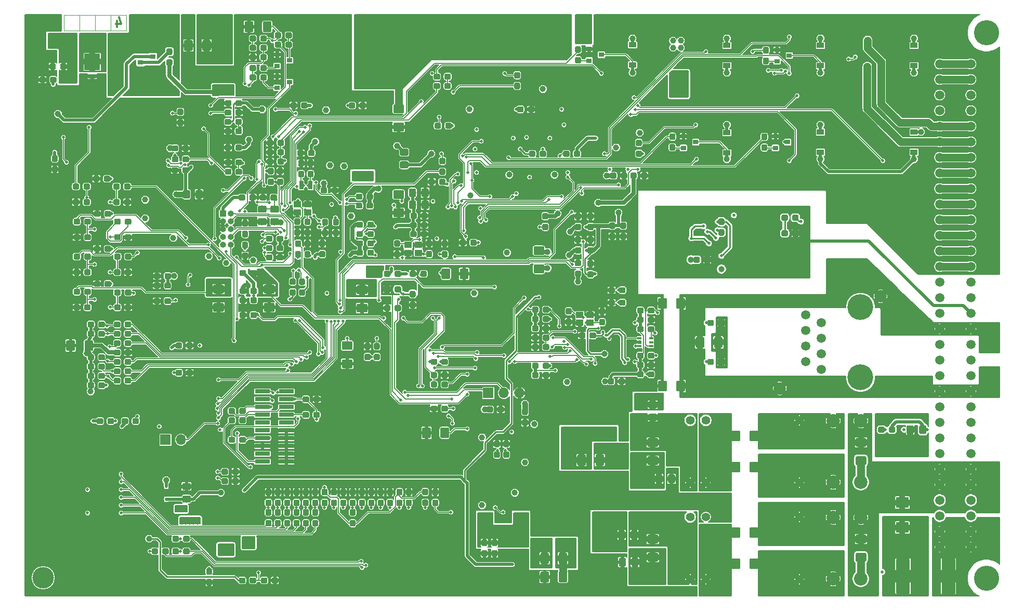
<source format=gbr>
G04 #@! TF.GenerationSoftware,KiCad,Pcbnew,5.1.4*
G04 #@! TF.CreationDate,2019-08-28T20:29:57+02:00*
G04 #@! TF.ProjectId,ETH1CJTAG,45544831-434a-4544-9147-2e6b69636164,rev?*
G04 #@! TF.SameCoordinates,Original*
G04 #@! TF.FileFunction,Copper,L4,Bot*
G04 #@! TF.FilePolarity,Positive*
%FSLAX46Y46*%
G04 Gerber Fmt 4.6, Leading zero omitted, Abs format (unit mm)*
G04 Created by KiCad (PCBNEW 5.1.4) date 2019-08-28 20:29:57*
%MOMM*%
%LPD*%
G04 APERTURE LIST*
%ADD10C,0.120000*%
%ADD11C,0.300000*%
%ADD12C,0.100000*%
%ADD13C,0.950000*%
%ADD14C,0.500000*%
%ADD15R,0.900000X0.800000*%
%ADD16R,1.270000X0.762000*%
%ADD17R,2.540000X2.670000*%
%ADD18C,1.425000*%
%ADD19C,1.501140*%
%ADD20C,4.100000*%
%ADD21C,3.500000*%
%ADD22C,2.000000*%
%ADD23C,1.500000*%
%ADD24C,4.200000*%
%ADD25R,0.450000X0.600000*%
%ADD26R,0.650000X0.400000*%
%ADD27R,2.400000X0.740000*%
%ADD28R,1.200000X1.000000*%
%ADD29R,0.700000X1.400000*%
%ADD30C,1.400000*%
%ADD31C,1.150000*%
%ADD32C,2.200000*%
%ADD33O,1.700000X1.700000*%
%ADD34R,1.700000X1.700000*%
%ADD35O,1.000000X1.000000*%
%ADD36R,1.000000X1.000000*%
%ADD37O,2.200000X1.100000*%
%ADD38O,1.800000X1.100000*%
%ADD39R,2.300000X5.600000*%
%ADD40R,1.200000X0.900000*%
%ADD41R,2.159000X1.778000*%
%ADD42C,1.000000*%
%ADD43C,0.508000*%
%ADD44C,0.254000*%
%ADD45C,0.889000*%
%ADD46C,0.127000*%
%ADD47C,0.635000*%
%ADD48C,1.270000*%
G04 APERTURE END LIST*
D10*
X77597000Y-42672000D02*
X80137000Y-42672000D01*
X77597000Y-42672000D02*
X77597000Y-45212000D01*
X80137000Y-42672000D02*
X82677000Y-42672000D01*
X82677000Y-42672000D02*
X85217000Y-42672000D01*
X85217000Y-42672000D02*
X85217000Y-45212000D01*
X85217000Y-45212000D02*
X82677000Y-45212000D01*
X82677000Y-45212000D02*
X80137000Y-45212000D01*
X80137000Y-45212000D02*
X80137000Y-42672000D01*
X82677000Y-42672000D02*
X82677000Y-45212000D01*
X80137000Y-45212000D02*
X77597000Y-45212000D01*
X75057000Y-42672000D02*
X77597000Y-42672000D01*
X77597000Y-45212000D02*
X75057000Y-45212000D01*
X75057000Y-45212000D02*
X75057000Y-42672000D01*
D11*
X83661285Y-43620571D02*
X83661285Y-44620571D01*
X84018428Y-43049142D02*
X84375571Y-44120571D01*
X83447000Y-44120571D01*
D12*
G36*
X71839779Y-52739144D02*
G01*
X71862834Y-52742563D01*
X71885443Y-52748227D01*
X71907387Y-52756079D01*
X71928457Y-52766044D01*
X71948448Y-52778026D01*
X71967168Y-52791910D01*
X71984438Y-52807562D01*
X72000090Y-52824832D01*
X72013974Y-52843552D01*
X72025956Y-52863543D01*
X72035921Y-52884613D01*
X72043773Y-52906557D01*
X72049437Y-52929166D01*
X72052856Y-52952221D01*
X72054000Y-52975500D01*
X72054000Y-53450500D01*
X72052856Y-53473779D01*
X72049437Y-53496834D01*
X72043773Y-53519443D01*
X72035921Y-53541387D01*
X72025956Y-53562457D01*
X72013974Y-53582448D01*
X72000090Y-53601168D01*
X71984438Y-53618438D01*
X71967168Y-53634090D01*
X71948448Y-53647974D01*
X71928457Y-53659956D01*
X71907387Y-53669921D01*
X71885443Y-53677773D01*
X71862834Y-53683437D01*
X71839779Y-53686856D01*
X71816500Y-53688000D01*
X71241500Y-53688000D01*
X71218221Y-53686856D01*
X71195166Y-53683437D01*
X71172557Y-53677773D01*
X71150613Y-53669921D01*
X71129543Y-53659956D01*
X71109552Y-53647974D01*
X71090832Y-53634090D01*
X71073562Y-53618438D01*
X71057910Y-53601168D01*
X71044026Y-53582448D01*
X71032044Y-53562457D01*
X71022079Y-53541387D01*
X71014227Y-53519443D01*
X71008563Y-53496834D01*
X71005144Y-53473779D01*
X71004000Y-53450500D01*
X71004000Y-52975500D01*
X71005144Y-52952221D01*
X71008563Y-52929166D01*
X71014227Y-52906557D01*
X71022079Y-52884613D01*
X71032044Y-52863543D01*
X71044026Y-52843552D01*
X71057910Y-52824832D01*
X71073562Y-52807562D01*
X71090832Y-52791910D01*
X71109552Y-52778026D01*
X71129543Y-52766044D01*
X71150613Y-52756079D01*
X71172557Y-52748227D01*
X71195166Y-52742563D01*
X71218221Y-52739144D01*
X71241500Y-52738000D01*
X71816500Y-52738000D01*
X71839779Y-52739144D01*
X71839779Y-52739144D01*
G37*
D13*
X71529000Y-53213000D03*
D12*
G36*
X73589779Y-52739144D02*
G01*
X73612834Y-52742563D01*
X73635443Y-52748227D01*
X73657387Y-52756079D01*
X73678457Y-52766044D01*
X73698448Y-52778026D01*
X73717168Y-52791910D01*
X73734438Y-52807562D01*
X73750090Y-52824832D01*
X73763974Y-52843552D01*
X73775956Y-52863543D01*
X73785921Y-52884613D01*
X73793773Y-52906557D01*
X73799437Y-52929166D01*
X73802856Y-52952221D01*
X73804000Y-52975500D01*
X73804000Y-53450500D01*
X73802856Y-53473779D01*
X73799437Y-53496834D01*
X73793773Y-53519443D01*
X73785921Y-53541387D01*
X73775956Y-53562457D01*
X73763974Y-53582448D01*
X73750090Y-53601168D01*
X73734438Y-53618438D01*
X73717168Y-53634090D01*
X73698448Y-53647974D01*
X73678457Y-53659956D01*
X73657387Y-53669921D01*
X73635443Y-53677773D01*
X73612834Y-53683437D01*
X73589779Y-53686856D01*
X73566500Y-53688000D01*
X72991500Y-53688000D01*
X72968221Y-53686856D01*
X72945166Y-53683437D01*
X72922557Y-53677773D01*
X72900613Y-53669921D01*
X72879543Y-53659956D01*
X72859552Y-53647974D01*
X72840832Y-53634090D01*
X72823562Y-53618438D01*
X72807910Y-53601168D01*
X72794026Y-53582448D01*
X72782044Y-53562457D01*
X72772079Y-53541387D01*
X72764227Y-53519443D01*
X72758563Y-53496834D01*
X72755144Y-53473779D01*
X72754000Y-53450500D01*
X72754000Y-52975500D01*
X72755144Y-52952221D01*
X72758563Y-52929166D01*
X72764227Y-52906557D01*
X72772079Y-52884613D01*
X72782044Y-52863543D01*
X72794026Y-52843552D01*
X72807910Y-52824832D01*
X72823562Y-52807562D01*
X72840832Y-52791910D01*
X72859552Y-52778026D01*
X72879543Y-52766044D01*
X72900613Y-52756079D01*
X72922557Y-52748227D01*
X72945166Y-52742563D01*
X72968221Y-52739144D01*
X72991500Y-52738000D01*
X73566500Y-52738000D01*
X73589779Y-52739144D01*
X73589779Y-52739144D01*
G37*
D13*
X73279000Y-53213000D03*
D12*
G36*
X143770779Y-129877144D02*
G01*
X143793834Y-129880563D01*
X143816443Y-129886227D01*
X143838387Y-129894079D01*
X143859457Y-129904044D01*
X143879448Y-129916026D01*
X143898168Y-129929910D01*
X143915438Y-129945562D01*
X143931090Y-129962832D01*
X143944974Y-129981552D01*
X143956956Y-130001543D01*
X143966921Y-130022613D01*
X143974773Y-130044557D01*
X143980437Y-130067166D01*
X143983856Y-130090221D01*
X143985000Y-130113500D01*
X143985000Y-130688500D01*
X143983856Y-130711779D01*
X143980437Y-130734834D01*
X143974773Y-130757443D01*
X143966921Y-130779387D01*
X143956956Y-130800457D01*
X143944974Y-130820448D01*
X143931090Y-130839168D01*
X143915438Y-130856438D01*
X143898168Y-130872090D01*
X143879448Y-130885974D01*
X143859457Y-130897956D01*
X143838387Y-130907921D01*
X143816443Y-130915773D01*
X143793834Y-130921437D01*
X143770779Y-130924856D01*
X143747500Y-130926000D01*
X143272500Y-130926000D01*
X143249221Y-130924856D01*
X143226166Y-130921437D01*
X143203557Y-130915773D01*
X143181613Y-130907921D01*
X143160543Y-130897956D01*
X143140552Y-130885974D01*
X143121832Y-130872090D01*
X143104562Y-130856438D01*
X143088910Y-130839168D01*
X143075026Y-130820448D01*
X143063044Y-130800457D01*
X143053079Y-130779387D01*
X143045227Y-130757443D01*
X143039563Y-130734834D01*
X143036144Y-130711779D01*
X143035000Y-130688500D01*
X143035000Y-130113500D01*
X143036144Y-130090221D01*
X143039563Y-130067166D01*
X143045227Y-130044557D01*
X143053079Y-130022613D01*
X143063044Y-130001543D01*
X143075026Y-129981552D01*
X143088910Y-129962832D01*
X143104562Y-129945562D01*
X143121832Y-129929910D01*
X143140552Y-129916026D01*
X143160543Y-129904044D01*
X143181613Y-129894079D01*
X143203557Y-129886227D01*
X143226166Y-129880563D01*
X143249221Y-129877144D01*
X143272500Y-129876000D01*
X143747500Y-129876000D01*
X143770779Y-129877144D01*
X143770779Y-129877144D01*
G37*
D13*
X143510000Y-130401000D03*
D12*
G36*
X143770779Y-128127144D02*
G01*
X143793834Y-128130563D01*
X143816443Y-128136227D01*
X143838387Y-128144079D01*
X143859457Y-128154044D01*
X143879448Y-128166026D01*
X143898168Y-128179910D01*
X143915438Y-128195562D01*
X143931090Y-128212832D01*
X143944974Y-128231552D01*
X143956956Y-128251543D01*
X143966921Y-128272613D01*
X143974773Y-128294557D01*
X143980437Y-128317166D01*
X143983856Y-128340221D01*
X143985000Y-128363500D01*
X143985000Y-128938500D01*
X143983856Y-128961779D01*
X143980437Y-128984834D01*
X143974773Y-129007443D01*
X143966921Y-129029387D01*
X143956956Y-129050457D01*
X143944974Y-129070448D01*
X143931090Y-129089168D01*
X143915438Y-129106438D01*
X143898168Y-129122090D01*
X143879448Y-129135974D01*
X143859457Y-129147956D01*
X143838387Y-129157921D01*
X143816443Y-129165773D01*
X143793834Y-129171437D01*
X143770779Y-129174856D01*
X143747500Y-129176000D01*
X143272500Y-129176000D01*
X143249221Y-129174856D01*
X143226166Y-129171437D01*
X143203557Y-129165773D01*
X143181613Y-129157921D01*
X143160543Y-129147956D01*
X143140552Y-129135974D01*
X143121832Y-129122090D01*
X143104562Y-129106438D01*
X143088910Y-129089168D01*
X143075026Y-129070448D01*
X143063044Y-129050457D01*
X143053079Y-129029387D01*
X143045227Y-129007443D01*
X143039563Y-128984834D01*
X143036144Y-128961779D01*
X143035000Y-128938500D01*
X143035000Y-128363500D01*
X143036144Y-128340221D01*
X143039563Y-128317166D01*
X143045227Y-128294557D01*
X143053079Y-128272613D01*
X143063044Y-128251543D01*
X143075026Y-128231552D01*
X143088910Y-128212832D01*
X143104562Y-128195562D01*
X143121832Y-128179910D01*
X143140552Y-128166026D01*
X143160543Y-128154044D01*
X143181613Y-128144079D01*
X143203557Y-128136227D01*
X143226166Y-128130563D01*
X143249221Y-128127144D01*
X143272500Y-128126000D01*
X143747500Y-128126000D01*
X143770779Y-128127144D01*
X143770779Y-128127144D01*
G37*
D13*
X143510000Y-128651000D03*
D12*
G36*
X145421779Y-129877144D02*
G01*
X145444834Y-129880563D01*
X145467443Y-129886227D01*
X145489387Y-129894079D01*
X145510457Y-129904044D01*
X145530448Y-129916026D01*
X145549168Y-129929910D01*
X145566438Y-129945562D01*
X145582090Y-129962832D01*
X145595974Y-129981552D01*
X145607956Y-130001543D01*
X145617921Y-130022613D01*
X145625773Y-130044557D01*
X145631437Y-130067166D01*
X145634856Y-130090221D01*
X145636000Y-130113500D01*
X145636000Y-130688500D01*
X145634856Y-130711779D01*
X145631437Y-130734834D01*
X145625773Y-130757443D01*
X145617921Y-130779387D01*
X145607956Y-130800457D01*
X145595974Y-130820448D01*
X145582090Y-130839168D01*
X145566438Y-130856438D01*
X145549168Y-130872090D01*
X145530448Y-130885974D01*
X145510457Y-130897956D01*
X145489387Y-130907921D01*
X145467443Y-130915773D01*
X145444834Y-130921437D01*
X145421779Y-130924856D01*
X145398500Y-130926000D01*
X144923500Y-130926000D01*
X144900221Y-130924856D01*
X144877166Y-130921437D01*
X144854557Y-130915773D01*
X144832613Y-130907921D01*
X144811543Y-130897956D01*
X144791552Y-130885974D01*
X144772832Y-130872090D01*
X144755562Y-130856438D01*
X144739910Y-130839168D01*
X144726026Y-130820448D01*
X144714044Y-130800457D01*
X144704079Y-130779387D01*
X144696227Y-130757443D01*
X144690563Y-130734834D01*
X144687144Y-130711779D01*
X144686000Y-130688500D01*
X144686000Y-130113500D01*
X144687144Y-130090221D01*
X144690563Y-130067166D01*
X144696227Y-130044557D01*
X144704079Y-130022613D01*
X144714044Y-130001543D01*
X144726026Y-129981552D01*
X144739910Y-129962832D01*
X144755562Y-129945562D01*
X144772832Y-129929910D01*
X144791552Y-129916026D01*
X144811543Y-129904044D01*
X144832613Y-129894079D01*
X144854557Y-129886227D01*
X144877166Y-129880563D01*
X144900221Y-129877144D01*
X144923500Y-129876000D01*
X145398500Y-129876000D01*
X145421779Y-129877144D01*
X145421779Y-129877144D01*
G37*
D13*
X145161000Y-130401000D03*
D12*
G36*
X145421779Y-128127144D02*
G01*
X145444834Y-128130563D01*
X145467443Y-128136227D01*
X145489387Y-128144079D01*
X145510457Y-128154044D01*
X145530448Y-128166026D01*
X145549168Y-128179910D01*
X145566438Y-128195562D01*
X145582090Y-128212832D01*
X145595974Y-128231552D01*
X145607956Y-128251543D01*
X145617921Y-128272613D01*
X145625773Y-128294557D01*
X145631437Y-128317166D01*
X145634856Y-128340221D01*
X145636000Y-128363500D01*
X145636000Y-128938500D01*
X145634856Y-128961779D01*
X145631437Y-128984834D01*
X145625773Y-129007443D01*
X145617921Y-129029387D01*
X145607956Y-129050457D01*
X145595974Y-129070448D01*
X145582090Y-129089168D01*
X145566438Y-129106438D01*
X145549168Y-129122090D01*
X145530448Y-129135974D01*
X145510457Y-129147956D01*
X145489387Y-129157921D01*
X145467443Y-129165773D01*
X145444834Y-129171437D01*
X145421779Y-129174856D01*
X145398500Y-129176000D01*
X144923500Y-129176000D01*
X144900221Y-129174856D01*
X144877166Y-129171437D01*
X144854557Y-129165773D01*
X144832613Y-129157921D01*
X144811543Y-129147956D01*
X144791552Y-129135974D01*
X144772832Y-129122090D01*
X144755562Y-129106438D01*
X144739910Y-129089168D01*
X144726026Y-129070448D01*
X144714044Y-129050457D01*
X144704079Y-129029387D01*
X144696227Y-129007443D01*
X144690563Y-128984834D01*
X144687144Y-128961779D01*
X144686000Y-128938500D01*
X144686000Y-128363500D01*
X144687144Y-128340221D01*
X144690563Y-128317166D01*
X144696227Y-128294557D01*
X144704079Y-128272613D01*
X144714044Y-128251543D01*
X144726026Y-128231552D01*
X144739910Y-128212832D01*
X144755562Y-128195562D01*
X144772832Y-128179910D01*
X144791552Y-128166026D01*
X144811543Y-128154044D01*
X144832613Y-128144079D01*
X144854557Y-128136227D01*
X144877166Y-128130563D01*
X144900221Y-128127144D01*
X144923500Y-128126000D01*
X145398500Y-128126000D01*
X145421779Y-128127144D01*
X145421779Y-128127144D01*
G37*
D13*
X145161000Y-128651000D03*
D12*
G36*
X135769779Y-119886144D02*
G01*
X135792834Y-119889563D01*
X135815443Y-119895227D01*
X135837387Y-119903079D01*
X135858457Y-119913044D01*
X135878448Y-119925026D01*
X135897168Y-119938910D01*
X135914438Y-119954562D01*
X135930090Y-119971832D01*
X135943974Y-119990552D01*
X135955956Y-120010543D01*
X135965921Y-120031613D01*
X135973773Y-120053557D01*
X135979437Y-120076166D01*
X135982856Y-120099221D01*
X135984000Y-120122500D01*
X135984000Y-120697500D01*
X135982856Y-120720779D01*
X135979437Y-120743834D01*
X135973773Y-120766443D01*
X135965921Y-120788387D01*
X135955956Y-120809457D01*
X135943974Y-120829448D01*
X135930090Y-120848168D01*
X135914438Y-120865438D01*
X135897168Y-120881090D01*
X135878448Y-120894974D01*
X135858457Y-120906956D01*
X135837387Y-120916921D01*
X135815443Y-120924773D01*
X135792834Y-120930437D01*
X135769779Y-120933856D01*
X135746500Y-120935000D01*
X135271500Y-120935000D01*
X135248221Y-120933856D01*
X135225166Y-120930437D01*
X135202557Y-120924773D01*
X135180613Y-120916921D01*
X135159543Y-120906956D01*
X135139552Y-120894974D01*
X135120832Y-120881090D01*
X135103562Y-120865438D01*
X135087910Y-120848168D01*
X135074026Y-120829448D01*
X135062044Y-120809457D01*
X135052079Y-120788387D01*
X135044227Y-120766443D01*
X135038563Y-120743834D01*
X135035144Y-120720779D01*
X135034000Y-120697500D01*
X135034000Y-120122500D01*
X135035144Y-120099221D01*
X135038563Y-120076166D01*
X135044227Y-120053557D01*
X135052079Y-120031613D01*
X135062044Y-120010543D01*
X135074026Y-119990552D01*
X135087910Y-119971832D01*
X135103562Y-119954562D01*
X135120832Y-119938910D01*
X135139552Y-119925026D01*
X135159543Y-119913044D01*
X135180613Y-119903079D01*
X135202557Y-119895227D01*
X135225166Y-119889563D01*
X135248221Y-119886144D01*
X135271500Y-119885000D01*
X135746500Y-119885000D01*
X135769779Y-119886144D01*
X135769779Y-119886144D01*
G37*
D13*
X135509000Y-120410000D03*
D12*
G36*
X135769779Y-121636144D02*
G01*
X135792834Y-121639563D01*
X135815443Y-121645227D01*
X135837387Y-121653079D01*
X135858457Y-121663044D01*
X135878448Y-121675026D01*
X135897168Y-121688910D01*
X135914438Y-121704562D01*
X135930090Y-121721832D01*
X135943974Y-121740552D01*
X135955956Y-121760543D01*
X135965921Y-121781613D01*
X135973773Y-121803557D01*
X135979437Y-121826166D01*
X135982856Y-121849221D01*
X135984000Y-121872500D01*
X135984000Y-122447500D01*
X135982856Y-122470779D01*
X135979437Y-122493834D01*
X135973773Y-122516443D01*
X135965921Y-122538387D01*
X135955956Y-122559457D01*
X135943974Y-122579448D01*
X135930090Y-122598168D01*
X135914438Y-122615438D01*
X135897168Y-122631090D01*
X135878448Y-122644974D01*
X135858457Y-122656956D01*
X135837387Y-122666921D01*
X135815443Y-122674773D01*
X135792834Y-122680437D01*
X135769779Y-122683856D01*
X135746500Y-122685000D01*
X135271500Y-122685000D01*
X135248221Y-122683856D01*
X135225166Y-122680437D01*
X135202557Y-122674773D01*
X135180613Y-122666921D01*
X135159543Y-122656956D01*
X135139552Y-122644974D01*
X135120832Y-122631090D01*
X135103562Y-122615438D01*
X135087910Y-122598168D01*
X135074026Y-122579448D01*
X135062044Y-122559457D01*
X135052079Y-122538387D01*
X135044227Y-122516443D01*
X135038563Y-122493834D01*
X135035144Y-122470779D01*
X135034000Y-122447500D01*
X135034000Y-121872500D01*
X135035144Y-121849221D01*
X135038563Y-121826166D01*
X135044227Y-121803557D01*
X135052079Y-121781613D01*
X135062044Y-121760543D01*
X135074026Y-121740552D01*
X135087910Y-121721832D01*
X135103562Y-121704562D01*
X135120832Y-121688910D01*
X135139552Y-121675026D01*
X135159543Y-121663044D01*
X135180613Y-121653079D01*
X135202557Y-121645227D01*
X135225166Y-121639563D01*
X135248221Y-121636144D01*
X135271500Y-121635000D01*
X135746500Y-121635000D01*
X135769779Y-121636144D01*
X135769779Y-121636144D01*
G37*
D13*
X135509000Y-122160000D03*
D14*
X76065000Y-57269000D03*
X76073000Y-56269000D03*
X75065000Y-56269000D03*
X75065000Y-57269000D03*
X75565000Y-56769000D03*
D12*
G36*
X92462779Y-48117144D02*
G01*
X92485834Y-48120563D01*
X92508443Y-48126227D01*
X92530387Y-48134079D01*
X92551457Y-48144044D01*
X92571448Y-48156026D01*
X92590168Y-48169910D01*
X92607438Y-48185562D01*
X92623090Y-48202832D01*
X92636974Y-48221552D01*
X92648956Y-48241543D01*
X92658921Y-48262613D01*
X92666773Y-48284557D01*
X92672437Y-48307166D01*
X92675856Y-48330221D01*
X92677000Y-48353500D01*
X92677000Y-48928500D01*
X92675856Y-48951779D01*
X92672437Y-48974834D01*
X92666773Y-48997443D01*
X92658921Y-49019387D01*
X92648956Y-49040457D01*
X92636974Y-49060448D01*
X92623090Y-49079168D01*
X92607438Y-49096438D01*
X92590168Y-49112090D01*
X92571448Y-49125974D01*
X92551457Y-49137956D01*
X92530387Y-49147921D01*
X92508443Y-49155773D01*
X92485834Y-49161437D01*
X92462779Y-49164856D01*
X92439500Y-49166000D01*
X91964500Y-49166000D01*
X91941221Y-49164856D01*
X91918166Y-49161437D01*
X91895557Y-49155773D01*
X91873613Y-49147921D01*
X91852543Y-49137956D01*
X91832552Y-49125974D01*
X91813832Y-49112090D01*
X91796562Y-49096438D01*
X91780910Y-49079168D01*
X91767026Y-49060448D01*
X91755044Y-49040457D01*
X91745079Y-49019387D01*
X91737227Y-48997443D01*
X91731563Y-48974834D01*
X91728144Y-48951779D01*
X91727000Y-48928500D01*
X91727000Y-48353500D01*
X91728144Y-48330221D01*
X91731563Y-48307166D01*
X91737227Y-48284557D01*
X91745079Y-48262613D01*
X91755044Y-48241543D01*
X91767026Y-48221552D01*
X91780910Y-48202832D01*
X91796562Y-48185562D01*
X91813832Y-48169910D01*
X91832552Y-48156026D01*
X91852543Y-48144044D01*
X91873613Y-48134079D01*
X91895557Y-48126227D01*
X91918166Y-48120563D01*
X91941221Y-48117144D01*
X91964500Y-48116000D01*
X92439500Y-48116000D01*
X92462779Y-48117144D01*
X92462779Y-48117144D01*
G37*
D13*
X92202000Y-48641000D03*
D12*
G36*
X92462779Y-49867144D02*
G01*
X92485834Y-49870563D01*
X92508443Y-49876227D01*
X92530387Y-49884079D01*
X92551457Y-49894044D01*
X92571448Y-49906026D01*
X92590168Y-49919910D01*
X92607438Y-49935562D01*
X92623090Y-49952832D01*
X92636974Y-49971552D01*
X92648956Y-49991543D01*
X92658921Y-50012613D01*
X92666773Y-50034557D01*
X92672437Y-50057166D01*
X92675856Y-50080221D01*
X92677000Y-50103500D01*
X92677000Y-50678500D01*
X92675856Y-50701779D01*
X92672437Y-50724834D01*
X92666773Y-50747443D01*
X92658921Y-50769387D01*
X92648956Y-50790457D01*
X92636974Y-50810448D01*
X92623090Y-50829168D01*
X92607438Y-50846438D01*
X92590168Y-50862090D01*
X92571448Y-50875974D01*
X92551457Y-50887956D01*
X92530387Y-50897921D01*
X92508443Y-50905773D01*
X92485834Y-50911437D01*
X92462779Y-50914856D01*
X92439500Y-50916000D01*
X91964500Y-50916000D01*
X91941221Y-50914856D01*
X91918166Y-50911437D01*
X91895557Y-50905773D01*
X91873613Y-50897921D01*
X91852543Y-50887956D01*
X91832552Y-50875974D01*
X91813832Y-50862090D01*
X91796562Y-50846438D01*
X91780910Y-50829168D01*
X91767026Y-50810448D01*
X91755044Y-50790457D01*
X91745079Y-50769387D01*
X91737227Y-50747443D01*
X91731563Y-50724834D01*
X91728144Y-50701779D01*
X91727000Y-50678500D01*
X91727000Y-50103500D01*
X91728144Y-50080221D01*
X91731563Y-50057166D01*
X91737227Y-50034557D01*
X91745079Y-50012613D01*
X91755044Y-49991543D01*
X91767026Y-49971552D01*
X91780910Y-49952832D01*
X91796562Y-49935562D01*
X91813832Y-49919910D01*
X91832552Y-49906026D01*
X91852543Y-49894044D01*
X91873613Y-49884079D01*
X91895557Y-49876227D01*
X91918166Y-49870563D01*
X91941221Y-49867144D01*
X91964500Y-49866000D01*
X92439500Y-49866000D01*
X92462779Y-49867144D01*
X92462779Y-49867144D01*
G37*
D13*
X92202000Y-50391000D03*
D15*
X89503000Y-49464000D03*
X87503000Y-48514000D03*
X87503000Y-50414000D03*
D16*
X79629000Y-52641500D03*
D17*
X79629000Y-50292000D03*
D12*
G36*
X73793779Y-67294144D02*
G01*
X73816834Y-67297563D01*
X73839443Y-67303227D01*
X73861387Y-67311079D01*
X73882457Y-67321044D01*
X73902448Y-67333026D01*
X73921168Y-67346910D01*
X73938438Y-67362562D01*
X73954090Y-67379832D01*
X73967974Y-67398552D01*
X73979956Y-67418543D01*
X73989921Y-67439613D01*
X73997773Y-67461557D01*
X74003437Y-67484166D01*
X74006856Y-67507221D01*
X74008000Y-67530500D01*
X74008000Y-68105500D01*
X74006856Y-68128779D01*
X74003437Y-68151834D01*
X73997773Y-68174443D01*
X73989921Y-68196387D01*
X73979956Y-68217457D01*
X73967974Y-68237448D01*
X73954090Y-68256168D01*
X73938438Y-68273438D01*
X73921168Y-68289090D01*
X73902448Y-68302974D01*
X73882457Y-68314956D01*
X73861387Y-68324921D01*
X73839443Y-68332773D01*
X73816834Y-68338437D01*
X73793779Y-68341856D01*
X73770500Y-68343000D01*
X73295500Y-68343000D01*
X73272221Y-68341856D01*
X73249166Y-68338437D01*
X73226557Y-68332773D01*
X73204613Y-68324921D01*
X73183543Y-68314956D01*
X73163552Y-68302974D01*
X73144832Y-68289090D01*
X73127562Y-68273438D01*
X73111910Y-68256168D01*
X73098026Y-68237448D01*
X73086044Y-68217457D01*
X73076079Y-68196387D01*
X73068227Y-68174443D01*
X73062563Y-68151834D01*
X73059144Y-68128779D01*
X73058000Y-68105500D01*
X73058000Y-67530500D01*
X73059144Y-67507221D01*
X73062563Y-67484166D01*
X73068227Y-67461557D01*
X73076079Y-67439613D01*
X73086044Y-67418543D01*
X73098026Y-67398552D01*
X73111910Y-67379832D01*
X73127562Y-67362562D01*
X73144832Y-67346910D01*
X73163552Y-67333026D01*
X73183543Y-67321044D01*
X73204613Y-67311079D01*
X73226557Y-67303227D01*
X73249166Y-67297563D01*
X73272221Y-67294144D01*
X73295500Y-67293000D01*
X73770500Y-67293000D01*
X73793779Y-67294144D01*
X73793779Y-67294144D01*
G37*
D13*
X73533000Y-67818000D03*
D12*
G36*
X73793779Y-65544144D02*
G01*
X73816834Y-65547563D01*
X73839443Y-65553227D01*
X73861387Y-65561079D01*
X73882457Y-65571044D01*
X73902448Y-65583026D01*
X73921168Y-65596910D01*
X73938438Y-65612562D01*
X73954090Y-65629832D01*
X73967974Y-65648552D01*
X73979956Y-65668543D01*
X73989921Y-65689613D01*
X73997773Y-65711557D01*
X74003437Y-65734166D01*
X74006856Y-65757221D01*
X74008000Y-65780500D01*
X74008000Y-66355500D01*
X74006856Y-66378779D01*
X74003437Y-66401834D01*
X73997773Y-66424443D01*
X73989921Y-66446387D01*
X73979956Y-66467457D01*
X73967974Y-66487448D01*
X73954090Y-66506168D01*
X73938438Y-66523438D01*
X73921168Y-66539090D01*
X73902448Y-66552974D01*
X73882457Y-66564956D01*
X73861387Y-66574921D01*
X73839443Y-66582773D01*
X73816834Y-66588437D01*
X73793779Y-66591856D01*
X73770500Y-66593000D01*
X73295500Y-66593000D01*
X73272221Y-66591856D01*
X73249166Y-66588437D01*
X73226557Y-66582773D01*
X73204613Y-66574921D01*
X73183543Y-66564956D01*
X73163552Y-66552974D01*
X73144832Y-66539090D01*
X73127562Y-66523438D01*
X73111910Y-66506168D01*
X73098026Y-66487448D01*
X73086044Y-66467457D01*
X73076079Y-66446387D01*
X73068227Y-66424443D01*
X73062563Y-66401834D01*
X73059144Y-66378779D01*
X73058000Y-66355500D01*
X73058000Y-65780500D01*
X73059144Y-65757221D01*
X73062563Y-65734166D01*
X73068227Y-65711557D01*
X73076079Y-65689613D01*
X73086044Y-65668543D01*
X73098026Y-65648552D01*
X73111910Y-65629832D01*
X73127562Y-65612562D01*
X73144832Y-65596910D01*
X73163552Y-65583026D01*
X73183543Y-65571044D01*
X73204613Y-65561079D01*
X73226557Y-65553227D01*
X73249166Y-65547563D01*
X73272221Y-65544144D01*
X73295500Y-65543000D01*
X73770500Y-65543000D01*
X73793779Y-65544144D01*
X73793779Y-65544144D01*
G37*
D13*
X73533000Y-66068000D03*
D12*
G36*
X73490779Y-50580144D02*
G01*
X73513834Y-50583563D01*
X73536443Y-50589227D01*
X73558387Y-50597079D01*
X73579457Y-50607044D01*
X73599448Y-50619026D01*
X73618168Y-50632910D01*
X73635438Y-50648562D01*
X73651090Y-50665832D01*
X73664974Y-50684552D01*
X73676956Y-50704543D01*
X73686921Y-50725613D01*
X73694773Y-50747557D01*
X73700437Y-50770166D01*
X73703856Y-50793221D01*
X73705000Y-50816500D01*
X73705000Y-51291500D01*
X73703856Y-51314779D01*
X73700437Y-51337834D01*
X73694773Y-51360443D01*
X73686921Y-51382387D01*
X73676956Y-51403457D01*
X73664974Y-51423448D01*
X73651090Y-51442168D01*
X73635438Y-51459438D01*
X73618168Y-51475090D01*
X73599448Y-51488974D01*
X73579457Y-51500956D01*
X73558387Y-51510921D01*
X73536443Y-51518773D01*
X73513834Y-51524437D01*
X73490779Y-51527856D01*
X73467500Y-51529000D01*
X72892500Y-51529000D01*
X72869221Y-51527856D01*
X72846166Y-51524437D01*
X72823557Y-51518773D01*
X72801613Y-51510921D01*
X72780543Y-51500956D01*
X72760552Y-51488974D01*
X72741832Y-51475090D01*
X72724562Y-51459438D01*
X72708910Y-51442168D01*
X72695026Y-51423448D01*
X72683044Y-51403457D01*
X72673079Y-51382387D01*
X72665227Y-51360443D01*
X72659563Y-51337834D01*
X72656144Y-51314779D01*
X72655000Y-51291500D01*
X72655000Y-50816500D01*
X72656144Y-50793221D01*
X72659563Y-50770166D01*
X72665227Y-50747557D01*
X72673079Y-50725613D01*
X72683044Y-50704543D01*
X72695026Y-50684552D01*
X72708910Y-50665832D01*
X72724562Y-50648562D01*
X72741832Y-50632910D01*
X72760552Y-50619026D01*
X72780543Y-50607044D01*
X72801613Y-50597079D01*
X72823557Y-50589227D01*
X72846166Y-50583563D01*
X72869221Y-50580144D01*
X72892500Y-50579000D01*
X73467500Y-50579000D01*
X73490779Y-50580144D01*
X73490779Y-50580144D01*
G37*
D13*
X73180000Y-51054000D03*
D12*
G36*
X75240779Y-50580144D02*
G01*
X75263834Y-50583563D01*
X75286443Y-50589227D01*
X75308387Y-50597079D01*
X75329457Y-50607044D01*
X75349448Y-50619026D01*
X75368168Y-50632910D01*
X75385438Y-50648562D01*
X75401090Y-50665832D01*
X75414974Y-50684552D01*
X75426956Y-50704543D01*
X75436921Y-50725613D01*
X75444773Y-50747557D01*
X75450437Y-50770166D01*
X75453856Y-50793221D01*
X75455000Y-50816500D01*
X75455000Y-51291500D01*
X75453856Y-51314779D01*
X75450437Y-51337834D01*
X75444773Y-51360443D01*
X75436921Y-51382387D01*
X75426956Y-51403457D01*
X75414974Y-51423448D01*
X75401090Y-51442168D01*
X75385438Y-51459438D01*
X75368168Y-51475090D01*
X75349448Y-51488974D01*
X75329457Y-51500956D01*
X75308387Y-51510921D01*
X75286443Y-51518773D01*
X75263834Y-51524437D01*
X75240779Y-51527856D01*
X75217500Y-51529000D01*
X74642500Y-51529000D01*
X74619221Y-51527856D01*
X74596166Y-51524437D01*
X74573557Y-51518773D01*
X74551613Y-51510921D01*
X74530543Y-51500956D01*
X74510552Y-51488974D01*
X74491832Y-51475090D01*
X74474562Y-51459438D01*
X74458910Y-51442168D01*
X74445026Y-51423448D01*
X74433044Y-51403457D01*
X74423079Y-51382387D01*
X74415227Y-51360443D01*
X74409563Y-51337834D01*
X74406144Y-51314779D01*
X74405000Y-51291500D01*
X74405000Y-50816500D01*
X74406144Y-50793221D01*
X74409563Y-50770166D01*
X74415227Y-50747557D01*
X74423079Y-50725613D01*
X74433044Y-50704543D01*
X74445026Y-50684552D01*
X74458910Y-50665832D01*
X74474562Y-50648562D01*
X74491832Y-50632910D01*
X74510552Y-50619026D01*
X74530543Y-50607044D01*
X74551613Y-50597079D01*
X74573557Y-50589227D01*
X74596166Y-50583563D01*
X74619221Y-50580144D01*
X74642500Y-50579000D01*
X75217500Y-50579000D01*
X75240779Y-50580144D01*
X75240779Y-50580144D01*
G37*
D13*
X74930000Y-51054000D03*
D12*
G36*
X92230779Y-86267144D02*
G01*
X92253834Y-86270563D01*
X92276443Y-86276227D01*
X92298387Y-86284079D01*
X92319457Y-86294044D01*
X92339448Y-86306026D01*
X92358168Y-86319910D01*
X92375438Y-86335562D01*
X92391090Y-86352832D01*
X92404974Y-86371552D01*
X92416956Y-86391543D01*
X92426921Y-86412613D01*
X92434773Y-86434557D01*
X92440437Y-86457166D01*
X92443856Y-86480221D01*
X92445000Y-86503500D01*
X92445000Y-86978500D01*
X92443856Y-87001779D01*
X92440437Y-87024834D01*
X92434773Y-87047443D01*
X92426921Y-87069387D01*
X92416956Y-87090457D01*
X92404974Y-87110448D01*
X92391090Y-87129168D01*
X92375438Y-87146438D01*
X92358168Y-87162090D01*
X92339448Y-87175974D01*
X92319457Y-87187956D01*
X92298387Y-87197921D01*
X92276443Y-87205773D01*
X92253834Y-87211437D01*
X92230779Y-87214856D01*
X92207500Y-87216000D01*
X91632500Y-87216000D01*
X91609221Y-87214856D01*
X91586166Y-87211437D01*
X91563557Y-87205773D01*
X91541613Y-87197921D01*
X91520543Y-87187956D01*
X91500552Y-87175974D01*
X91481832Y-87162090D01*
X91464562Y-87146438D01*
X91448910Y-87129168D01*
X91435026Y-87110448D01*
X91423044Y-87090457D01*
X91413079Y-87069387D01*
X91405227Y-87047443D01*
X91399563Y-87024834D01*
X91396144Y-87001779D01*
X91395000Y-86978500D01*
X91395000Y-86503500D01*
X91396144Y-86480221D01*
X91399563Y-86457166D01*
X91405227Y-86434557D01*
X91413079Y-86412613D01*
X91423044Y-86391543D01*
X91435026Y-86371552D01*
X91448910Y-86352832D01*
X91464562Y-86335562D01*
X91481832Y-86319910D01*
X91500552Y-86306026D01*
X91520543Y-86294044D01*
X91541613Y-86284079D01*
X91563557Y-86276227D01*
X91586166Y-86270563D01*
X91609221Y-86267144D01*
X91632500Y-86266000D01*
X92207500Y-86266000D01*
X92230779Y-86267144D01*
X92230779Y-86267144D01*
G37*
D13*
X91920000Y-86741000D03*
D12*
G36*
X90480779Y-86267144D02*
G01*
X90503834Y-86270563D01*
X90526443Y-86276227D01*
X90548387Y-86284079D01*
X90569457Y-86294044D01*
X90589448Y-86306026D01*
X90608168Y-86319910D01*
X90625438Y-86335562D01*
X90641090Y-86352832D01*
X90654974Y-86371552D01*
X90666956Y-86391543D01*
X90676921Y-86412613D01*
X90684773Y-86434557D01*
X90690437Y-86457166D01*
X90693856Y-86480221D01*
X90695000Y-86503500D01*
X90695000Y-86978500D01*
X90693856Y-87001779D01*
X90690437Y-87024834D01*
X90684773Y-87047443D01*
X90676921Y-87069387D01*
X90666956Y-87090457D01*
X90654974Y-87110448D01*
X90641090Y-87129168D01*
X90625438Y-87146438D01*
X90608168Y-87162090D01*
X90589448Y-87175974D01*
X90569457Y-87187956D01*
X90548387Y-87197921D01*
X90526443Y-87205773D01*
X90503834Y-87211437D01*
X90480779Y-87214856D01*
X90457500Y-87216000D01*
X89882500Y-87216000D01*
X89859221Y-87214856D01*
X89836166Y-87211437D01*
X89813557Y-87205773D01*
X89791613Y-87197921D01*
X89770543Y-87187956D01*
X89750552Y-87175974D01*
X89731832Y-87162090D01*
X89714562Y-87146438D01*
X89698910Y-87129168D01*
X89685026Y-87110448D01*
X89673044Y-87090457D01*
X89663079Y-87069387D01*
X89655227Y-87047443D01*
X89649563Y-87024834D01*
X89646144Y-87001779D01*
X89645000Y-86978500D01*
X89645000Y-86503500D01*
X89646144Y-86480221D01*
X89649563Y-86457166D01*
X89655227Y-86434557D01*
X89663079Y-86412613D01*
X89673044Y-86391543D01*
X89685026Y-86371552D01*
X89698910Y-86352832D01*
X89714562Y-86335562D01*
X89731832Y-86319910D01*
X89750552Y-86306026D01*
X89770543Y-86294044D01*
X89791613Y-86284079D01*
X89813557Y-86276227D01*
X89836166Y-86270563D01*
X89859221Y-86267144D01*
X89882500Y-86266000D01*
X90457500Y-86266000D01*
X90480779Y-86267144D01*
X90480779Y-86267144D01*
G37*
D13*
X90170000Y-86741000D03*
D12*
G36*
X164598779Y-76466144D02*
G01*
X164621834Y-76469563D01*
X164644443Y-76475227D01*
X164666387Y-76483079D01*
X164687457Y-76493044D01*
X164707448Y-76505026D01*
X164726168Y-76518910D01*
X164743438Y-76534562D01*
X164759090Y-76551832D01*
X164772974Y-76570552D01*
X164784956Y-76590543D01*
X164794921Y-76611613D01*
X164802773Y-76633557D01*
X164808437Y-76656166D01*
X164811856Y-76679221D01*
X164813000Y-76702500D01*
X164813000Y-77277500D01*
X164811856Y-77300779D01*
X164808437Y-77323834D01*
X164802773Y-77346443D01*
X164794921Y-77368387D01*
X164784956Y-77389457D01*
X164772974Y-77409448D01*
X164759090Y-77428168D01*
X164743438Y-77445438D01*
X164726168Y-77461090D01*
X164707448Y-77474974D01*
X164687457Y-77486956D01*
X164666387Y-77496921D01*
X164644443Y-77504773D01*
X164621834Y-77510437D01*
X164598779Y-77513856D01*
X164575500Y-77515000D01*
X164100500Y-77515000D01*
X164077221Y-77513856D01*
X164054166Y-77510437D01*
X164031557Y-77504773D01*
X164009613Y-77496921D01*
X163988543Y-77486956D01*
X163968552Y-77474974D01*
X163949832Y-77461090D01*
X163932562Y-77445438D01*
X163916910Y-77428168D01*
X163903026Y-77409448D01*
X163891044Y-77389457D01*
X163881079Y-77368387D01*
X163873227Y-77346443D01*
X163867563Y-77323834D01*
X163864144Y-77300779D01*
X163863000Y-77277500D01*
X163863000Y-76702500D01*
X163864144Y-76679221D01*
X163867563Y-76656166D01*
X163873227Y-76633557D01*
X163881079Y-76611613D01*
X163891044Y-76590543D01*
X163903026Y-76570552D01*
X163916910Y-76551832D01*
X163932562Y-76534562D01*
X163949832Y-76518910D01*
X163968552Y-76505026D01*
X163988543Y-76493044D01*
X164009613Y-76483079D01*
X164031557Y-76475227D01*
X164054166Y-76469563D01*
X164077221Y-76466144D01*
X164100500Y-76465000D01*
X164575500Y-76465000D01*
X164598779Y-76466144D01*
X164598779Y-76466144D01*
G37*
D13*
X164338000Y-76990000D03*
D12*
G36*
X164598779Y-78216144D02*
G01*
X164621834Y-78219563D01*
X164644443Y-78225227D01*
X164666387Y-78233079D01*
X164687457Y-78243044D01*
X164707448Y-78255026D01*
X164726168Y-78268910D01*
X164743438Y-78284562D01*
X164759090Y-78301832D01*
X164772974Y-78320552D01*
X164784956Y-78340543D01*
X164794921Y-78361613D01*
X164802773Y-78383557D01*
X164808437Y-78406166D01*
X164811856Y-78429221D01*
X164813000Y-78452500D01*
X164813000Y-79027500D01*
X164811856Y-79050779D01*
X164808437Y-79073834D01*
X164802773Y-79096443D01*
X164794921Y-79118387D01*
X164784956Y-79139457D01*
X164772974Y-79159448D01*
X164759090Y-79178168D01*
X164743438Y-79195438D01*
X164726168Y-79211090D01*
X164707448Y-79224974D01*
X164687457Y-79236956D01*
X164666387Y-79246921D01*
X164644443Y-79254773D01*
X164621834Y-79260437D01*
X164598779Y-79263856D01*
X164575500Y-79265000D01*
X164100500Y-79265000D01*
X164077221Y-79263856D01*
X164054166Y-79260437D01*
X164031557Y-79254773D01*
X164009613Y-79246921D01*
X163988543Y-79236956D01*
X163968552Y-79224974D01*
X163949832Y-79211090D01*
X163932562Y-79195438D01*
X163916910Y-79178168D01*
X163903026Y-79159448D01*
X163891044Y-79139457D01*
X163881079Y-79118387D01*
X163873227Y-79096443D01*
X163867563Y-79073834D01*
X163864144Y-79050779D01*
X163863000Y-79027500D01*
X163863000Y-78452500D01*
X163864144Y-78429221D01*
X163867563Y-78406166D01*
X163873227Y-78383557D01*
X163881079Y-78361613D01*
X163891044Y-78340543D01*
X163903026Y-78320552D01*
X163916910Y-78301832D01*
X163932562Y-78284562D01*
X163949832Y-78268910D01*
X163968552Y-78255026D01*
X163988543Y-78243044D01*
X164009613Y-78233079D01*
X164031557Y-78225227D01*
X164054166Y-78219563D01*
X164077221Y-78216144D01*
X164100500Y-78215000D01*
X164575500Y-78215000D01*
X164598779Y-78216144D01*
X164598779Y-78216144D01*
G37*
D13*
X164338000Y-78740000D03*
D12*
G36*
X115626779Y-64677144D02*
G01*
X115649834Y-64680563D01*
X115672443Y-64686227D01*
X115694387Y-64694079D01*
X115715457Y-64704044D01*
X115735448Y-64716026D01*
X115754168Y-64729910D01*
X115771438Y-64745562D01*
X115787090Y-64762832D01*
X115800974Y-64781552D01*
X115812956Y-64801543D01*
X115822921Y-64822613D01*
X115830773Y-64844557D01*
X115836437Y-64867166D01*
X115839856Y-64890221D01*
X115841000Y-64913500D01*
X115841000Y-65388500D01*
X115839856Y-65411779D01*
X115836437Y-65434834D01*
X115830773Y-65457443D01*
X115822921Y-65479387D01*
X115812956Y-65500457D01*
X115800974Y-65520448D01*
X115787090Y-65539168D01*
X115771438Y-65556438D01*
X115754168Y-65572090D01*
X115735448Y-65585974D01*
X115715457Y-65597956D01*
X115694387Y-65607921D01*
X115672443Y-65615773D01*
X115649834Y-65621437D01*
X115626779Y-65624856D01*
X115603500Y-65626000D01*
X115028500Y-65626000D01*
X115005221Y-65624856D01*
X114982166Y-65621437D01*
X114959557Y-65615773D01*
X114937613Y-65607921D01*
X114916543Y-65597956D01*
X114896552Y-65585974D01*
X114877832Y-65572090D01*
X114860562Y-65556438D01*
X114844910Y-65539168D01*
X114831026Y-65520448D01*
X114819044Y-65500457D01*
X114809079Y-65479387D01*
X114801227Y-65457443D01*
X114795563Y-65434834D01*
X114792144Y-65411779D01*
X114791000Y-65388500D01*
X114791000Y-64913500D01*
X114792144Y-64890221D01*
X114795563Y-64867166D01*
X114801227Y-64844557D01*
X114809079Y-64822613D01*
X114819044Y-64801543D01*
X114831026Y-64781552D01*
X114844910Y-64762832D01*
X114860562Y-64745562D01*
X114877832Y-64729910D01*
X114896552Y-64716026D01*
X114916543Y-64704044D01*
X114937613Y-64694079D01*
X114959557Y-64686227D01*
X114982166Y-64680563D01*
X115005221Y-64677144D01*
X115028500Y-64676000D01*
X115603500Y-64676000D01*
X115626779Y-64677144D01*
X115626779Y-64677144D01*
G37*
D13*
X115316000Y-65151000D03*
D12*
G36*
X113876779Y-64677144D02*
G01*
X113899834Y-64680563D01*
X113922443Y-64686227D01*
X113944387Y-64694079D01*
X113965457Y-64704044D01*
X113985448Y-64716026D01*
X114004168Y-64729910D01*
X114021438Y-64745562D01*
X114037090Y-64762832D01*
X114050974Y-64781552D01*
X114062956Y-64801543D01*
X114072921Y-64822613D01*
X114080773Y-64844557D01*
X114086437Y-64867166D01*
X114089856Y-64890221D01*
X114091000Y-64913500D01*
X114091000Y-65388500D01*
X114089856Y-65411779D01*
X114086437Y-65434834D01*
X114080773Y-65457443D01*
X114072921Y-65479387D01*
X114062956Y-65500457D01*
X114050974Y-65520448D01*
X114037090Y-65539168D01*
X114021438Y-65556438D01*
X114004168Y-65572090D01*
X113985448Y-65585974D01*
X113965457Y-65597956D01*
X113944387Y-65607921D01*
X113922443Y-65615773D01*
X113899834Y-65621437D01*
X113876779Y-65624856D01*
X113853500Y-65626000D01*
X113278500Y-65626000D01*
X113255221Y-65624856D01*
X113232166Y-65621437D01*
X113209557Y-65615773D01*
X113187613Y-65607921D01*
X113166543Y-65597956D01*
X113146552Y-65585974D01*
X113127832Y-65572090D01*
X113110562Y-65556438D01*
X113094910Y-65539168D01*
X113081026Y-65520448D01*
X113069044Y-65500457D01*
X113059079Y-65479387D01*
X113051227Y-65457443D01*
X113045563Y-65434834D01*
X113042144Y-65411779D01*
X113041000Y-65388500D01*
X113041000Y-64913500D01*
X113042144Y-64890221D01*
X113045563Y-64867166D01*
X113051227Y-64844557D01*
X113059079Y-64822613D01*
X113069044Y-64801543D01*
X113081026Y-64781552D01*
X113094910Y-64762832D01*
X113110562Y-64745562D01*
X113127832Y-64729910D01*
X113146552Y-64716026D01*
X113166543Y-64704044D01*
X113187613Y-64694079D01*
X113209557Y-64686227D01*
X113232166Y-64680563D01*
X113255221Y-64677144D01*
X113278500Y-64676000D01*
X113853500Y-64676000D01*
X113876779Y-64677144D01*
X113876779Y-64677144D01*
G37*
D13*
X113566000Y-65151000D03*
D12*
G36*
X103815779Y-66201144D02*
G01*
X103838834Y-66204563D01*
X103861443Y-66210227D01*
X103883387Y-66218079D01*
X103904457Y-66228044D01*
X103924448Y-66240026D01*
X103943168Y-66253910D01*
X103960438Y-66269562D01*
X103976090Y-66286832D01*
X103989974Y-66305552D01*
X104001956Y-66325543D01*
X104011921Y-66346613D01*
X104019773Y-66368557D01*
X104025437Y-66391166D01*
X104028856Y-66414221D01*
X104030000Y-66437500D01*
X104030000Y-66912500D01*
X104028856Y-66935779D01*
X104025437Y-66958834D01*
X104019773Y-66981443D01*
X104011921Y-67003387D01*
X104001956Y-67024457D01*
X103989974Y-67044448D01*
X103976090Y-67063168D01*
X103960438Y-67080438D01*
X103943168Y-67096090D01*
X103924448Y-67109974D01*
X103904457Y-67121956D01*
X103883387Y-67131921D01*
X103861443Y-67139773D01*
X103838834Y-67145437D01*
X103815779Y-67148856D01*
X103792500Y-67150000D01*
X103217500Y-67150000D01*
X103194221Y-67148856D01*
X103171166Y-67145437D01*
X103148557Y-67139773D01*
X103126613Y-67131921D01*
X103105543Y-67121956D01*
X103085552Y-67109974D01*
X103066832Y-67096090D01*
X103049562Y-67080438D01*
X103033910Y-67063168D01*
X103020026Y-67044448D01*
X103008044Y-67024457D01*
X102998079Y-67003387D01*
X102990227Y-66981443D01*
X102984563Y-66958834D01*
X102981144Y-66935779D01*
X102980000Y-66912500D01*
X102980000Y-66437500D01*
X102981144Y-66414221D01*
X102984563Y-66391166D01*
X102990227Y-66368557D01*
X102998079Y-66346613D01*
X103008044Y-66325543D01*
X103020026Y-66305552D01*
X103033910Y-66286832D01*
X103049562Y-66269562D01*
X103066832Y-66253910D01*
X103085552Y-66240026D01*
X103105543Y-66228044D01*
X103126613Y-66218079D01*
X103148557Y-66210227D01*
X103171166Y-66204563D01*
X103194221Y-66201144D01*
X103217500Y-66200000D01*
X103792500Y-66200000D01*
X103815779Y-66201144D01*
X103815779Y-66201144D01*
G37*
D13*
X103505000Y-66675000D03*
D12*
G36*
X102065779Y-66201144D02*
G01*
X102088834Y-66204563D01*
X102111443Y-66210227D01*
X102133387Y-66218079D01*
X102154457Y-66228044D01*
X102174448Y-66240026D01*
X102193168Y-66253910D01*
X102210438Y-66269562D01*
X102226090Y-66286832D01*
X102239974Y-66305552D01*
X102251956Y-66325543D01*
X102261921Y-66346613D01*
X102269773Y-66368557D01*
X102275437Y-66391166D01*
X102278856Y-66414221D01*
X102280000Y-66437500D01*
X102280000Y-66912500D01*
X102278856Y-66935779D01*
X102275437Y-66958834D01*
X102269773Y-66981443D01*
X102261921Y-67003387D01*
X102251956Y-67024457D01*
X102239974Y-67044448D01*
X102226090Y-67063168D01*
X102210438Y-67080438D01*
X102193168Y-67096090D01*
X102174448Y-67109974D01*
X102154457Y-67121956D01*
X102133387Y-67131921D01*
X102111443Y-67139773D01*
X102088834Y-67145437D01*
X102065779Y-67148856D01*
X102042500Y-67150000D01*
X101467500Y-67150000D01*
X101444221Y-67148856D01*
X101421166Y-67145437D01*
X101398557Y-67139773D01*
X101376613Y-67131921D01*
X101355543Y-67121956D01*
X101335552Y-67109974D01*
X101316832Y-67096090D01*
X101299562Y-67080438D01*
X101283910Y-67063168D01*
X101270026Y-67044448D01*
X101258044Y-67024457D01*
X101248079Y-67003387D01*
X101240227Y-66981443D01*
X101234563Y-66958834D01*
X101231144Y-66935779D01*
X101230000Y-66912500D01*
X101230000Y-66437500D01*
X101231144Y-66414221D01*
X101234563Y-66391166D01*
X101240227Y-66368557D01*
X101248079Y-66346613D01*
X101258044Y-66325543D01*
X101270026Y-66305552D01*
X101283910Y-66286832D01*
X101299562Y-66269562D01*
X101316832Y-66253910D01*
X101335552Y-66240026D01*
X101355543Y-66228044D01*
X101376613Y-66218079D01*
X101398557Y-66210227D01*
X101421166Y-66204563D01*
X101444221Y-66201144D01*
X101467500Y-66200000D01*
X102042500Y-66200000D01*
X102065779Y-66201144D01*
X102065779Y-66201144D01*
G37*
D13*
X101755000Y-66675000D03*
D12*
G36*
X153853779Y-94776144D02*
G01*
X153876834Y-94779563D01*
X153899443Y-94785227D01*
X153921387Y-94793079D01*
X153942457Y-94803044D01*
X153962448Y-94815026D01*
X153981168Y-94828910D01*
X153998438Y-94844562D01*
X154014090Y-94861832D01*
X154027974Y-94880552D01*
X154039956Y-94900543D01*
X154049921Y-94921613D01*
X154057773Y-94943557D01*
X154063437Y-94966166D01*
X154066856Y-94989221D01*
X154068000Y-95012500D01*
X154068000Y-95487500D01*
X154066856Y-95510779D01*
X154063437Y-95533834D01*
X154057773Y-95556443D01*
X154049921Y-95578387D01*
X154039956Y-95599457D01*
X154027974Y-95619448D01*
X154014090Y-95638168D01*
X153998438Y-95655438D01*
X153981168Y-95671090D01*
X153962448Y-95684974D01*
X153942457Y-95696956D01*
X153921387Y-95706921D01*
X153899443Y-95714773D01*
X153876834Y-95720437D01*
X153853779Y-95723856D01*
X153830500Y-95725000D01*
X153255500Y-95725000D01*
X153232221Y-95723856D01*
X153209166Y-95720437D01*
X153186557Y-95714773D01*
X153164613Y-95706921D01*
X153143543Y-95696956D01*
X153123552Y-95684974D01*
X153104832Y-95671090D01*
X153087562Y-95655438D01*
X153071910Y-95638168D01*
X153058026Y-95619448D01*
X153046044Y-95599457D01*
X153036079Y-95578387D01*
X153028227Y-95556443D01*
X153022563Y-95533834D01*
X153019144Y-95510779D01*
X153018000Y-95487500D01*
X153018000Y-95012500D01*
X153019144Y-94989221D01*
X153022563Y-94966166D01*
X153028227Y-94943557D01*
X153036079Y-94921613D01*
X153046044Y-94900543D01*
X153058026Y-94880552D01*
X153071910Y-94861832D01*
X153087562Y-94844562D01*
X153104832Y-94828910D01*
X153123552Y-94815026D01*
X153143543Y-94803044D01*
X153164613Y-94793079D01*
X153186557Y-94785227D01*
X153209166Y-94779563D01*
X153232221Y-94776144D01*
X153255500Y-94775000D01*
X153830500Y-94775000D01*
X153853779Y-94776144D01*
X153853779Y-94776144D01*
G37*
D13*
X153543000Y-95250000D03*
D12*
G36*
X152103779Y-94776144D02*
G01*
X152126834Y-94779563D01*
X152149443Y-94785227D01*
X152171387Y-94793079D01*
X152192457Y-94803044D01*
X152212448Y-94815026D01*
X152231168Y-94828910D01*
X152248438Y-94844562D01*
X152264090Y-94861832D01*
X152277974Y-94880552D01*
X152289956Y-94900543D01*
X152299921Y-94921613D01*
X152307773Y-94943557D01*
X152313437Y-94966166D01*
X152316856Y-94989221D01*
X152318000Y-95012500D01*
X152318000Y-95487500D01*
X152316856Y-95510779D01*
X152313437Y-95533834D01*
X152307773Y-95556443D01*
X152299921Y-95578387D01*
X152289956Y-95599457D01*
X152277974Y-95619448D01*
X152264090Y-95638168D01*
X152248438Y-95655438D01*
X152231168Y-95671090D01*
X152212448Y-95684974D01*
X152192457Y-95696956D01*
X152171387Y-95706921D01*
X152149443Y-95714773D01*
X152126834Y-95720437D01*
X152103779Y-95723856D01*
X152080500Y-95725000D01*
X151505500Y-95725000D01*
X151482221Y-95723856D01*
X151459166Y-95720437D01*
X151436557Y-95714773D01*
X151414613Y-95706921D01*
X151393543Y-95696956D01*
X151373552Y-95684974D01*
X151354832Y-95671090D01*
X151337562Y-95655438D01*
X151321910Y-95638168D01*
X151308026Y-95619448D01*
X151296044Y-95599457D01*
X151286079Y-95578387D01*
X151278227Y-95556443D01*
X151272563Y-95533834D01*
X151269144Y-95510779D01*
X151268000Y-95487500D01*
X151268000Y-95012500D01*
X151269144Y-94989221D01*
X151272563Y-94966166D01*
X151278227Y-94943557D01*
X151286079Y-94921613D01*
X151296044Y-94900543D01*
X151308026Y-94880552D01*
X151321910Y-94861832D01*
X151337562Y-94844562D01*
X151354832Y-94828910D01*
X151373552Y-94815026D01*
X151393543Y-94803044D01*
X151414613Y-94793079D01*
X151436557Y-94785227D01*
X151459166Y-94779563D01*
X151482221Y-94776144D01*
X151505500Y-94775000D01*
X152080500Y-94775000D01*
X152103779Y-94776144D01*
X152103779Y-94776144D01*
G37*
D13*
X151793000Y-95250000D03*
D12*
G36*
X153345779Y-64804144D02*
G01*
X153368834Y-64807563D01*
X153391443Y-64813227D01*
X153413387Y-64821079D01*
X153434457Y-64831044D01*
X153454448Y-64843026D01*
X153473168Y-64856910D01*
X153490438Y-64872562D01*
X153506090Y-64889832D01*
X153519974Y-64908552D01*
X153531956Y-64928543D01*
X153541921Y-64949613D01*
X153549773Y-64971557D01*
X153555437Y-64994166D01*
X153558856Y-65017221D01*
X153560000Y-65040500D01*
X153560000Y-65515500D01*
X153558856Y-65538779D01*
X153555437Y-65561834D01*
X153549773Y-65584443D01*
X153541921Y-65606387D01*
X153531956Y-65627457D01*
X153519974Y-65647448D01*
X153506090Y-65666168D01*
X153490438Y-65683438D01*
X153473168Y-65699090D01*
X153454448Y-65712974D01*
X153434457Y-65724956D01*
X153413387Y-65734921D01*
X153391443Y-65742773D01*
X153368834Y-65748437D01*
X153345779Y-65751856D01*
X153322500Y-65753000D01*
X152747500Y-65753000D01*
X152724221Y-65751856D01*
X152701166Y-65748437D01*
X152678557Y-65742773D01*
X152656613Y-65734921D01*
X152635543Y-65724956D01*
X152615552Y-65712974D01*
X152596832Y-65699090D01*
X152579562Y-65683438D01*
X152563910Y-65666168D01*
X152550026Y-65647448D01*
X152538044Y-65627457D01*
X152528079Y-65606387D01*
X152520227Y-65584443D01*
X152514563Y-65561834D01*
X152511144Y-65538779D01*
X152510000Y-65515500D01*
X152510000Y-65040500D01*
X152511144Y-65017221D01*
X152514563Y-64994166D01*
X152520227Y-64971557D01*
X152528079Y-64949613D01*
X152538044Y-64928543D01*
X152550026Y-64908552D01*
X152563910Y-64889832D01*
X152579562Y-64872562D01*
X152596832Y-64856910D01*
X152615552Y-64843026D01*
X152635543Y-64831044D01*
X152656613Y-64821079D01*
X152678557Y-64813227D01*
X152701166Y-64807563D01*
X152724221Y-64804144D01*
X152747500Y-64803000D01*
X153322500Y-64803000D01*
X153345779Y-64804144D01*
X153345779Y-64804144D01*
G37*
D13*
X153035000Y-65278000D03*
D12*
G36*
X151595779Y-64804144D02*
G01*
X151618834Y-64807563D01*
X151641443Y-64813227D01*
X151663387Y-64821079D01*
X151684457Y-64831044D01*
X151704448Y-64843026D01*
X151723168Y-64856910D01*
X151740438Y-64872562D01*
X151756090Y-64889832D01*
X151769974Y-64908552D01*
X151781956Y-64928543D01*
X151791921Y-64949613D01*
X151799773Y-64971557D01*
X151805437Y-64994166D01*
X151808856Y-65017221D01*
X151810000Y-65040500D01*
X151810000Y-65515500D01*
X151808856Y-65538779D01*
X151805437Y-65561834D01*
X151799773Y-65584443D01*
X151791921Y-65606387D01*
X151781956Y-65627457D01*
X151769974Y-65647448D01*
X151756090Y-65666168D01*
X151740438Y-65683438D01*
X151723168Y-65699090D01*
X151704448Y-65712974D01*
X151684457Y-65724956D01*
X151663387Y-65734921D01*
X151641443Y-65742773D01*
X151618834Y-65748437D01*
X151595779Y-65751856D01*
X151572500Y-65753000D01*
X150997500Y-65753000D01*
X150974221Y-65751856D01*
X150951166Y-65748437D01*
X150928557Y-65742773D01*
X150906613Y-65734921D01*
X150885543Y-65724956D01*
X150865552Y-65712974D01*
X150846832Y-65699090D01*
X150829562Y-65683438D01*
X150813910Y-65666168D01*
X150800026Y-65647448D01*
X150788044Y-65627457D01*
X150778079Y-65606387D01*
X150770227Y-65584443D01*
X150764563Y-65561834D01*
X150761144Y-65538779D01*
X150760000Y-65515500D01*
X150760000Y-65040500D01*
X150761144Y-65017221D01*
X150764563Y-64994166D01*
X150770227Y-64971557D01*
X150778079Y-64949613D01*
X150788044Y-64928543D01*
X150800026Y-64908552D01*
X150813910Y-64889832D01*
X150829562Y-64872562D01*
X150846832Y-64856910D01*
X150865552Y-64843026D01*
X150885543Y-64831044D01*
X150906613Y-64821079D01*
X150928557Y-64813227D01*
X150951166Y-64807563D01*
X150974221Y-64804144D01*
X150997500Y-64803000D01*
X151572500Y-64803000D01*
X151595779Y-64804144D01*
X151595779Y-64804144D01*
G37*
D13*
X151285000Y-65278000D03*
D12*
G36*
X162793004Y-114315204D02*
G01*
X162817273Y-114318804D01*
X162841071Y-114324765D01*
X162864171Y-114333030D01*
X162886349Y-114343520D01*
X162907393Y-114356133D01*
X162927098Y-114370747D01*
X162945277Y-114387223D01*
X162961753Y-114405402D01*
X162976367Y-114425107D01*
X162988980Y-114446151D01*
X162999470Y-114468329D01*
X163007735Y-114491429D01*
X163013696Y-114515227D01*
X163017296Y-114539496D01*
X163018500Y-114564000D01*
X163018500Y-115814000D01*
X163017296Y-115838504D01*
X163013696Y-115862773D01*
X163007735Y-115886571D01*
X162999470Y-115909671D01*
X162988980Y-115931849D01*
X162976367Y-115952893D01*
X162961753Y-115972598D01*
X162945277Y-115990777D01*
X162927098Y-116007253D01*
X162907393Y-116021867D01*
X162886349Y-116034480D01*
X162864171Y-116044970D01*
X162841071Y-116053235D01*
X162817273Y-116059196D01*
X162793004Y-116062796D01*
X162768500Y-116064000D01*
X161843500Y-116064000D01*
X161818996Y-116062796D01*
X161794727Y-116059196D01*
X161770929Y-116053235D01*
X161747829Y-116044970D01*
X161725651Y-116034480D01*
X161704607Y-116021867D01*
X161684902Y-116007253D01*
X161666723Y-115990777D01*
X161650247Y-115972598D01*
X161635633Y-115952893D01*
X161623020Y-115931849D01*
X161612530Y-115909671D01*
X161604265Y-115886571D01*
X161598304Y-115862773D01*
X161594704Y-115838504D01*
X161593500Y-115814000D01*
X161593500Y-114564000D01*
X161594704Y-114539496D01*
X161598304Y-114515227D01*
X161604265Y-114491429D01*
X161612530Y-114468329D01*
X161623020Y-114446151D01*
X161635633Y-114425107D01*
X161650247Y-114405402D01*
X161666723Y-114387223D01*
X161684902Y-114370747D01*
X161704607Y-114356133D01*
X161725651Y-114343520D01*
X161747829Y-114333030D01*
X161770929Y-114324765D01*
X161794727Y-114318804D01*
X161818996Y-114315204D01*
X161843500Y-114314000D01*
X162768500Y-114314000D01*
X162793004Y-114315204D01*
X162793004Y-114315204D01*
G37*
D18*
X162306000Y-115189000D03*
D12*
G36*
X159818004Y-114315204D02*
G01*
X159842273Y-114318804D01*
X159866071Y-114324765D01*
X159889171Y-114333030D01*
X159911349Y-114343520D01*
X159932393Y-114356133D01*
X159952098Y-114370747D01*
X159970277Y-114387223D01*
X159986753Y-114405402D01*
X160001367Y-114425107D01*
X160013980Y-114446151D01*
X160024470Y-114468329D01*
X160032735Y-114491429D01*
X160038696Y-114515227D01*
X160042296Y-114539496D01*
X160043500Y-114564000D01*
X160043500Y-115814000D01*
X160042296Y-115838504D01*
X160038696Y-115862773D01*
X160032735Y-115886571D01*
X160024470Y-115909671D01*
X160013980Y-115931849D01*
X160001367Y-115952893D01*
X159986753Y-115972598D01*
X159970277Y-115990777D01*
X159952098Y-116007253D01*
X159932393Y-116021867D01*
X159911349Y-116034480D01*
X159889171Y-116044970D01*
X159866071Y-116053235D01*
X159842273Y-116059196D01*
X159818004Y-116062796D01*
X159793500Y-116064000D01*
X158868500Y-116064000D01*
X158843996Y-116062796D01*
X158819727Y-116059196D01*
X158795929Y-116053235D01*
X158772829Y-116044970D01*
X158750651Y-116034480D01*
X158729607Y-116021867D01*
X158709902Y-116007253D01*
X158691723Y-115990777D01*
X158675247Y-115972598D01*
X158660633Y-115952893D01*
X158648020Y-115931849D01*
X158637530Y-115909671D01*
X158629265Y-115886571D01*
X158623304Y-115862773D01*
X158619704Y-115838504D01*
X158618500Y-115814000D01*
X158618500Y-114564000D01*
X158619704Y-114539496D01*
X158623304Y-114515227D01*
X158629265Y-114491429D01*
X158637530Y-114468329D01*
X158648020Y-114446151D01*
X158660633Y-114425107D01*
X158675247Y-114405402D01*
X158691723Y-114387223D01*
X158709902Y-114370747D01*
X158729607Y-114356133D01*
X158750651Y-114343520D01*
X158772829Y-114333030D01*
X158795929Y-114324765D01*
X158819727Y-114318804D01*
X158843996Y-114315204D01*
X158868500Y-114314000D01*
X159793500Y-114314000D01*
X159818004Y-114315204D01*
X159818004Y-114315204D01*
G37*
D18*
X159331000Y-115189000D03*
D12*
G36*
X184928069Y-126126201D02*
G01*
X184952276Y-126129792D01*
X184976015Y-126135738D01*
X184999057Y-126143982D01*
X185021180Y-126154446D01*
X185042171Y-126167027D01*
X185061827Y-126181605D01*
X185079960Y-126198040D01*
X185096395Y-126216173D01*
X185110973Y-126235829D01*
X185123554Y-126256820D01*
X185134018Y-126278943D01*
X185142262Y-126301985D01*
X185148208Y-126325724D01*
X185151799Y-126349931D01*
X185153000Y-126374374D01*
X185153000Y-127625626D01*
X185151799Y-127650069D01*
X185148208Y-127674276D01*
X185142262Y-127698015D01*
X185134018Y-127721057D01*
X185123554Y-127743180D01*
X185110973Y-127764171D01*
X185096395Y-127783827D01*
X185079960Y-127801960D01*
X185061827Y-127818395D01*
X185042171Y-127832973D01*
X185021180Y-127845554D01*
X184999057Y-127856018D01*
X184976015Y-127864262D01*
X184952276Y-127870208D01*
X184928069Y-127873799D01*
X184903626Y-127875000D01*
X183977374Y-127875000D01*
X183952931Y-127873799D01*
X183928724Y-127870208D01*
X183904985Y-127864262D01*
X183881943Y-127856018D01*
X183859820Y-127845554D01*
X183838829Y-127832973D01*
X183819173Y-127818395D01*
X183801040Y-127801960D01*
X183784605Y-127783827D01*
X183770027Y-127764171D01*
X183757446Y-127743180D01*
X183746982Y-127721057D01*
X183738738Y-127698015D01*
X183732792Y-127674276D01*
X183729201Y-127650069D01*
X183728000Y-127625626D01*
X183728000Y-126374374D01*
X183729201Y-126349931D01*
X183732792Y-126325724D01*
X183738738Y-126301985D01*
X183746982Y-126278943D01*
X183757446Y-126256820D01*
X183770027Y-126235829D01*
X183784605Y-126216173D01*
X183801040Y-126198040D01*
X183819173Y-126181605D01*
X183838829Y-126167027D01*
X183859820Y-126154446D01*
X183881943Y-126143982D01*
X183904985Y-126135738D01*
X183928724Y-126129792D01*
X183952931Y-126126201D01*
X183977374Y-126125000D01*
X184903626Y-126125000D01*
X184928069Y-126126201D01*
X184928069Y-126126201D01*
G37*
D18*
X184440500Y-127000000D03*
D12*
G36*
X187903069Y-126126201D02*
G01*
X187927276Y-126129792D01*
X187951015Y-126135738D01*
X187974057Y-126143982D01*
X187996180Y-126154446D01*
X188017171Y-126167027D01*
X188036827Y-126181605D01*
X188054960Y-126198040D01*
X188071395Y-126216173D01*
X188085973Y-126235829D01*
X188098554Y-126256820D01*
X188109018Y-126278943D01*
X188117262Y-126301985D01*
X188123208Y-126325724D01*
X188126799Y-126349931D01*
X188128000Y-126374374D01*
X188128000Y-127625626D01*
X188126799Y-127650069D01*
X188123208Y-127674276D01*
X188117262Y-127698015D01*
X188109018Y-127721057D01*
X188098554Y-127743180D01*
X188085973Y-127764171D01*
X188071395Y-127783827D01*
X188054960Y-127801960D01*
X188036827Y-127818395D01*
X188017171Y-127832973D01*
X187996180Y-127845554D01*
X187974057Y-127856018D01*
X187951015Y-127864262D01*
X187927276Y-127870208D01*
X187903069Y-127873799D01*
X187878626Y-127875000D01*
X186952374Y-127875000D01*
X186927931Y-127873799D01*
X186903724Y-127870208D01*
X186879985Y-127864262D01*
X186856943Y-127856018D01*
X186834820Y-127845554D01*
X186813829Y-127832973D01*
X186794173Y-127818395D01*
X186776040Y-127801960D01*
X186759605Y-127783827D01*
X186745027Y-127764171D01*
X186732446Y-127743180D01*
X186721982Y-127721057D01*
X186713738Y-127698015D01*
X186707792Y-127674276D01*
X186704201Y-127650069D01*
X186703000Y-127625626D01*
X186703000Y-126374374D01*
X186704201Y-126349931D01*
X186707792Y-126325724D01*
X186713738Y-126301985D01*
X186721982Y-126278943D01*
X186732446Y-126256820D01*
X186745027Y-126235829D01*
X186759605Y-126216173D01*
X186776040Y-126198040D01*
X186794173Y-126181605D01*
X186813829Y-126167027D01*
X186834820Y-126154446D01*
X186856943Y-126143982D01*
X186879985Y-126135738D01*
X186903724Y-126129792D01*
X186927931Y-126126201D01*
X186952374Y-126125000D01*
X187878626Y-126125000D01*
X187903069Y-126126201D01*
X187903069Y-126126201D01*
G37*
D18*
X187415500Y-127000000D03*
D19*
X222740000Y-50630000D03*
X222740000Y-53170000D03*
X222740000Y-58250000D03*
X222740000Y-55710000D03*
X222740000Y-60790000D03*
X222740000Y-63330000D03*
X222740000Y-65870000D03*
X222740000Y-68410000D03*
X222740000Y-70950000D03*
X222740000Y-73490000D03*
X222740000Y-76030000D03*
X222740000Y-78570000D03*
X222740000Y-81110000D03*
X222740000Y-83650000D03*
X222740000Y-86190000D03*
X222740000Y-88730000D03*
X222740000Y-91270000D03*
X222740000Y-93810000D03*
X222740000Y-96350000D03*
X222740000Y-98890000D03*
X222740000Y-101430000D03*
X222740000Y-103970000D03*
X222740000Y-106510000D03*
X222740000Y-109050000D03*
X222740000Y-111590000D03*
X222740000Y-114130000D03*
X222740000Y-116670000D03*
X222740000Y-119210000D03*
X222740000Y-121750000D03*
X222740000Y-124290000D03*
X222740000Y-126830000D03*
X222740000Y-129370000D03*
X217660000Y-50630000D03*
X217660000Y-53170000D03*
X217660000Y-58250000D03*
X217660000Y-55710000D03*
X217660000Y-60790000D03*
X217660000Y-63330000D03*
X217660000Y-65870000D03*
X217660000Y-68410000D03*
X217660000Y-70950000D03*
X217660000Y-73490000D03*
X217660000Y-76030000D03*
X217660000Y-78570000D03*
X217660000Y-81110000D03*
X217660000Y-83650000D03*
X217660000Y-86190000D03*
X217660000Y-88730000D03*
X217660000Y-91270000D03*
X217660000Y-93810000D03*
X217660000Y-96350000D03*
X217660000Y-98890000D03*
X217660000Y-101430000D03*
X217660000Y-103970000D03*
X217660000Y-106510000D03*
X217660000Y-109050000D03*
X217660000Y-111590000D03*
X217660000Y-114130000D03*
X217660000Y-116670000D03*
X217660000Y-119210000D03*
X217660000Y-121750000D03*
X217660000Y-124290000D03*
X217660000Y-126830000D03*
X217660000Y-129370000D03*
D20*
X225280000Y-134450000D03*
X225280000Y-45550000D03*
D21*
X71648000Y-134366000D03*
D12*
G36*
X134118779Y-119872144D02*
G01*
X134141834Y-119875563D01*
X134164443Y-119881227D01*
X134186387Y-119889079D01*
X134207457Y-119899044D01*
X134227448Y-119911026D01*
X134246168Y-119924910D01*
X134263438Y-119940562D01*
X134279090Y-119957832D01*
X134292974Y-119976552D01*
X134304956Y-119996543D01*
X134314921Y-120017613D01*
X134322773Y-120039557D01*
X134328437Y-120062166D01*
X134331856Y-120085221D01*
X134333000Y-120108500D01*
X134333000Y-120683500D01*
X134331856Y-120706779D01*
X134328437Y-120729834D01*
X134322773Y-120752443D01*
X134314921Y-120774387D01*
X134304956Y-120795457D01*
X134292974Y-120815448D01*
X134279090Y-120834168D01*
X134263438Y-120851438D01*
X134246168Y-120867090D01*
X134227448Y-120880974D01*
X134207457Y-120892956D01*
X134186387Y-120902921D01*
X134164443Y-120910773D01*
X134141834Y-120916437D01*
X134118779Y-120919856D01*
X134095500Y-120921000D01*
X133620500Y-120921000D01*
X133597221Y-120919856D01*
X133574166Y-120916437D01*
X133551557Y-120910773D01*
X133529613Y-120902921D01*
X133508543Y-120892956D01*
X133488552Y-120880974D01*
X133469832Y-120867090D01*
X133452562Y-120851438D01*
X133436910Y-120834168D01*
X133423026Y-120815448D01*
X133411044Y-120795457D01*
X133401079Y-120774387D01*
X133393227Y-120752443D01*
X133387563Y-120729834D01*
X133384144Y-120706779D01*
X133383000Y-120683500D01*
X133383000Y-120108500D01*
X133384144Y-120085221D01*
X133387563Y-120062166D01*
X133393227Y-120039557D01*
X133401079Y-120017613D01*
X133411044Y-119996543D01*
X133423026Y-119976552D01*
X133436910Y-119957832D01*
X133452562Y-119940562D01*
X133469832Y-119924910D01*
X133488552Y-119911026D01*
X133508543Y-119899044D01*
X133529613Y-119889079D01*
X133551557Y-119881227D01*
X133574166Y-119875563D01*
X133597221Y-119872144D01*
X133620500Y-119871000D01*
X134095500Y-119871000D01*
X134118779Y-119872144D01*
X134118779Y-119872144D01*
G37*
D13*
X133858000Y-120396000D03*
D12*
G36*
X134118779Y-121622144D02*
G01*
X134141834Y-121625563D01*
X134164443Y-121631227D01*
X134186387Y-121639079D01*
X134207457Y-121649044D01*
X134227448Y-121661026D01*
X134246168Y-121674910D01*
X134263438Y-121690562D01*
X134279090Y-121707832D01*
X134292974Y-121726552D01*
X134304956Y-121746543D01*
X134314921Y-121767613D01*
X134322773Y-121789557D01*
X134328437Y-121812166D01*
X134331856Y-121835221D01*
X134333000Y-121858500D01*
X134333000Y-122433500D01*
X134331856Y-122456779D01*
X134328437Y-122479834D01*
X134322773Y-122502443D01*
X134314921Y-122524387D01*
X134304956Y-122545457D01*
X134292974Y-122565448D01*
X134279090Y-122584168D01*
X134263438Y-122601438D01*
X134246168Y-122617090D01*
X134227448Y-122630974D01*
X134207457Y-122642956D01*
X134186387Y-122652921D01*
X134164443Y-122660773D01*
X134141834Y-122666437D01*
X134118779Y-122669856D01*
X134095500Y-122671000D01*
X133620500Y-122671000D01*
X133597221Y-122669856D01*
X133574166Y-122666437D01*
X133551557Y-122660773D01*
X133529613Y-122652921D01*
X133508543Y-122642956D01*
X133488552Y-122630974D01*
X133469832Y-122617090D01*
X133452562Y-122601438D01*
X133436910Y-122584168D01*
X133423026Y-122565448D01*
X133411044Y-122545457D01*
X133401079Y-122524387D01*
X133393227Y-122502443D01*
X133387563Y-122479834D01*
X133384144Y-122456779D01*
X133383000Y-122433500D01*
X133383000Y-121858500D01*
X133384144Y-121835221D01*
X133387563Y-121812166D01*
X133393227Y-121789557D01*
X133401079Y-121767613D01*
X133411044Y-121746543D01*
X133423026Y-121726552D01*
X133436910Y-121707832D01*
X133452562Y-121690562D01*
X133469832Y-121674910D01*
X133488552Y-121661026D01*
X133508543Y-121649044D01*
X133529613Y-121639079D01*
X133551557Y-121631227D01*
X133574166Y-121625563D01*
X133597221Y-121622144D01*
X133620500Y-121621000D01*
X134095500Y-121621000D01*
X134118779Y-121622144D01*
X134118779Y-121622144D01*
G37*
D13*
X133858000Y-122146000D03*
D12*
G36*
X106101779Y-46008144D02*
G01*
X106124834Y-46011563D01*
X106147443Y-46017227D01*
X106169387Y-46025079D01*
X106190457Y-46035044D01*
X106210448Y-46047026D01*
X106229168Y-46060910D01*
X106246438Y-46076562D01*
X106262090Y-46093832D01*
X106275974Y-46112552D01*
X106287956Y-46132543D01*
X106297921Y-46153613D01*
X106305773Y-46175557D01*
X106311437Y-46198166D01*
X106314856Y-46221221D01*
X106316000Y-46244500D01*
X106316000Y-46719500D01*
X106314856Y-46742779D01*
X106311437Y-46765834D01*
X106305773Y-46788443D01*
X106297921Y-46810387D01*
X106287956Y-46831457D01*
X106275974Y-46851448D01*
X106262090Y-46870168D01*
X106246438Y-46887438D01*
X106229168Y-46903090D01*
X106210448Y-46916974D01*
X106190457Y-46928956D01*
X106169387Y-46938921D01*
X106147443Y-46946773D01*
X106124834Y-46952437D01*
X106101779Y-46955856D01*
X106078500Y-46957000D01*
X105503500Y-46957000D01*
X105480221Y-46955856D01*
X105457166Y-46952437D01*
X105434557Y-46946773D01*
X105412613Y-46938921D01*
X105391543Y-46928956D01*
X105371552Y-46916974D01*
X105352832Y-46903090D01*
X105335562Y-46887438D01*
X105319910Y-46870168D01*
X105306026Y-46851448D01*
X105294044Y-46831457D01*
X105284079Y-46810387D01*
X105276227Y-46788443D01*
X105270563Y-46765834D01*
X105267144Y-46742779D01*
X105266000Y-46719500D01*
X105266000Y-46244500D01*
X105267144Y-46221221D01*
X105270563Y-46198166D01*
X105276227Y-46175557D01*
X105284079Y-46153613D01*
X105294044Y-46132543D01*
X105306026Y-46112552D01*
X105319910Y-46093832D01*
X105335562Y-46076562D01*
X105352832Y-46060910D01*
X105371552Y-46047026D01*
X105391543Y-46035044D01*
X105412613Y-46025079D01*
X105434557Y-46017227D01*
X105457166Y-46011563D01*
X105480221Y-46008144D01*
X105503500Y-46007000D01*
X106078500Y-46007000D01*
X106101779Y-46008144D01*
X106101779Y-46008144D01*
G37*
D13*
X105791000Y-46482000D03*
D12*
G36*
X107851779Y-46008144D02*
G01*
X107874834Y-46011563D01*
X107897443Y-46017227D01*
X107919387Y-46025079D01*
X107940457Y-46035044D01*
X107960448Y-46047026D01*
X107979168Y-46060910D01*
X107996438Y-46076562D01*
X108012090Y-46093832D01*
X108025974Y-46112552D01*
X108037956Y-46132543D01*
X108047921Y-46153613D01*
X108055773Y-46175557D01*
X108061437Y-46198166D01*
X108064856Y-46221221D01*
X108066000Y-46244500D01*
X108066000Y-46719500D01*
X108064856Y-46742779D01*
X108061437Y-46765834D01*
X108055773Y-46788443D01*
X108047921Y-46810387D01*
X108037956Y-46831457D01*
X108025974Y-46851448D01*
X108012090Y-46870168D01*
X107996438Y-46887438D01*
X107979168Y-46903090D01*
X107960448Y-46916974D01*
X107940457Y-46928956D01*
X107919387Y-46938921D01*
X107897443Y-46946773D01*
X107874834Y-46952437D01*
X107851779Y-46955856D01*
X107828500Y-46957000D01*
X107253500Y-46957000D01*
X107230221Y-46955856D01*
X107207166Y-46952437D01*
X107184557Y-46946773D01*
X107162613Y-46938921D01*
X107141543Y-46928956D01*
X107121552Y-46916974D01*
X107102832Y-46903090D01*
X107085562Y-46887438D01*
X107069910Y-46870168D01*
X107056026Y-46851448D01*
X107044044Y-46831457D01*
X107034079Y-46810387D01*
X107026227Y-46788443D01*
X107020563Y-46765834D01*
X107017144Y-46742779D01*
X107016000Y-46719500D01*
X107016000Y-46244500D01*
X107017144Y-46221221D01*
X107020563Y-46198166D01*
X107026227Y-46175557D01*
X107034079Y-46153613D01*
X107044044Y-46132543D01*
X107056026Y-46112552D01*
X107069910Y-46093832D01*
X107085562Y-46076562D01*
X107102832Y-46060910D01*
X107121552Y-46047026D01*
X107141543Y-46035044D01*
X107162613Y-46025079D01*
X107184557Y-46017227D01*
X107207166Y-46011563D01*
X107230221Y-46008144D01*
X107253500Y-46007000D01*
X107828500Y-46007000D01*
X107851779Y-46008144D01*
X107851779Y-46008144D01*
G37*
D13*
X107541000Y-46482000D03*
D12*
G36*
X172989504Y-102250204D02*
G01*
X173013773Y-102253804D01*
X173037571Y-102259765D01*
X173060671Y-102268030D01*
X173082849Y-102278520D01*
X173103893Y-102291133D01*
X173123598Y-102305747D01*
X173141777Y-102322223D01*
X173158253Y-102340402D01*
X173172867Y-102360107D01*
X173185480Y-102381151D01*
X173195970Y-102403329D01*
X173204235Y-102426429D01*
X173210196Y-102450227D01*
X173213796Y-102474496D01*
X173215000Y-102499000D01*
X173215000Y-103749000D01*
X173213796Y-103773504D01*
X173210196Y-103797773D01*
X173204235Y-103821571D01*
X173195970Y-103844671D01*
X173185480Y-103866849D01*
X173172867Y-103887893D01*
X173158253Y-103907598D01*
X173141777Y-103925777D01*
X173123598Y-103942253D01*
X173103893Y-103956867D01*
X173082849Y-103969480D01*
X173060671Y-103979970D01*
X173037571Y-103988235D01*
X173013773Y-103994196D01*
X172989504Y-103997796D01*
X172965000Y-103999000D01*
X172040000Y-103999000D01*
X172015496Y-103997796D01*
X171991227Y-103994196D01*
X171967429Y-103988235D01*
X171944329Y-103979970D01*
X171922151Y-103969480D01*
X171901107Y-103956867D01*
X171881402Y-103942253D01*
X171863223Y-103925777D01*
X171846747Y-103907598D01*
X171832133Y-103887893D01*
X171819520Y-103866849D01*
X171809030Y-103844671D01*
X171800765Y-103821571D01*
X171794804Y-103797773D01*
X171791204Y-103773504D01*
X171790000Y-103749000D01*
X171790000Y-102499000D01*
X171791204Y-102474496D01*
X171794804Y-102450227D01*
X171800765Y-102426429D01*
X171809030Y-102403329D01*
X171819520Y-102381151D01*
X171832133Y-102360107D01*
X171846747Y-102340402D01*
X171863223Y-102322223D01*
X171881402Y-102305747D01*
X171901107Y-102291133D01*
X171922151Y-102278520D01*
X171944329Y-102268030D01*
X171967429Y-102259765D01*
X171991227Y-102253804D01*
X172015496Y-102250204D01*
X172040000Y-102249000D01*
X172965000Y-102249000D01*
X172989504Y-102250204D01*
X172989504Y-102250204D01*
G37*
D18*
X172502500Y-103124000D03*
D12*
G36*
X175964504Y-102250204D02*
G01*
X175988773Y-102253804D01*
X176012571Y-102259765D01*
X176035671Y-102268030D01*
X176057849Y-102278520D01*
X176078893Y-102291133D01*
X176098598Y-102305747D01*
X176116777Y-102322223D01*
X176133253Y-102340402D01*
X176147867Y-102360107D01*
X176160480Y-102381151D01*
X176170970Y-102403329D01*
X176179235Y-102426429D01*
X176185196Y-102450227D01*
X176188796Y-102474496D01*
X176190000Y-102499000D01*
X176190000Y-103749000D01*
X176188796Y-103773504D01*
X176185196Y-103797773D01*
X176179235Y-103821571D01*
X176170970Y-103844671D01*
X176160480Y-103866849D01*
X176147867Y-103887893D01*
X176133253Y-103907598D01*
X176116777Y-103925777D01*
X176098598Y-103942253D01*
X176078893Y-103956867D01*
X176057849Y-103969480D01*
X176035671Y-103979970D01*
X176012571Y-103988235D01*
X175988773Y-103994196D01*
X175964504Y-103997796D01*
X175940000Y-103999000D01*
X175015000Y-103999000D01*
X174990496Y-103997796D01*
X174966227Y-103994196D01*
X174942429Y-103988235D01*
X174919329Y-103979970D01*
X174897151Y-103969480D01*
X174876107Y-103956867D01*
X174856402Y-103942253D01*
X174838223Y-103925777D01*
X174821747Y-103907598D01*
X174807133Y-103887893D01*
X174794520Y-103866849D01*
X174784030Y-103844671D01*
X174775765Y-103821571D01*
X174769804Y-103797773D01*
X174766204Y-103773504D01*
X174765000Y-103749000D01*
X174765000Y-102499000D01*
X174766204Y-102474496D01*
X174769804Y-102450227D01*
X174775765Y-102426429D01*
X174784030Y-102403329D01*
X174794520Y-102381151D01*
X174807133Y-102360107D01*
X174821747Y-102340402D01*
X174838223Y-102322223D01*
X174856402Y-102305747D01*
X174876107Y-102291133D01*
X174897151Y-102278520D01*
X174919329Y-102268030D01*
X174942429Y-102259765D01*
X174966227Y-102253804D01*
X174990496Y-102250204D01*
X175015000Y-102249000D01*
X175940000Y-102249000D01*
X175964504Y-102250204D01*
X175964504Y-102250204D01*
G37*
D18*
X175477500Y-103124000D03*
D12*
G36*
X170970779Y-100745144D02*
G01*
X170993834Y-100748563D01*
X171016443Y-100754227D01*
X171038387Y-100762079D01*
X171059457Y-100772044D01*
X171079448Y-100784026D01*
X171098168Y-100797910D01*
X171115438Y-100813562D01*
X171131090Y-100830832D01*
X171144974Y-100849552D01*
X171156956Y-100869543D01*
X171166921Y-100890613D01*
X171174773Y-100912557D01*
X171180437Y-100935166D01*
X171183856Y-100958221D01*
X171185000Y-100981500D01*
X171185000Y-101456500D01*
X171183856Y-101479779D01*
X171180437Y-101502834D01*
X171174773Y-101525443D01*
X171166921Y-101547387D01*
X171156956Y-101568457D01*
X171144974Y-101588448D01*
X171131090Y-101607168D01*
X171115438Y-101624438D01*
X171098168Y-101640090D01*
X171079448Y-101653974D01*
X171059457Y-101665956D01*
X171038387Y-101675921D01*
X171016443Y-101683773D01*
X170993834Y-101689437D01*
X170970779Y-101692856D01*
X170947500Y-101694000D01*
X170372500Y-101694000D01*
X170349221Y-101692856D01*
X170326166Y-101689437D01*
X170303557Y-101683773D01*
X170281613Y-101675921D01*
X170260543Y-101665956D01*
X170240552Y-101653974D01*
X170221832Y-101640090D01*
X170204562Y-101624438D01*
X170188910Y-101607168D01*
X170175026Y-101588448D01*
X170163044Y-101568457D01*
X170153079Y-101547387D01*
X170145227Y-101525443D01*
X170139563Y-101502834D01*
X170136144Y-101479779D01*
X170135000Y-101456500D01*
X170135000Y-100981500D01*
X170136144Y-100958221D01*
X170139563Y-100935166D01*
X170145227Y-100912557D01*
X170153079Y-100890613D01*
X170163044Y-100869543D01*
X170175026Y-100849552D01*
X170188910Y-100830832D01*
X170204562Y-100813562D01*
X170221832Y-100797910D01*
X170240552Y-100784026D01*
X170260543Y-100772044D01*
X170281613Y-100762079D01*
X170303557Y-100754227D01*
X170326166Y-100748563D01*
X170349221Y-100745144D01*
X170372500Y-100744000D01*
X170947500Y-100744000D01*
X170970779Y-100745144D01*
X170970779Y-100745144D01*
G37*
D13*
X170660000Y-101219000D03*
D12*
G36*
X169220779Y-100745144D02*
G01*
X169243834Y-100748563D01*
X169266443Y-100754227D01*
X169288387Y-100762079D01*
X169309457Y-100772044D01*
X169329448Y-100784026D01*
X169348168Y-100797910D01*
X169365438Y-100813562D01*
X169381090Y-100830832D01*
X169394974Y-100849552D01*
X169406956Y-100869543D01*
X169416921Y-100890613D01*
X169424773Y-100912557D01*
X169430437Y-100935166D01*
X169433856Y-100958221D01*
X169435000Y-100981500D01*
X169435000Y-101456500D01*
X169433856Y-101479779D01*
X169430437Y-101502834D01*
X169424773Y-101525443D01*
X169416921Y-101547387D01*
X169406956Y-101568457D01*
X169394974Y-101588448D01*
X169381090Y-101607168D01*
X169365438Y-101624438D01*
X169348168Y-101640090D01*
X169329448Y-101653974D01*
X169309457Y-101665956D01*
X169288387Y-101675921D01*
X169266443Y-101683773D01*
X169243834Y-101689437D01*
X169220779Y-101692856D01*
X169197500Y-101694000D01*
X168622500Y-101694000D01*
X168599221Y-101692856D01*
X168576166Y-101689437D01*
X168553557Y-101683773D01*
X168531613Y-101675921D01*
X168510543Y-101665956D01*
X168490552Y-101653974D01*
X168471832Y-101640090D01*
X168454562Y-101624438D01*
X168438910Y-101607168D01*
X168425026Y-101588448D01*
X168413044Y-101568457D01*
X168403079Y-101547387D01*
X168395227Y-101525443D01*
X168389563Y-101502834D01*
X168386144Y-101479779D01*
X168385000Y-101456500D01*
X168385000Y-100981500D01*
X168386144Y-100958221D01*
X168389563Y-100935166D01*
X168395227Y-100912557D01*
X168403079Y-100890613D01*
X168413044Y-100869543D01*
X168425026Y-100849552D01*
X168438910Y-100830832D01*
X168454562Y-100813562D01*
X168471832Y-100797910D01*
X168490552Y-100784026D01*
X168510543Y-100772044D01*
X168531613Y-100762079D01*
X168553557Y-100754227D01*
X168576166Y-100748563D01*
X168599221Y-100745144D01*
X168622500Y-100744000D01*
X169197500Y-100744000D01*
X169220779Y-100745144D01*
X169220779Y-100745144D01*
G37*
D13*
X168910000Y-101219000D03*
D12*
G36*
X170970779Y-99221144D02*
G01*
X170993834Y-99224563D01*
X171016443Y-99230227D01*
X171038387Y-99238079D01*
X171059457Y-99248044D01*
X171079448Y-99260026D01*
X171098168Y-99273910D01*
X171115438Y-99289562D01*
X171131090Y-99306832D01*
X171144974Y-99325552D01*
X171156956Y-99345543D01*
X171166921Y-99366613D01*
X171174773Y-99388557D01*
X171180437Y-99411166D01*
X171183856Y-99434221D01*
X171185000Y-99457500D01*
X171185000Y-99932500D01*
X171183856Y-99955779D01*
X171180437Y-99978834D01*
X171174773Y-100001443D01*
X171166921Y-100023387D01*
X171156956Y-100044457D01*
X171144974Y-100064448D01*
X171131090Y-100083168D01*
X171115438Y-100100438D01*
X171098168Y-100116090D01*
X171079448Y-100129974D01*
X171059457Y-100141956D01*
X171038387Y-100151921D01*
X171016443Y-100159773D01*
X170993834Y-100165437D01*
X170970779Y-100168856D01*
X170947500Y-100170000D01*
X170372500Y-100170000D01*
X170349221Y-100168856D01*
X170326166Y-100165437D01*
X170303557Y-100159773D01*
X170281613Y-100151921D01*
X170260543Y-100141956D01*
X170240552Y-100129974D01*
X170221832Y-100116090D01*
X170204562Y-100100438D01*
X170188910Y-100083168D01*
X170175026Y-100064448D01*
X170163044Y-100044457D01*
X170153079Y-100023387D01*
X170145227Y-100001443D01*
X170139563Y-99978834D01*
X170136144Y-99955779D01*
X170135000Y-99932500D01*
X170135000Y-99457500D01*
X170136144Y-99434221D01*
X170139563Y-99411166D01*
X170145227Y-99388557D01*
X170153079Y-99366613D01*
X170163044Y-99345543D01*
X170175026Y-99325552D01*
X170188910Y-99306832D01*
X170204562Y-99289562D01*
X170221832Y-99273910D01*
X170240552Y-99260026D01*
X170260543Y-99248044D01*
X170281613Y-99238079D01*
X170303557Y-99230227D01*
X170326166Y-99224563D01*
X170349221Y-99221144D01*
X170372500Y-99220000D01*
X170947500Y-99220000D01*
X170970779Y-99221144D01*
X170970779Y-99221144D01*
G37*
D13*
X170660000Y-99695000D03*
D12*
G36*
X169220779Y-99221144D02*
G01*
X169243834Y-99224563D01*
X169266443Y-99230227D01*
X169288387Y-99238079D01*
X169309457Y-99248044D01*
X169329448Y-99260026D01*
X169348168Y-99273910D01*
X169365438Y-99289562D01*
X169381090Y-99306832D01*
X169394974Y-99325552D01*
X169406956Y-99345543D01*
X169416921Y-99366613D01*
X169424773Y-99388557D01*
X169430437Y-99411166D01*
X169433856Y-99434221D01*
X169435000Y-99457500D01*
X169435000Y-99932500D01*
X169433856Y-99955779D01*
X169430437Y-99978834D01*
X169424773Y-100001443D01*
X169416921Y-100023387D01*
X169406956Y-100044457D01*
X169394974Y-100064448D01*
X169381090Y-100083168D01*
X169365438Y-100100438D01*
X169348168Y-100116090D01*
X169329448Y-100129974D01*
X169309457Y-100141956D01*
X169288387Y-100151921D01*
X169266443Y-100159773D01*
X169243834Y-100165437D01*
X169220779Y-100168856D01*
X169197500Y-100170000D01*
X168622500Y-100170000D01*
X168599221Y-100168856D01*
X168576166Y-100165437D01*
X168553557Y-100159773D01*
X168531613Y-100151921D01*
X168510543Y-100141956D01*
X168490552Y-100129974D01*
X168471832Y-100116090D01*
X168454562Y-100100438D01*
X168438910Y-100083168D01*
X168425026Y-100064448D01*
X168413044Y-100044457D01*
X168403079Y-100023387D01*
X168395227Y-100001443D01*
X168389563Y-99978834D01*
X168386144Y-99955779D01*
X168385000Y-99932500D01*
X168385000Y-99457500D01*
X168386144Y-99434221D01*
X168389563Y-99411166D01*
X168395227Y-99388557D01*
X168403079Y-99366613D01*
X168413044Y-99345543D01*
X168425026Y-99325552D01*
X168438910Y-99306832D01*
X168454562Y-99289562D01*
X168471832Y-99273910D01*
X168490552Y-99260026D01*
X168510543Y-99248044D01*
X168531613Y-99238079D01*
X168553557Y-99230227D01*
X168576166Y-99224563D01*
X168599221Y-99221144D01*
X168622500Y-99220000D01*
X169197500Y-99220000D01*
X169220779Y-99221144D01*
X169220779Y-99221144D01*
G37*
D13*
X168910000Y-99695000D03*
D12*
G36*
X153853779Y-93252144D02*
G01*
X153876834Y-93255563D01*
X153899443Y-93261227D01*
X153921387Y-93269079D01*
X153942457Y-93279044D01*
X153962448Y-93291026D01*
X153981168Y-93304910D01*
X153998438Y-93320562D01*
X154014090Y-93337832D01*
X154027974Y-93356552D01*
X154039956Y-93376543D01*
X154049921Y-93397613D01*
X154057773Y-93419557D01*
X154063437Y-93442166D01*
X154066856Y-93465221D01*
X154068000Y-93488500D01*
X154068000Y-93963500D01*
X154066856Y-93986779D01*
X154063437Y-94009834D01*
X154057773Y-94032443D01*
X154049921Y-94054387D01*
X154039956Y-94075457D01*
X154027974Y-94095448D01*
X154014090Y-94114168D01*
X153998438Y-94131438D01*
X153981168Y-94147090D01*
X153962448Y-94160974D01*
X153942457Y-94172956D01*
X153921387Y-94182921D01*
X153899443Y-94190773D01*
X153876834Y-94196437D01*
X153853779Y-94199856D01*
X153830500Y-94201000D01*
X153255500Y-94201000D01*
X153232221Y-94199856D01*
X153209166Y-94196437D01*
X153186557Y-94190773D01*
X153164613Y-94182921D01*
X153143543Y-94172956D01*
X153123552Y-94160974D01*
X153104832Y-94147090D01*
X153087562Y-94131438D01*
X153071910Y-94114168D01*
X153058026Y-94095448D01*
X153046044Y-94075457D01*
X153036079Y-94054387D01*
X153028227Y-94032443D01*
X153022563Y-94009834D01*
X153019144Y-93986779D01*
X153018000Y-93963500D01*
X153018000Y-93488500D01*
X153019144Y-93465221D01*
X153022563Y-93442166D01*
X153028227Y-93419557D01*
X153036079Y-93397613D01*
X153046044Y-93376543D01*
X153058026Y-93356552D01*
X153071910Y-93337832D01*
X153087562Y-93320562D01*
X153104832Y-93304910D01*
X153123552Y-93291026D01*
X153143543Y-93279044D01*
X153164613Y-93269079D01*
X153186557Y-93261227D01*
X153209166Y-93255563D01*
X153232221Y-93252144D01*
X153255500Y-93251000D01*
X153830500Y-93251000D01*
X153853779Y-93252144D01*
X153853779Y-93252144D01*
G37*
D13*
X153543000Y-93726000D03*
D12*
G36*
X152103779Y-93252144D02*
G01*
X152126834Y-93255563D01*
X152149443Y-93261227D01*
X152171387Y-93269079D01*
X152192457Y-93279044D01*
X152212448Y-93291026D01*
X152231168Y-93304910D01*
X152248438Y-93320562D01*
X152264090Y-93337832D01*
X152277974Y-93356552D01*
X152289956Y-93376543D01*
X152299921Y-93397613D01*
X152307773Y-93419557D01*
X152313437Y-93442166D01*
X152316856Y-93465221D01*
X152318000Y-93488500D01*
X152318000Y-93963500D01*
X152316856Y-93986779D01*
X152313437Y-94009834D01*
X152307773Y-94032443D01*
X152299921Y-94054387D01*
X152289956Y-94075457D01*
X152277974Y-94095448D01*
X152264090Y-94114168D01*
X152248438Y-94131438D01*
X152231168Y-94147090D01*
X152212448Y-94160974D01*
X152192457Y-94172956D01*
X152171387Y-94182921D01*
X152149443Y-94190773D01*
X152126834Y-94196437D01*
X152103779Y-94199856D01*
X152080500Y-94201000D01*
X151505500Y-94201000D01*
X151482221Y-94199856D01*
X151459166Y-94196437D01*
X151436557Y-94190773D01*
X151414613Y-94182921D01*
X151393543Y-94172956D01*
X151373552Y-94160974D01*
X151354832Y-94147090D01*
X151337562Y-94131438D01*
X151321910Y-94114168D01*
X151308026Y-94095448D01*
X151296044Y-94075457D01*
X151286079Y-94054387D01*
X151278227Y-94032443D01*
X151272563Y-94009834D01*
X151269144Y-93986779D01*
X151268000Y-93963500D01*
X151268000Y-93488500D01*
X151269144Y-93465221D01*
X151272563Y-93442166D01*
X151278227Y-93419557D01*
X151286079Y-93397613D01*
X151296044Y-93376543D01*
X151308026Y-93356552D01*
X151321910Y-93337832D01*
X151337562Y-93320562D01*
X151354832Y-93304910D01*
X151373552Y-93291026D01*
X151393543Y-93279044D01*
X151414613Y-93269079D01*
X151436557Y-93261227D01*
X151459166Y-93255563D01*
X151482221Y-93252144D01*
X151505500Y-93251000D01*
X152080500Y-93251000D01*
X152103779Y-93252144D01*
X152103779Y-93252144D01*
G37*
D13*
X151793000Y-93726000D03*
D12*
G36*
X153853779Y-91728144D02*
G01*
X153876834Y-91731563D01*
X153899443Y-91737227D01*
X153921387Y-91745079D01*
X153942457Y-91755044D01*
X153962448Y-91767026D01*
X153981168Y-91780910D01*
X153998438Y-91796562D01*
X154014090Y-91813832D01*
X154027974Y-91832552D01*
X154039956Y-91852543D01*
X154049921Y-91873613D01*
X154057773Y-91895557D01*
X154063437Y-91918166D01*
X154066856Y-91941221D01*
X154068000Y-91964500D01*
X154068000Y-92439500D01*
X154066856Y-92462779D01*
X154063437Y-92485834D01*
X154057773Y-92508443D01*
X154049921Y-92530387D01*
X154039956Y-92551457D01*
X154027974Y-92571448D01*
X154014090Y-92590168D01*
X153998438Y-92607438D01*
X153981168Y-92623090D01*
X153962448Y-92636974D01*
X153942457Y-92648956D01*
X153921387Y-92658921D01*
X153899443Y-92666773D01*
X153876834Y-92672437D01*
X153853779Y-92675856D01*
X153830500Y-92677000D01*
X153255500Y-92677000D01*
X153232221Y-92675856D01*
X153209166Y-92672437D01*
X153186557Y-92666773D01*
X153164613Y-92658921D01*
X153143543Y-92648956D01*
X153123552Y-92636974D01*
X153104832Y-92623090D01*
X153087562Y-92607438D01*
X153071910Y-92590168D01*
X153058026Y-92571448D01*
X153046044Y-92551457D01*
X153036079Y-92530387D01*
X153028227Y-92508443D01*
X153022563Y-92485834D01*
X153019144Y-92462779D01*
X153018000Y-92439500D01*
X153018000Y-91964500D01*
X153019144Y-91941221D01*
X153022563Y-91918166D01*
X153028227Y-91895557D01*
X153036079Y-91873613D01*
X153046044Y-91852543D01*
X153058026Y-91832552D01*
X153071910Y-91813832D01*
X153087562Y-91796562D01*
X153104832Y-91780910D01*
X153123552Y-91767026D01*
X153143543Y-91755044D01*
X153164613Y-91745079D01*
X153186557Y-91737227D01*
X153209166Y-91731563D01*
X153232221Y-91728144D01*
X153255500Y-91727000D01*
X153830500Y-91727000D01*
X153853779Y-91728144D01*
X153853779Y-91728144D01*
G37*
D13*
X153543000Y-92202000D03*
D12*
G36*
X152103779Y-91728144D02*
G01*
X152126834Y-91731563D01*
X152149443Y-91737227D01*
X152171387Y-91745079D01*
X152192457Y-91755044D01*
X152212448Y-91767026D01*
X152231168Y-91780910D01*
X152248438Y-91796562D01*
X152264090Y-91813832D01*
X152277974Y-91832552D01*
X152289956Y-91852543D01*
X152299921Y-91873613D01*
X152307773Y-91895557D01*
X152313437Y-91918166D01*
X152316856Y-91941221D01*
X152318000Y-91964500D01*
X152318000Y-92439500D01*
X152316856Y-92462779D01*
X152313437Y-92485834D01*
X152307773Y-92508443D01*
X152299921Y-92530387D01*
X152289956Y-92551457D01*
X152277974Y-92571448D01*
X152264090Y-92590168D01*
X152248438Y-92607438D01*
X152231168Y-92623090D01*
X152212448Y-92636974D01*
X152192457Y-92648956D01*
X152171387Y-92658921D01*
X152149443Y-92666773D01*
X152126834Y-92672437D01*
X152103779Y-92675856D01*
X152080500Y-92677000D01*
X151505500Y-92677000D01*
X151482221Y-92675856D01*
X151459166Y-92672437D01*
X151436557Y-92666773D01*
X151414613Y-92658921D01*
X151393543Y-92648956D01*
X151373552Y-92636974D01*
X151354832Y-92623090D01*
X151337562Y-92607438D01*
X151321910Y-92590168D01*
X151308026Y-92571448D01*
X151296044Y-92551457D01*
X151286079Y-92530387D01*
X151278227Y-92508443D01*
X151272563Y-92485834D01*
X151269144Y-92462779D01*
X151268000Y-92439500D01*
X151268000Y-91964500D01*
X151269144Y-91941221D01*
X151272563Y-91918166D01*
X151278227Y-91895557D01*
X151286079Y-91873613D01*
X151296044Y-91852543D01*
X151308026Y-91832552D01*
X151321910Y-91813832D01*
X151337562Y-91796562D01*
X151354832Y-91780910D01*
X151373552Y-91767026D01*
X151393543Y-91755044D01*
X151414613Y-91745079D01*
X151436557Y-91737227D01*
X151459166Y-91731563D01*
X151482221Y-91728144D01*
X151505500Y-91727000D01*
X152080500Y-91727000D01*
X152103779Y-91728144D01*
X152103779Y-91728144D01*
G37*
D13*
X151793000Y-92202000D03*
D12*
G36*
X153853779Y-90204144D02*
G01*
X153876834Y-90207563D01*
X153899443Y-90213227D01*
X153921387Y-90221079D01*
X153942457Y-90231044D01*
X153962448Y-90243026D01*
X153981168Y-90256910D01*
X153998438Y-90272562D01*
X154014090Y-90289832D01*
X154027974Y-90308552D01*
X154039956Y-90328543D01*
X154049921Y-90349613D01*
X154057773Y-90371557D01*
X154063437Y-90394166D01*
X154066856Y-90417221D01*
X154068000Y-90440500D01*
X154068000Y-90915500D01*
X154066856Y-90938779D01*
X154063437Y-90961834D01*
X154057773Y-90984443D01*
X154049921Y-91006387D01*
X154039956Y-91027457D01*
X154027974Y-91047448D01*
X154014090Y-91066168D01*
X153998438Y-91083438D01*
X153981168Y-91099090D01*
X153962448Y-91112974D01*
X153942457Y-91124956D01*
X153921387Y-91134921D01*
X153899443Y-91142773D01*
X153876834Y-91148437D01*
X153853779Y-91151856D01*
X153830500Y-91153000D01*
X153255500Y-91153000D01*
X153232221Y-91151856D01*
X153209166Y-91148437D01*
X153186557Y-91142773D01*
X153164613Y-91134921D01*
X153143543Y-91124956D01*
X153123552Y-91112974D01*
X153104832Y-91099090D01*
X153087562Y-91083438D01*
X153071910Y-91066168D01*
X153058026Y-91047448D01*
X153046044Y-91027457D01*
X153036079Y-91006387D01*
X153028227Y-90984443D01*
X153022563Y-90961834D01*
X153019144Y-90938779D01*
X153018000Y-90915500D01*
X153018000Y-90440500D01*
X153019144Y-90417221D01*
X153022563Y-90394166D01*
X153028227Y-90371557D01*
X153036079Y-90349613D01*
X153046044Y-90328543D01*
X153058026Y-90308552D01*
X153071910Y-90289832D01*
X153087562Y-90272562D01*
X153104832Y-90256910D01*
X153123552Y-90243026D01*
X153143543Y-90231044D01*
X153164613Y-90221079D01*
X153186557Y-90213227D01*
X153209166Y-90207563D01*
X153232221Y-90204144D01*
X153255500Y-90203000D01*
X153830500Y-90203000D01*
X153853779Y-90204144D01*
X153853779Y-90204144D01*
G37*
D13*
X153543000Y-90678000D03*
D12*
G36*
X152103779Y-90204144D02*
G01*
X152126834Y-90207563D01*
X152149443Y-90213227D01*
X152171387Y-90221079D01*
X152192457Y-90231044D01*
X152212448Y-90243026D01*
X152231168Y-90256910D01*
X152248438Y-90272562D01*
X152264090Y-90289832D01*
X152277974Y-90308552D01*
X152289956Y-90328543D01*
X152299921Y-90349613D01*
X152307773Y-90371557D01*
X152313437Y-90394166D01*
X152316856Y-90417221D01*
X152318000Y-90440500D01*
X152318000Y-90915500D01*
X152316856Y-90938779D01*
X152313437Y-90961834D01*
X152307773Y-90984443D01*
X152299921Y-91006387D01*
X152289956Y-91027457D01*
X152277974Y-91047448D01*
X152264090Y-91066168D01*
X152248438Y-91083438D01*
X152231168Y-91099090D01*
X152212448Y-91112974D01*
X152192457Y-91124956D01*
X152171387Y-91134921D01*
X152149443Y-91142773D01*
X152126834Y-91148437D01*
X152103779Y-91151856D01*
X152080500Y-91153000D01*
X151505500Y-91153000D01*
X151482221Y-91151856D01*
X151459166Y-91148437D01*
X151436557Y-91142773D01*
X151414613Y-91134921D01*
X151393543Y-91124956D01*
X151373552Y-91112974D01*
X151354832Y-91099090D01*
X151337562Y-91083438D01*
X151321910Y-91066168D01*
X151308026Y-91047448D01*
X151296044Y-91027457D01*
X151286079Y-91006387D01*
X151278227Y-90984443D01*
X151272563Y-90961834D01*
X151269144Y-90938779D01*
X151268000Y-90915500D01*
X151268000Y-90440500D01*
X151269144Y-90417221D01*
X151272563Y-90394166D01*
X151278227Y-90371557D01*
X151286079Y-90349613D01*
X151296044Y-90328543D01*
X151308026Y-90308552D01*
X151321910Y-90289832D01*
X151337562Y-90272562D01*
X151354832Y-90256910D01*
X151373552Y-90243026D01*
X151393543Y-90231044D01*
X151414613Y-90221079D01*
X151436557Y-90213227D01*
X151459166Y-90207563D01*
X151482221Y-90204144D01*
X151505500Y-90203000D01*
X152080500Y-90203000D01*
X152103779Y-90204144D01*
X152103779Y-90204144D01*
G37*
D13*
X151793000Y-90678000D03*
D12*
G36*
X116487779Y-104809144D02*
G01*
X116510834Y-104812563D01*
X116533443Y-104818227D01*
X116555387Y-104826079D01*
X116576457Y-104836044D01*
X116596448Y-104848026D01*
X116615168Y-104861910D01*
X116632438Y-104877562D01*
X116648090Y-104894832D01*
X116661974Y-104913552D01*
X116673956Y-104933543D01*
X116683921Y-104954613D01*
X116691773Y-104976557D01*
X116697437Y-104999166D01*
X116700856Y-105022221D01*
X116702000Y-105045500D01*
X116702000Y-105520500D01*
X116700856Y-105543779D01*
X116697437Y-105566834D01*
X116691773Y-105589443D01*
X116683921Y-105611387D01*
X116673956Y-105632457D01*
X116661974Y-105652448D01*
X116648090Y-105671168D01*
X116632438Y-105688438D01*
X116615168Y-105704090D01*
X116596448Y-105717974D01*
X116576457Y-105729956D01*
X116555387Y-105739921D01*
X116533443Y-105747773D01*
X116510834Y-105753437D01*
X116487779Y-105756856D01*
X116464500Y-105758000D01*
X115889500Y-105758000D01*
X115866221Y-105756856D01*
X115843166Y-105753437D01*
X115820557Y-105747773D01*
X115798613Y-105739921D01*
X115777543Y-105729956D01*
X115757552Y-105717974D01*
X115738832Y-105704090D01*
X115721562Y-105688438D01*
X115705910Y-105671168D01*
X115692026Y-105652448D01*
X115680044Y-105632457D01*
X115670079Y-105611387D01*
X115662227Y-105589443D01*
X115656563Y-105566834D01*
X115653144Y-105543779D01*
X115652000Y-105520500D01*
X115652000Y-105045500D01*
X115653144Y-105022221D01*
X115656563Y-104999166D01*
X115662227Y-104976557D01*
X115670079Y-104954613D01*
X115680044Y-104933543D01*
X115692026Y-104913552D01*
X115705910Y-104894832D01*
X115721562Y-104877562D01*
X115738832Y-104861910D01*
X115757552Y-104848026D01*
X115777543Y-104836044D01*
X115798613Y-104826079D01*
X115820557Y-104818227D01*
X115843166Y-104812563D01*
X115866221Y-104809144D01*
X115889500Y-104808000D01*
X116464500Y-104808000D01*
X116487779Y-104809144D01*
X116487779Y-104809144D01*
G37*
D13*
X116177000Y-105283000D03*
D12*
G36*
X114737779Y-104809144D02*
G01*
X114760834Y-104812563D01*
X114783443Y-104818227D01*
X114805387Y-104826079D01*
X114826457Y-104836044D01*
X114846448Y-104848026D01*
X114865168Y-104861910D01*
X114882438Y-104877562D01*
X114898090Y-104894832D01*
X114911974Y-104913552D01*
X114923956Y-104933543D01*
X114933921Y-104954613D01*
X114941773Y-104976557D01*
X114947437Y-104999166D01*
X114950856Y-105022221D01*
X114952000Y-105045500D01*
X114952000Y-105520500D01*
X114950856Y-105543779D01*
X114947437Y-105566834D01*
X114941773Y-105589443D01*
X114933921Y-105611387D01*
X114923956Y-105632457D01*
X114911974Y-105652448D01*
X114898090Y-105671168D01*
X114882438Y-105688438D01*
X114865168Y-105704090D01*
X114846448Y-105717974D01*
X114826457Y-105729956D01*
X114805387Y-105739921D01*
X114783443Y-105747773D01*
X114760834Y-105753437D01*
X114737779Y-105756856D01*
X114714500Y-105758000D01*
X114139500Y-105758000D01*
X114116221Y-105756856D01*
X114093166Y-105753437D01*
X114070557Y-105747773D01*
X114048613Y-105739921D01*
X114027543Y-105729956D01*
X114007552Y-105717974D01*
X113988832Y-105704090D01*
X113971562Y-105688438D01*
X113955910Y-105671168D01*
X113942026Y-105652448D01*
X113930044Y-105632457D01*
X113920079Y-105611387D01*
X113912227Y-105589443D01*
X113906563Y-105566834D01*
X113903144Y-105543779D01*
X113902000Y-105520500D01*
X113902000Y-105045500D01*
X113903144Y-105022221D01*
X113906563Y-104999166D01*
X113912227Y-104976557D01*
X113920079Y-104954613D01*
X113930044Y-104933543D01*
X113942026Y-104913552D01*
X113955910Y-104894832D01*
X113971562Y-104877562D01*
X113988832Y-104861910D01*
X114007552Y-104848026D01*
X114027543Y-104836044D01*
X114048613Y-104826079D01*
X114070557Y-104818227D01*
X114093166Y-104812563D01*
X114116221Y-104809144D01*
X114139500Y-104808000D01*
X114714500Y-104808000D01*
X114737779Y-104809144D01*
X114737779Y-104809144D01*
G37*
D13*
X114427000Y-105283000D03*
D22*
X208021000Y-88512000D03*
X191621000Y-103512000D03*
D23*
X198421000Y-100457000D03*
X195881000Y-99187000D03*
X198421000Y-97917000D03*
X195881000Y-96647000D03*
X198421000Y-95377000D03*
X195881000Y-94107000D03*
X198421000Y-92837000D03*
X195881000Y-91567000D03*
D24*
X204771000Y-90297000D03*
X204771000Y-101727000D03*
D25*
X91694000Y-119473000D03*
X91694000Y-121573000D03*
D26*
X170683000Y-96647000D03*
X170683000Y-95347000D03*
X168783000Y-95997000D03*
X170683000Y-95997000D03*
X168783000Y-95347000D03*
X168783000Y-96647000D03*
D12*
G36*
X106101779Y-134336644D02*
G01*
X106124834Y-134340063D01*
X106147443Y-134345727D01*
X106169387Y-134353579D01*
X106190457Y-134363544D01*
X106210448Y-134375526D01*
X106229168Y-134389410D01*
X106246438Y-134405062D01*
X106262090Y-134422332D01*
X106275974Y-134441052D01*
X106287956Y-134461043D01*
X106297921Y-134482113D01*
X106305773Y-134504057D01*
X106311437Y-134526666D01*
X106314856Y-134549721D01*
X106316000Y-134573000D01*
X106316000Y-135048000D01*
X106314856Y-135071279D01*
X106311437Y-135094334D01*
X106305773Y-135116943D01*
X106297921Y-135138887D01*
X106287956Y-135159957D01*
X106275974Y-135179948D01*
X106262090Y-135198668D01*
X106246438Y-135215938D01*
X106229168Y-135231590D01*
X106210448Y-135245474D01*
X106190457Y-135257456D01*
X106169387Y-135267421D01*
X106147443Y-135275273D01*
X106124834Y-135280937D01*
X106101779Y-135284356D01*
X106078500Y-135285500D01*
X105503500Y-135285500D01*
X105480221Y-135284356D01*
X105457166Y-135280937D01*
X105434557Y-135275273D01*
X105412613Y-135267421D01*
X105391543Y-135257456D01*
X105371552Y-135245474D01*
X105352832Y-135231590D01*
X105335562Y-135215938D01*
X105319910Y-135198668D01*
X105306026Y-135179948D01*
X105294044Y-135159957D01*
X105284079Y-135138887D01*
X105276227Y-135116943D01*
X105270563Y-135094334D01*
X105267144Y-135071279D01*
X105266000Y-135048000D01*
X105266000Y-134573000D01*
X105267144Y-134549721D01*
X105270563Y-134526666D01*
X105276227Y-134504057D01*
X105284079Y-134482113D01*
X105294044Y-134461043D01*
X105306026Y-134441052D01*
X105319910Y-134422332D01*
X105335562Y-134405062D01*
X105352832Y-134389410D01*
X105371552Y-134375526D01*
X105391543Y-134363544D01*
X105412613Y-134353579D01*
X105434557Y-134345727D01*
X105457166Y-134340063D01*
X105480221Y-134336644D01*
X105503500Y-134335500D01*
X106078500Y-134335500D01*
X106101779Y-134336644D01*
X106101779Y-134336644D01*
G37*
D13*
X105791000Y-134810500D03*
D12*
G36*
X104351779Y-134336644D02*
G01*
X104374834Y-134340063D01*
X104397443Y-134345727D01*
X104419387Y-134353579D01*
X104440457Y-134363544D01*
X104460448Y-134375526D01*
X104479168Y-134389410D01*
X104496438Y-134405062D01*
X104512090Y-134422332D01*
X104525974Y-134441052D01*
X104537956Y-134461043D01*
X104547921Y-134482113D01*
X104555773Y-134504057D01*
X104561437Y-134526666D01*
X104564856Y-134549721D01*
X104566000Y-134573000D01*
X104566000Y-135048000D01*
X104564856Y-135071279D01*
X104561437Y-135094334D01*
X104555773Y-135116943D01*
X104547921Y-135138887D01*
X104537956Y-135159957D01*
X104525974Y-135179948D01*
X104512090Y-135198668D01*
X104496438Y-135215938D01*
X104479168Y-135231590D01*
X104460448Y-135245474D01*
X104440457Y-135257456D01*
X104419387Y-135267421D01*
X104397443Y-135275273D01*
X104374834Y-135280937D01*
X104351779Y-135284356D01*
X104328500Y-135285500D01*
X103753500Y-135285500D01*
X103730221Y-135284356D01*
X103707166Y-135280937D01*
X103684557Y-135275273D01*
X103662613Y-135267421D01*
X103641543Y-135257456D01*
X103621552Y-135245474D01*
X103602832Y-135231590D01*
X103585562Y-135215938D01*
X103569910Y-135198668D01*
X103556026Y-135179948D01*
X103544044Y-135159957D01*
X103534079Y-135138887D01*
X103526227Y-135116943D01*
X103520563Y-135094334D01*
X103517144Y-135071279D01*
X103516000Y-135048000D01*
X103516000Y-134573000D01*
X103517144Y-134549721D01*
X103520563Y-134526666D01*
X103526227Y-134504057D01*
X103534079Y-134482113D01*
X103544044Y-134461043D01*
X103556026Y-134441052D01*
X103569910Y-134422332D01*
X103585562Y-134405062D01*
X103602832Y-134389410D01*
X103621552Y-134375526D01*
X103641543Y-134363544D01*
X103662613Y-134353579D01*
X103684557Y-134345727D01*
X103707166Y-134340063D01*
X103730221Y-134336644D01*
X103753500Y-134335500D01*
X104328500Y-134335500D01*
X104351779Y-134336644D01*
X104351779Y-134336644D01*
G37*
D13*
X104041000Y-134810500D03*
D12*
G36*
X102672779Y-108238144D02*
G01*
X102695834Y-108241563D01*
X102718443Y-108247227D01*
X102740387Y-108255079D01*
X102761457Y-108265044D01*
X102781448Y-108277026D01*
X102800168Y-108290910D01*
X102817438Y-108306562D01*
X102833090Y-108323832D01*
X102846974Y-108342552D01*
X102858956Y-108362543D01*
X102868921Y-108383613D01*
X102876773Y-108405557D01*
X102882437Y-108428166D01*
X102885856Y-108451221D01*
X102887000Y-108474500D01*
X102887000Y-108949500D01*
X102885856Y-108972779D01*
X102882437Y-108995834D01*
X102876773Y-109018443D01*
X102868921Y-109040387D01*
X102858956Y-109061457D01*
X102846974Y-109081448D01*
X102833090Y-109100168D01*
X102817438Y-109117438D01*
X102800168Y-109133090D01*
X102781448Y-109146974D01*
X102761457Y-109158956D01*
X102740387Y-109168921D01*
X102718443Y-109176773D01*
X102695834Y-109182437D01*
X102672779Y-109185856D01*
X102649500Y-109187000D01*
X102074500Y-109187000D01*
X102051221Y-109185856D01*
X102028166Y-109182437D01*
X102005557Y-109176773D01*
X101983613Y-109168921D01*
X101962543Y-109158956D01*
X101942552Y-109146974D01*
X101923832Y-109133090D01*
X101906562Y-109117438D01*
X101890910Y-109100168D01*
X101877026Y-109081448D01*
X101865044Y-109061457D01*
X101855079Y-109040387D01*
X101847227Y-109018443D01*
X101841563Y-108995834D01*
X101838144Y-108972779D01*
X101837000Y-108949500D01*
X101837000Y-108474500D01*
X101838144Y-108451221D01*
X101841563Y-108428166D01*
X101847227Y-108405557D01*
X101855079Y-108383613D01*
X101865044Y-108362543D01*
X101877026Y-108342552D01*
X101890910Y-108323832D01*
X101906562Y-108306562D01*
X101923832Y-108290910D01*
X101942552Y-108277026D01*
X101962543Y-108265044D01*
X101983613Y-108255079D01*
X102005557Y-108247227D01*
X102028166Y-108241563D01*
X102051221Y-108238144D01*
X102074500Y-108237000D01*
X102649500Y-108237000D01*
X102672779Y-108238144D01*
X102672779Y-108238144D01*
G37*
D13*
X102362000Y-108712000D03*
D12*
G36*
X104422779Y-108238144D02*
G01*
X104445834Y-108241563D01*
X104468443Y-108247227D01*
X104490387Y-108255079D01*
X104511457Y-108265044D01*
X104531448Y-108277026D01*
X104550168Y-108290910D01*
X104567438Y-108306562D01*
X104583090Y-108323832D01*
X104596974Y-108342552D01*
X104608956Y-108362543D01*
X104618921Y-108383613D01*
X104626773Y-108405557D01*
X104632437Y-108428166D01*
X104635856Y-108451221D01*
X104637000Y-108474500D01*
X104637000Y-108949500D01*
X104635856Y-108972779D01*
X104632437Y-108995834D01*
X104626773Y-109018443D01*
X104618921Y-109040387D01*
X104608956Y-109061457D01*
X104596974Y-109081448D01*
X104583090Y-109100168D01*
X104567438Y-109117438D01*
X104550168Y-109133090D01*
X104531448Y-109146974D01*
X104511457Y-109158956D01*
X104490387Y-109168921D01*
X104468443Y-109176773D01*
X104445834Y-109182437D01*
X104422779Y-109185856D01*
X104399500Y-109187000D01*
X103824500Y-109187000D01*
X103801221Y-109185856D01*
X103778166Y-109182437D01*
X103755557Y-109176773D01*
X103733613Y-109168921D01*
X103712543Y-109158956D01*
X103692552Y-109146974D01*
X103673832Y-109133090D01*
X103656562Y-109117438D01*
X103640910Y-109100168D01*
X103627026Y-109081448D01*
X103615044Y-109061457D01*
X103605079Y-109040387D01*
X103597227Y-109018443D01*
X103591563Y-108995834D01*
X103588144Y-108972779D01*
X103587000Y-108949500D01*
X103587000Y-108474500D01*
X103588144Y-108451221D01*
X103591563Y-108428166D01*
X103597227Y-108405557D01*
X103605079Y-108383613D01*
X103615044Y-108362543D01*
X103627026Y-108342552D01*
X103640910Y-108323832D01*
X103656562Y-108306562D01*
X103673832Y-108290910D01*
X103692552Y-108277026D01*
X103712543Y-108265044D01*
X103733613Y-108255079D01*
X103755557Y-108247227D01*
X103778166Y-108241563D01*
X103801221Y-108238144D01*
X103824500Y-108237000D01*
X104399500Y-108237000D01*
X104422779Y-108238144D01*
X104422779Y-108238144D01*
G37*
D13*
X104112000Y-108712000D03*
D12*
G36*
X104422779Y-106714144D02*
G01*
X104445834Y-106717563D01*
X104468443Y-106723227D01*
X104490387Y-106731079D01*
X104511457Y-106741044D01*
X104531448Y-106753026D01*
X104550168Y-106766910D01*
X104567438Y-106782562D01*
X104583090Y-106799832D01*
X104596974Y-106818552D01*
X104608956Y-106838543D01*
X104618921Y-106859613D01*
X104626773Y-106881557D01*
X104632437Y-106904166D01*
X104635856Y-106927221D01*
X104637000Y-106950500D01*
X104637000Y-107425500D01*
X104635856Y-107448779D01*
X104632437Y-107471834D01*
X104626773Y-107494443D01*
X104618921Y-107516387D01*
X104608956Y-107537457D01*
X104596974Y-107557448D01*
X104583090Y-107576168D01*
X104567438Y-107593438D01*
X104550168Y-107609090D01*
X104531448Y-107622974D01*
X104511457Y-107634956D01*
X104490387Y-107644921D01*
X104468443Y-107652773D01*
X104445834Y-107658437D01*
X104422779Y-107661856D01*
X104399500Y-107663000D01*
X103824500Y-107663000D01*
X103801221Y-107661856D01*
X103778166Y-107658437D01*
X103755557Y-107652773D01*
X103733613Y-107644921D01*
X103712543Y-107634956D01*
X103692552Y-107622974D01*
X103673832Y-107609090D01*
X103656562Y-107593438D01*
X103640910Y-107576168D01*
X103627026Y-107557448D01*
X103615044Y-107537457D01*
X103605079Y-107516387D01*
X103597227Y-107494443D01*
X103591563Y-107471834D01*
X103588144Y-107448779D01*
X103587000Y-107425500D01*
X103587000Y-106950500D01*
X103588144Y-106927221D01*
X103591563Y-106904166D01*
X103597227Y-106881557D01*
X103605079Y-106859613D01*
X103615044Y-106838543D01*
X103627026Y-106818552D01*
X103640910Y-106799832D01*
X103656562Y-106782562D01*
X103673832Y-106766910D01*
X103692552Y-106753026D01*
X103712543Y-106741044D01*
X103733613Y-106731079D01*
X103755557Y-106723227D01*
X103778166Y-106717563D01*
X103801221Y-106714144D01*
X103824500Y-106713000D01*
X104399500Y-106713000D01*
X104422779Y-106714144D01*
X104422779Y-106714144D01*
G37*
D13*
X104112000Y-107188000D03*
D12*
G36*
X102672779Y-106714144D02*
G01*
X102695834Y-106717563D01*
X102718443Y-106723227D01*
X102740387Y-106731079D01*
X102761457Y-106741044D01*
X102781448Y-106753026D01*
X102800168Y-106766910D01*
X102817438Y-106782562D01*
X102833090Y-106799832D01*
X102846974Y-106818552D01*
X102858956Y-106838543D01*
X102868921Y-106859613D01*
X102876773Y-106881557D01*
X102882437Y-106904166D01*
X102885856Y-106927221D01*
X102887000Y-106950500D01*
X102887000Y-107425500D01*
X102885856Y-107448779D01*
X102882437Y-107471834D01*
X102876773Y-107494443D01*
X102868921Y-107516387D01*
X102858956Y-107537457D01*
X102846974Y-107557448D01*
X102833090Y-107576168D01*
X102817438Y-107593438D01*
X102800168Y-107609090D01*
X102781448Y-107622974D01*
X102761457Y-107634956D01*
X102740387Y-107644921D01*
X102718443Y-107652773D01*
X102695834Y-107658437D01*
X102672779Y-107661856D01*
X102649500Y-107663000D01*
X102074500Y-107663000D01*
X102051221Y-107661856D01*
X102028166Y-107658437D01*
X102005557Y-107652773D01*
X101983613Y-107644921D01*
X101962543Y-107634956D01*
X101942552Y-107622974D01*
X101923832Y-107609090D01*
X101906562Y-107593438D01*
X101890910Y-107576168D01*
X101877026Y-107557448D01*
X101865044Y-107537457D01*
X101855079Y-107516387D01*
X101847227Y-107494443D01*
X101841563Y-107471834D01*
X101838144Y-107448779D01*
X101837000Y-107425500D01*
X101837000Y-106950500D01*
X101838144Y-106927221D01*
X101841563Y-106904166D01*
X101847227Y-106881557D01*
X101855079Y-106859613D01*
X101865044Y-106838543D01*
X101877026Y-106818552D01*
X101890910Y-106799832D01*
X101906562Y-106782562D01*
X101923832Y-106766910D01*
X101942552Y-106753026D01*
X101962543Y-106741044D01*
X101983613Y-106731079D01*
X102005557Y-106723227D01*
X102028166Y-106717563D01*
X102051221Y-106714144D01*
X102074500Y-106713000D01*
X102649500Y-106713000D01*
X102672779Y-106714144D01*
X102672779Y-106714144D01*
G37*
D13*
X102362000Y-107188000D03*
D27*
X107352000Y-115443000D03*
X111252000Y-115443000D03*
X107352000Y-114173000D03*
X111252000Y-114173000D03*
X107352000Y-112903000D03*
X111252000Y-112903000D03*
X107352000Y-111633000D03*
X111252000Y-111633000D03*
X107352000Y-110363000D03*
X111252000Y-110363000D03*
X107352000Y-109093000D03*
X111252000Y-109093000D03*
X107352000Y-107823000D03*
X111252000Y-107823000D03*
X107352000Y-106553000D03*
X111252000Y-106553000D03*
X107352000Y-105283000D03*
X111252000Y-105283000D03*
X107352000Y-104013000D03*
X111252000Y-104013000D03*
D12*
G36*
X109693279Y-134336644D02*
G01*
X109716334Y-134340063D01*
X109738943Y-134345727D01*
X109760887Y-134353579D01*
X109781957Y-134363544D01*
X109801948Y-134375526D01*
X109820668Y-134389410D01*
X109837938Y-134405062D01*
X109853590Y-134422332D01*
X109867474Y-134441052D01*
X109879456Y-134461043D01*
X109889421Y-134482113D01*
X109897273Y-134504057D01*
X109902937Y-134526666D01*
X109906356Y-134549721D01*
X109907500Y-134573000D01*
X109907500Y-135048000D01*
X109906356Y-135071279D01*
X109902937Y-135094334D01*
X109897273Y-135116943D01*
X109889421Y-135138887D01*
X109879456Y-135159957D01*
X109867474Y-135179948D01*
X109853590Y-135198668D01*
X109837938Y-135215938D01*
X109820668Y-135231590D01*
X109801948Y-135245474D01*
X109781957Y-135257456D01*
X109760887Y-135267421D01*
X109738943Y-135275273D01*
X109716334Y-135280937D01*
X109693279Y-135284356D01*
X109670000Y-135285500D01*
X109095000Y-135285500D01*
X109071721Y-135284356D01*
X109048666Y-135280937D01*
X109026057Y-135275273D01*
X109004113Y-135267421D01*
X108983043Y-135257456D01*
X108963052Y-135245474D01*
X108944332Y-135231590D01*
X108927062Y-135215938D01*
X108911410Y-135198668D01*
X108897526Y-135179948D01*
X108885544Y-135159957D01*
X108875579Y-135138887D01*
X108867727Y-135116943D01*
X108862063Y-135094334D01*
X108858644Y-135071279D01*
X108857500Y-135048000D01*
X108857500Y-134573000D01*
X108858644Y-134549721D01*
X108862063Y-134526666D01*
X108867727Y-134504057D01*
X108875579Y-134482113D01*
X108885544Y-134461043D01*
X108897526Y-134441052D01*
X108911410Y-134422332D01*
X108927062Y-134405062D01*
X108944332Y-134389410D01*
X108963052Y-134375526D01*
X108983043Y-134363544D01*
X109004113Y-134353579D01*
X109026057Y-134345727D01*
X109048666Y-134340063D01*
X109071721Y-134336644D01*
X109095000Y-134335500D01*
X109670000Y-134335500D01*
X109693279Y-134336644D01*
X109693279Y-134336644D01*
G37*
D13*
X109382500Y-134810500D03*
D12*
G36*
X107943279Y-134336644D02*
G01*
X107966334Y-134340063D01*
X107988943Y-134345727D01*
X108010887Y-134353579D01*
X108031957Y-134363544D01*
X108051948Y-134375526D01*
X108070668Y-134389410D01*
X108087938Y-134405062D01*
X108103590Y-134422332D01*
X108117474Y-134441052D01*
X108129456Y-134461043D01*
X108139421Y-134482113D01*
X108147273Y-134504057D01*
X108152937Y-134526666D01*
X108156356Y-134549721D01*
X108157500Y-134573000D01*
X108157500Y-135048000D01*
X108156356Y-135071279D01*
X108152937Y-135094334D01*
X108147273Y-135116943D01*
X108139421Y-135138887D01*
X108129456Y-135159957D01*
X108117474Y-135179948D01*
X108103590Y-135198668D01*
X108087938Y-135215938D01*
X108070668Y-135231590D01*
X108051948Y-135245474D01*
X108031957Y-135257456D01*
X108010887Y-135267421D01*
X107988943Y-135275273D01*
X107966334Y-135280937D01*
X107943279Y-135284356D01*
X107920000Y-135285500D01*
X107345000Y-135285500D01*
X107321721Y-135284356D01*
X107298666Y-135280937D01*
X107276057Y-135275273D01*
X107254113Y-135267421D01*
X107233043Y-135257456D01*
X107213052Y-135245474D01*
X107194332Y-135231590D01*
X107177062Y-135215938D01*
X107161410Y-135198668D01*
X107147526Y-135179948D01*
X107135544Y-135159957D01*
X107125579Y-135138887D01*
X107117727Y-135116943D01*
X107112063Y-135094334D01*
X107108644Y-135071279D01*
X107107500Y-135048000D01*
X107107500Y-134573000D01*
X107108644Y-134549721D01*
X107112063Y-134526666D01*
X107117727Y-134504057D01*
X107125579Y-134482113D01*
X107135544Y-134461043D01*
X107147526Y-134441052D01*
X107161410Y-134422332D01*
X107177062Y-134405062D01*
X107194332Y-134389410D01*
X107213052Y-134375526D01*
X107233043Y-134363544D01*
X107254113Y-134353579D01*
X107276057Y-134345727D01*
X107298666Y-134340063D01*
X107321721Y-134336644D01*
X107345000Y-134335500D01*
X107920000Y-134335500D01*
X107943279Y-134336644D01*
X107943279Y-134336644D01*
G37*
D13*
X107632500Y-134810500D03*
D28*
X131064000Y-81422000D03*
X132764000Y-81422000D03*
X132764000Y-80122000D03*
X131064000Y-80122000D03*
D29*
X115177000Y-70358000D03*
X113677000Y-70358000D03*
D28*
X113030000Y-74833000D03*
X114730000Y-74833000D03*
X114730000Y-73533000D03*
X113030000Y-73533000D03*
X159043000Y-92837000D03*
X160743000Y-92837000D03*
X160743000Y-91537000D03*
X159043000Y-91537000D03*
D30*
X194818000Y-134620000D03*
X179578000Y-134620000D03*
X177038000Y-134620000D03*
X177038000Y-124460000D03*
X179578000Y-124460000D03*
X194818000Y-124460000D03*
X194818000Y-118872000D03*
X179578000Y-118872000D03*
X177038000Y-118872000D03*
X177038000Y-108712000D03*
X179578000Y-108712000D03*
X194818000Y-108712000D03*
D12*
G36*
X104422779Y-111413144D02*
G01*
X104445834Y-111416563D01*
X104468443Y-111422227D01*
X104490387Y-111430079D01*
X104511457Y-111440044D01*
X104531448Y-111452026D01*
X104550168Y-111465910D01*
X104567438Y-111481562D01*
X104583090Y-111498832D01*
X104596974Y-111517552D01*
X104608956Y-111537543D01*
X104618921Y-111558613D01*
X104626773Y-111580557D01*
X104632437Y-111603166D01*
X104635856Y-111626221D01*
X104637000Y-111649500D01*
X104637000Y-112124500D01*
X104635856Y-112147779D01*
X104632437Y-112170834D01*
X104626773Y-112193443D01*
X104618921Y-112215387D01*
X104608956Y-112236457D01*
X104596974Y-112256448D01*
X104583090Y-112275168D01*
X104567438Y-112292438D01*
X104550168Y-112308090D01*
X104531448Y-112321974D01*
X104511457Y-112333956D01*
X104490387Y-112343921D01*
X104468443Y-112351773D01*
X104445834Y-112357437D01*
X104422779Y-112360856D01*
X104399500Y-112362000D01*
X103824500Y-112362000D01*
X103801221Y-112360856D01*
X103778166Y-112357437D01*
X103755557Y-112351773D01*
X103733613Y-112343921D01*
X103712543Y-112333956D01*
X103692552Y-112321974D01*
X103673832Y-112308090D01*
X103656562Y-112292438D01*
X103640910Y-112275168D01*
X103627026Y-112256448D01*
X103615044Y-112236457D01*
X103605079Y-112215387D01*
X103597227Y-112193443D01*
X103591563Y-112170834D01*
X103588144Y-112147779D01*
X103587000Y-112124500D01*
X103587000Y-111649500D01*
X103588144Y-111626221D01*
X103591563Y-111603166D01*
X103597227Y-111580557D01*
X103605079Y-111558613D01*
X103615044Y-111537543D01*
X103627026Y-111517552D01*
X103640910Y-111498832D01*
X103656562Y-111481562D01*
X103673832Y-111465910D01*
X103692552Y-111452026D01*
X103712543Y-111440044D01*
X103733613Y-111430079D01*
X103755557Y-111422227D01*
X103778166Y-111416563D01*
X103801221Y-111413144D01*
X103824500Y-111412000D01*
X104399500Y-111412000D01*
X104422779Y-111413144D01*
X104422779Y-111413144D01*
G37*
D13*
X104112000Y-111887000D03*
D12*
G36*
X102672779Y-111413144D02*
G01*
X102695834Y-111416563D01*
X102718443Y-111422227D01*
X102740387Y-111430079D01*
X102761457Y-111440044D01*
X102781448Y-111452026D01*
X102800168Y-111465910D01*
X102817438Y-111481562D01*
X102833090Y-111498832D01*
X102846974Y-111517552D01*
X102858956Y-111537543D01*
X102868921Y-111558613D01*
X102876773Y-111580557D01*
X102882437Y-111603166D01*
X102885856Y-111626221D01*
X102887000Y-111649500D01*
X102887000Y-112124500D01*
X102885856Y-112147779D01*
X102882437Y-112170834D01*
X102876773Y-112193443D01*
X102868921Y-112215387D01*
X102858956Y-112236457D01*
X102846974Y-112256448D01*
X102833090Y-112275168D01*
X102817438Y-112292438D01*
X102800168Y-112308090D01*
X102781448Y-112321974D01*
X102761457Y-112333956D01*
X102740387Y-112343921D01*
X102718443Y-112351773D01*
X102695834Y-112357437D01*
X102672779Y-112360856D01*
X102649500Y-112362000D01*
X102074500Y-112362000D01*
X102051221Y-112360856D01*
X102028166Y-112357437D01*
X102005557Y-112351773D01*
X101983613Y-112343921D01*
X101962543Y-112333956D01*
X101942552Y-112321974D01*
X101923832Y-112308090D01*
X101906562Y-112292438D01*
X101890910Y-112275168D01*
X101877026Y-112256448D01*
X101865044Y-112236457D01*
X101855079Y-112215387D01*
X101847227Y-112193443D01*
X101841563Y-112170834D01*
X101838144Y-112147779D01*
X101837000Y-112124500D01*
X101837000Y-111649500D01*
X101838144Y-111626221D01*
X101841563Y-111603166D01*
X101847227Y-111580557D01*
X101855079Y-111558613D01*
X101865044Y-111537543D01*
X101877026Y-111517552D01*
X101890910Y-111498832D01*
X101906562Y-111481562D01*
X101923832Y-111465910D01*
X101942552Y-111452026D01*
X101962543Y-111440044D01*
X101983613Y-111430079D01*
X102005557Y-111422227D01*
X102028166Y-111416563D01*
X102051221Y-111413144D01*
X102074500Y-111412000D01*
X102649500Y-111412000D01*
X102672779Y-111413144D01*
X102672779Y-111413144D01*
G37*
D13*
X102362000Y-111887000D03*
D12*
G36*
X114737779Y-107349144D02*
G01*
X114760834Y-107352563D01*
X114783443Y-107358227D01*
X114805387Y-107366079D01*
X114826457Y-107376044D01*
X114846448Y-107388026D01*
X114865168Y-107401910D01*
X114882438Y-107417562D01*
X114898090Y-107434832D01*
X114911974Y-107453552D01*
X114923956Y-107473543D01*
X114933921Y-107494613D01*
X114941773Y-107516557D01*
X114947437Y-107539166D01*
X114950856Y-107562221D01*
X114952000Y-107585500D01*
X114952000Y-108060500D01*
X114950856Y-108083779D01*
X114947437Y-108106834D01*
X114941773Y-108129443D01*
X114933921Y-108151387D01*
X114923956Y-108172457D01*
X114911974Y-108192448D01*
X114898090Y-108211168D01*
X114882438Y-108228438D01*
X114865168Y-108244090D01*
X114846448Y-108257974D01*
X114826457Y-108269956D01*
X114805387Y-108279921D01*
X114783443Y-108287773D01*
X114760834Y-108293437D01*
X114737779Y-108296856D01*
X114714500Y-108298000D01*
X114139500Y-108298000D01*
X114116221Y-108296856D01*
X114093166Y-108293437D01*
X114070557Y-108287773D01*
X114048613Y-108279921D01*
X114027543Y-108269956D01*
X114007552Y-108257974D01*
X113988832Y-108244090D01*
X113971562Y-108228438D01*
X113955910Y-108211168D01*
X113942026Y-108192448D01*
X113930044Y-108172457D01*
X113920079Y-108151387D01*
X113912227Y-108129443D01*
X113906563Y-108106834D01*
X113903144Y-108083779D01*
X113902000Y-108060500D01*
X113902000Y-107585500D01*
X113903144Y-107562221D01*
X113906563Y-107539166D01*
X113912227Y-107516557D01*
X113920079Y-107494613D01*
X113930044Y-107473543D01*
X113942026Y-107453552D01*
X113955910Y-107434832D01*
X113971562Y-107417562D01*
X113988832Y-107401910D01*
X114007552Y-107388026D01*
X114027543Y-107376044D01*
X114048613Y-107366079D01*
X114070557Y-107358227D01*
X114093166Y-107352563D01*
X114116221Y-107349144D01*
X114139500Y-107348000D01*
X114714500Y-107348000D01*
X114737779Y-107349144D01*
X114737779Y-107349144D01*
G37*
D13*
X114427000Y-107823000D03*
D12*
G36*
X116487779Y-107349144D02*
G01*
X116510834Y-107352563D01*
X116533443Y-107358227D01*
X116555387Y-107366079D01*
X116576457Y-107376044D01*
X116596448Y-107388026D01*
X116615168Y-107401910D01*
X116632438Y-107417562D01*
X116648090Y-107434832D01*
X116661974Y-107453552D01*
X116673956Y-107473543D01*
X116683921Y-107494613D01*
X116691773Y-107516557D01*
X116697437Y-107539166D01*
X116700856Y-107562221D01*
X116702000Y-107585500D01*
X116702000Y-108060500D01*
X116700856Y-108083779D01*
X116697437Y-108106834D01*
X116691773Y-108129443D01*
X116683921Y-108151387D01*
X116673956Y-108172457D01*
X116661974Y-108192448D01*
X116648090Y-108211168D01*
X116632438Y-108228438D01*
X116615168Y-108244090D01*
X116596448Y-108257974D01*
X116576457Y-108269956D01*
X116555387Y-108279921D01*
X116533443Y-108287773D01*
X116510834Y-108293437D01*
X116487779Y-108296856D01*
X116464500Y-108298000D01*
X115889500Y-108298000D01*
X115866221Y-108296856D01*
X115843166Y-108293437D01*
X115820557Y-108287773D01*
X115798613Y-108279921D01*
X115777543Y-108269956D01*
X115757552Y-108257974D01*
X115738832Y-108244090D01*
X115721562Y-108228438D01*
X115705910Y-108211168D01*
X115692026Y-108192448D01*
X115680044Y-108172457D01*
X115670079Y-108151387D01*
X115662227Y-108129443D01*
X115656563Y-108106834D01*
X115653144Y-108083779D01*
X115652000Y-108060500D01*
X115652000Y-107585500D01*
X115653144Y-107562221D01*
X115656563Y-107539166D01*
X115662227Y-107516557D01*
X115670079Y-107494613D01*
X115680044Y-107473543D01*
X115692026Y-107453552D01*
X115705910Y-107434832D01*
X115721562Y-107417562D01*
X115738832Y-107401910D01*
X115757552Y-107388026D01*
X115777543Y-107376044D01*
X115798613Y-107366079D01*
X115820557Y-107358227D01*
X115843166Y-107352563D01*
X115866221Y-107349144D01*
X115889500Y-107348000D01*
X116464500Y-107348000D01*
X116487779Y-107349144D01*
X116487779Y-107349144D01*
G37*
D13*
X116177000Y-107823000D03*
D12*
G36*
X82959779Y-108365144D02*
G01*
X82982834Y-108368563D01*
X83005443Y-108374227D01*
X83027387Y-108382079D01*
X83048457Y-108392044D01*
X83068448Y-108404026D01*
X83087168Y-108417910D01*
X83104438Y-108433562D01*
X83120090Y-108450832D01*
X83133974Y-108469552D01*
X83145956Y-108489543D01*
X83155921Y-108510613D01*
X83163773Y-108532557D01*
X83169437Y-108555166D01*
X83172856Y-108578221D01*
X83174000Y-108601500D01*
X83174000Y-109076500D01*
X83172856Y-109099779D01*
X83169437Y-109122834D01*
X83163773Y-109145443D01*
X83155921Y-109167387D01*
X83145956Y-109188457D01*
X83133974Y-109208448D01*
X83120090Y-109227168D01*
X83104438Y-109244438D01*
X83087168Y-109260090D01*
X83068448Y-109273974D01*
X83048457Y-109285956D01*
X83027387Y-109295921D01*
X83005443Y-109303773D01*
X82982834Y-109309437D01*
X82959779Y-109312856D01*
X82936500Y-109314000D01*
X82361500Y-109314000D01*
X82338221Y-109312856D01*
X82315166Y-109309437D01*
X82292557Y-109303773D01*
X82270613Y-109295921D01*
X82249543Y-109285956D01*
X82229552Y-109273974D01*
X82210832Y-109260090D01*
X82193562Y-109244438D01*
X82177910Y-109227168D01*
X82164026Y-109208448D01*
X82152044Y-109188457D01*
X82142079Y-109167387D01*
X82134227Y-109145443D01*
X82128563Y-109122834D01*
X82125144Y-109099779D01*
X82124000Y-109076500D01*
X82124000Y-108601500D01*
X82125144Y-108578221D01*
X82128563Y-108555166D01*
X82134227Y-108532557D01*
X82142079Y-108510613D01*
X82152044Y-108489543D01*
X82164026Y-108469552D01*
X82177910Y-108450832D01*
X82193562Y-108433562D01*
X82210832Y-108417910D01*
X82229552Y-108404026D01*
X82249543Y-108392044D01*
X82270613Y-108382079D01*
X82292557Y-108374227D01*
X82315166Y-108368563D01*
X82338221Y-108365144D01*
X82361500Y-108364000D01*
X82936500Y-108364000D01*
X82959779Y-108365144D01*
X82959779Y-108365144D01*
G37*
D13*
X82649000Y-108839000D03*
D12*
G36*
X81209779Y-108365144D02*
G01*
X81232834Y-108368563D01*
X81255443Y-108374227D01*
X81277387Y-108382079D01*
X81298457Y-108392044D01*
X81318448Y-108404026D01*
X81337168Y-108417910D01*
X81354438Y-108433562D01*
X81370090Y-108450832D01*
X81383974Y-108469552D01*
X81395956Y-108489543D01*
X81405921Y-108510613D01*
X81413773Y-108532557D01*
X81419437Y-108555166D01*
X81422856Y-108578221D01*
X81424000Y-108601500D01*
X81424000Y-109076500D01*
X81422856Y-109099779D01*
X81419437Y-109122834D01*
X81413773Y-109145443D01*
X81405921Y-109167387D01*
X81395956Y-109188457D01*
X81383974Y-109208448D01*
X81370090Y-109227168D01*
X81354438Y-109244438D01*
X81337168Y-109260090D01*
X81318448Y-109273974D01*
X81298457Y-109285956D01*
X81277387Y-109295921D01*
X81255443Y-109303773D01*
X81232834Y-109309437D01*
X81209779Y-109312856D01*
X81186500Y-109314000D01*
X80611500Y-109314000D01*
X80588221Y-109312856D01*
X80565166Y-109309437D01*
X80542557Y-109303773D01*
X80520613Y-109295921D01*
X80499543Y-109285956D01*
X80479552Y-109273974D01*
X80460832Y-109260090D01*
X80443562Y-109244438D01*
X80427910Y-109227168D01*
X80414026Y-109208448D01*
X80402044Y-109188457D01*
X80392079Y-109167387D01*
X80384227Y-109145443D01*
X80378563Y-109122834D01*
X80375144Y-109099779D01*
X80374000Y-109076500D01*
X80374000Y-108601500D01*
X80375144Y-108578221D01*
X80378563Y-108555166D01*
X80384227Y-108532557D01*
X80392079Y-108510613D01*
X80402044Y-108489543D01*
X80414026Y-108469552D01*
X80427910Y-108450832D01*
X80443562Y-108433562D01*
X80460832Y-108417910D01*
X80479552Y-108404026D01*
X80499543Y-108392044D01*
X80520613Y-108382079D01*
X80542557Y-108374227D01*
X80565166Y-108368563D01*
X80588221Y-108365144D01*
X80611500Y-108364000D01*
X81186500Y-108364000D01*
X81209779Y-108365144D01*
X81209779Y-108365144D01*
G37*
D13*
X80899000Y-108839000D03*
D12*
G36*
X87023779Y-108365144D02*
G01*
X87046834Y-108368563D01*
X87069443Y-108374227D01*
X87091387Y-108382079D01*
X87112457Y-108392044D01*
X87132448Y-108404026D01*
X87151168Y-108417910D01*
X87168438Y-108433562D01*
X87184090Y-108450832D01*
X87197974Y-108469552D01*
X87209956Y-108489543D01*
X87219921Y-108510613D01*
X87227773Y-108532557D01*
X87233437Y-108555166D01*
X87236856Y-108578221D01*
X87238000Y-108601500D01*
X87238000Y-109076500D01*
X87236856Y-109099779D01*
X87233437Y-109122834D01*
X87227773Y-109145443D01*
X87219921Y-109167387D01*
X87209956Y-109188457D01*
X87197974Y-109208448D01*
X87184090Y-109227168D01*
X87168438Y-109244438D01*
X87151168Y-109260090D01*
X87132448Y-109273974D01*
X87112457Y-109285956D01*
X87091387Y-109295921D01*
X87069443Y-109303773D01*
X87046834Y-109309437D01*
X87023779Y-109312856D01*
X87000500Y-109314000D01*
X86425500Y-109314000D01*
X86402221Y-109312856D01*
X86379166Y-109309437D01*
X86356557Y-109303773D01*
X86334613Y-109295921D01*
X86313543Y-109285956D01*
X86293552Y-109273974D01*
X86274832Y-109260090D01*
X86257562Y-109244438D01*
X86241910Y-109227168D01*
X86228026Y-109208448D01*
X86216044Y-109188457D01*
X86206079Y-109167387D01*
X86198227Y-109145443D01*
X86192563Y-109122834D01*
X86189144Y-109099779D01*
X86188000Y-109076500D01*
X86188000Y-108601500D01*
X86189144Y-108578221D01*
X86192563Y-108555166D01*
X86198227Y-108532557D01*
X86206079Y-108510613D01*
X86216044Y-108489543D01*
X86228026Y-108469552D01*
X86241910Y-108450832D01*
X86257562Y-108433562D01*
X86274832Y-108417910D01*
X86293552Y-108404026D01*
X86313543Y-108392044D01*
X86334613Y-108382079D01*
X86356557Y-108374227D01*
X86379166Y-108368563D01*
X86402221Y-108365144D01*
X86425500Y-108364000D01*
X87000500Y-108364000D01*
X87023779Y-108365144D01*
X87023779Y-108365144D01*
G37*
D13*
X86713000Y-108839000D03*
D12*
G36*
X85273779Y-108365144D02*
G01*
X85296834Y-108368563D01*
X85319443Y-108374227D01*
X85341387Y-108382079D01*
X85362457Y-108392044D01*
X85382448Y-108404026D01*
X85401168Y-108417910D01*
X85418438Y-108433562D01*
X85434090Y-108450832D01*
X85447974Y-108469552D01*
X85459956Y-108489543D01*
X85469921Y-108510613D01*
X85477773Y-108532557D01*
X85483437Y-108555166D01*
X85486856Y-108578221D01*
X85488000Y-108601500D01*
X85488000Y-109076500D01*
X85486856Y-109099779D01*
X85483437Y-109122834D01*
X85477773Y-109145443D01*
X85469921Y-109167387D01*
X85459956Y-109188457D01*
X85447974Y-109208448D01*
X85434090Y-109227168D01*
X85418438Y-109244438D01*
X85401168Y-109260090D01*
X85382448Y-109273974D01*
X85362457Y-109285956D01*
X85341387Y-109295921D01*
X85319443Y-109303773D01*
X85296834Y-109309437D01*
X85273779Y-109312856D01*
X85250500Y-109314000D01*
X84675500Y-109314000D01*
X84652221Y-109312856D01*
X84629166Y-109309437D01*
X84606557Y-109303773D01*
X84584613Y-109295921D01*
X84563543Y-109285956D01*
X84543552Y-109273974D01*
X84524832Y-109260090D01*
X84507562Y-109244438D01*
X84491910Y-109227168D01*
X84478026Y-109208448D01*
X84466044Y-109188457D01*
X84456079Y-109167387D01*
X84448227Y-109145443D01*
X84442563Y-109122834D01*
X84439144Y-109099779D01*
X84438000Y-109076500D01*
X84438000Y-108601500D01*
X84439144Y-108578221D01*
X84442563Y-108555166D01*
X84448227Y-108532557D01*
X84456079Y-108510613D01*
X84466044Y-108489543D01*
X84478026Y-108469552D01*
X84491910Y-108450832D01*
X84507562Y-108433562D01*
X84524832Y-108417910D01*
X84543552Y-108404026D01*
X84563543Y-108392044D01*
X84584613Y-108382079D01*
X84606557Y-108374227D01*
X84629166Y-108368563D01*
X84652221Y-108365144D01*
X84675500Y-108364000D01*
X85250500Y-108364000D01*
X85273779Y-108365144D01*
X85273779Y-108365144D01*
G37*
D13*
X84963000Y-108839000D03*
D12*
G36*
X108591779Y-119886144D02*
G01*
X108614834Y-119889563D01*
X108637443Y-119895227D01*
X108659387Y-119903079D01*
X108680457Y-119913044D01*
X108700448Y-119925026D01*
X108719168Y-119938910D01*
X108736438Y-119954562D01*
X108752090Y-119971832D01*
X108765974Y-119990552D01*
X108777956Y-120010543D01*
X108787921Y-120031613D01*
X108795773Y-120053557D01*
X108801437Y-120076166D01*
X108804856Y-120099221D01*
X108806000Y-120122500D01*
X108806000Y-120697500D01*
X108804856Y-120720779D01*
X108801437Y-120743834D01*
X108795773Y-120766443D01*
X108787921Y-120788387D01*
X108777956Y-120809457D01*
X108765974Y-120829448D01*
X108752090Y-120848168D01*
X108736438Y-120865438D01*
X108719168Y-120881090D01*
X108700448Y-120894974D01*
X108680457Y-120906956D01*
X108659387Y-120916921D01*
X108637443Y-120924773D01*
X108614834Y-120930437D01*
X108591779Y-120933856D01*
X108568500Y-120935000D01*
X108093500Y-120935000D01*
X108070221Y-120933856D01*
X108047166Y-120930437D01*
X108024557Y-120924773D01*
X108002613Y-120916921D01*
X107981543Y-120906956D01*
X107961552Y-120894974D01*
X107942832Y-120881090D01*
X107925562Y-120865438D01*
X107909910Y-120848168D01*
X107896026Y-120829448D01*
X107884044Y-120809457D01*
X107874079Y-120788387D01*
X107866227Y-120766443D01*
X107860563Y-120743834D01*
X107857144Y-120720779D01*
X107856000Y-120697500D01*
X107856000Y-120122500D01*
X107857144Y-120099221D01*
X107860563Y-120076166D01*
X107866227Y-120053557D01*
X107874079Y-120031613D01*
X107884044Y-120010543D01*
X107896026Y-119990552D01*
X107909910Y-119971832D01*
X107925562Y-119954562D01*
X107942832Y-119938910D01*
X107961552Y-119925026D01*
X107981543Y-119913044D01*
X108002613Y-119903079D01*
X108024557Y-119895227D01*
X108047166Y-119889563D01*
X108070221Y-119886144D01*
X108093500Y-119885000D01*
X108568500Y-119885000D01*
X108591779Y-119886144D01*
X108591779Y-119886144D01*
G37*
D13*
X108331000Y-120410000D03*
D12*
G36*
X108591779Y-121636144D02*
G01*
X108614834Y-121639563D01*
X108637443Y-121645227D01*
X108659387Y-121653079D01*
X108680457Y-121663044D01*
X108700448Y-121675026D01*
X108719168Y-121688910D01*
X108736438Y-121704562D01*
X108752090Y-121721832D01*
X108765974Y-121740552D01*
X108777956Y-121760543D01*
X108787921Y-121781613D01*
X108795773Y-121803557D01*
X108801437Y-121826166D01*
X108804856Y-121849221D01*
X108806000Y-121872500D01*
X108806000Y-122447500D01*
X108804856Y-122470779D01*
X108801437Y-122493834D01*
X108795773Y-122516443D01*
X108787921Y-122538387D01*
X108777956Y-122559457D01*
X108765974Y-122579448D01*
X108752090Y-122598168D01*
X108736438Y-122615438D01*
X108719168Y-122631090D01*
X108700448Y-122644974D01*
X108680457Y-122656956D01*
X108659387Y-122666921D01*
X108637443Y-122674773D01*
X108614834Y-122680437D01*
X108591779Y-122683856D01*
X108568500Y-122685000D01*
X108093500Y-122685000D01*
X108070221Y-122683856D01*
X108047166Y-122680437D01*
X108024557Y-122674773D01*
X108002613Y-122666921D01*
X107981543Y-122656956D01*
X107961552Y-122644974D01*
X107942832Y-122631090D01*
X107925562Y-122615438D01*
X107909910Y-122598168D01*
X107896026Y-122579448D01*
X107884044Y-122559457D01*
X107874079Y-122538387D01*
X107866227Y-122516443D01*
X107860563Y-122493834D01*
X107857144Y-122470779D01*
X107856000Y-122447500D01*
X107856000Y-121872500D01*
X107857144Y-121849221D01*
X107860563Y-121826166D01*
X107866227Y-121803557D01*
X107874079Y-121781613D01*
X107884044Y-121760543D01*
X107896026Y-121740552D01*
X107909910Y-121721832D01*
X107925562Y-121704562D01*
X107942832Y-121688910D01*
X107961552Y-121675026D01*
X107981543Y-121663044D01*
X108002613Y-121653079D01*
X108024557Y-121645227D01*
X108047166Y-121639563D01*
X108070221Y-121636144D01*
X108093500Y-121635000D01*
X108568500Y-121635000D01*
X108591779Y-121636144D01*
X108591779Y-121636144D01*
G37*
D13*
X108331000Y-122160000D03*
D12*
G36*
X110115779Y-119886144D02*
G01*
X110138834Y-119889563D01*
X110161443Y-119895227D01*
X110183387Y-119903079D01*
X110204457Y-119913044D01*
X110224448Y-119925026D01*
X110243168Y-119938910D01*
X110260438Y-119954562D01*
X110276090Y-119971832D01*
X110289974Y-119990552D01*
X110301956Y-120010543D01*
X110311921Y-120031613D01*
X110319773Y-120053557D01*
X110325437Y-120076166D01*
X110328856Y-120099221D01*
X110330000Y-120122500D01*
X110330000Y-120697500D01*
X110328856Y-120720779D01*
X110325437Y-120743834D01*
X110319773Y-120766443D01*
X110311921Y-120788387D01*
X110301956Y-120809457D01*
X110289974Y-120829448D01*
X110276090Y-120848168D01*
X110260438Y-120865438D01*
X110243168Y-120881090D01*
X110224448Y-120894974D01*
X110204457Y-120906956D01*
X110183387Y-120916921D01*
X110161443Y-120924773D01*
X110138834Y-120930437D01*
X110115779Y-120933856D01*
X110092500Y-120935000D01*
X109617500Y-120935000D01*
X109594221Y-120933856D01*
X109571166Y-120930437D01*
X109548557Y-120924773D01*
X109526613Y-120916921D01*
X109505543Y-120906956D01*
X109485552Y-120894974D01*
X109466832Y-120881090D01*
X109449562Y-120865438D01*
X109433910Y-120848168D01*
X109420026Y-120829448D01*
X109408044Y-120809457D01*
X109398079Y-120788387D01*
X109390227Y-120766443D01*
X109384563Y-120743834D01*
X109381144Y-120720779D01*
X109380000Y-120697500D01*
X109380000Y-120122500D01*
X109381144Y-120099221D01*
X109384563Y-120076166D01*
X109390227Y-120053557D01*
X109398079Y-120031613D01*
X109408044Y-120010543D01*
X109420026Y-119990552D01*
X109433910Y-119971832D01*
X109449562Y-119954562D01*
X109466832Y-119938910D01*
X109485552Y-119925026D01*
X109505543Y-119913044D01*
X109526613Y-119903079D01*
X109548557Y-119895227D01*
X109571166Y-119889563D01*
X109594221Y-119886144D01*
X109617500Y-119885000D01*
X110092500Y-119885000D01*
X110115779Y-119886144D01*
X110115779Y-119886144D01*
G37*
D13*
X109855000Y-120410000D03*
D12*
G36*
X110115779Y-121636144D02*
G01*
X110138834Y-121639563D01*
X110161443Y-121645227D01*
X110183387Y-121653079D01*
X110204457Y-121663044D01*
X110224448Y-121675026D01*
X110243168Y-121688910D01*
X110260438Y-121704562D01*
X110276090Y-121721832D01*
X110289974Y-121740552D01*
X110301956Y-121760543D01*
X110311921Y-121781613D01*
X110319773Y-121803557D01*
X110325437Y-121826166D01*
X110328856Y-121849221D01*
X110330000Y-121872500D01*
X110330000Y-122447500D01*
X110328856Y-122470779D01*
X110325437Y-122493834D01*
X110319773Y-122516443D01*
X110311921Y-122538387D01*
X110301956Y-122559457D01*
X110289974Y-122579448D01*
X110276090Y-122598168D01*
X110260438Y-122615438D01*
X110243168Y-122631090D01*
X110224448Y-122644974D01*
X110204457Y-122656956D01*
X110183387Y-122666921D01*
X110161443Y-122674773D01*
X110138834Y-122680437D01*
X110115779Y-122683856D01*
X110092500Y-122685000D01*
X109617500Y-122685000D01*
X109594221Y-122683856D01*
X109571166Y-122680437D01*
X109548557Y-122674773D01*
X109526613Y-122666921D01*
X109505543Y-122656956D01*
X109485552Y-122644974D01*
X109466832Y-122631090D01*
X109449562Y-122615438D01*
X109433910Y-122598168D01*
X109420026Y-122579448D01*
X109408044Y-122559457D01*
X109398079Y-122538387D01*
X109390227Y-122516443D01*
X109384563Y-122493834D01*
X109381144Y-122470779D01*
X109380000Y-122447500D01*
X109380000Y-121872500D01*
X109381144Y-121849221D01*
X109384563Y-121826166D01*
X109390227Y-121803557D01*
X109398079Y-121781613D01*
X109408044Y-121760543D01*
X109420026Y-121740552D01*
X109433910Y-121721832D01*
X109449562Y-121704562D01*
X109466832Y-121688910D01*
X109485552Y-121675026D01*
X109505543Y-121663044D01*
X109526613Y-121653079D01*
X109548557Y-121645227D01*
X109571166Y-121639563D01*
X109594221Y-121636144D01*
X109617500Y-121635000D01*
X110092500Y-121635000D01*
X110115779Y-121636144D01*
X110115779Y-121636144D01*
G37*
D13*
X109855000Y-122160000D03*
D12*
G36*
X111639779Y-119886144D02*
G01*
X111662834Y-119889563D01*
X111685443Y-119895227D01*
X111707387Y-119903079D01*
X111728457Y-119913044D01*
X111748448Y-119925026D01*
X111767168Y-119938910D01*
X111784438Y-119954562D01*
X111800090Y-119971832D01*
X111813974Y-119990552D01*
X111825956Y-120010543D01*
X111835921Y-120031613D01*
X111843773Y-120053557D01*
X111849437Y-120076166D01*
X111852856Y-120099221D01*
X111854000Y-120122500D01*
X111854000Y-120697500D01*
X111852856Y-120720779D01*
X111849437Y-120743834D01*
X111843773Y-120766443D01*
X111835921Y-120788387D01*
X111825956Y-120809457D01*
X111813974Y-120829448D01*
X111800090Y-120848168D01*
X111784438Y-120865438D01*
X111767168Y-120881090D01*
X111748448Y-120894974D01*
X111728457Y-120906956D01*
X111707387Y-120916921D01*
X111685443Y-120924773D01*
X111662834Y-120930437D01*
X111639779Y-120933856D01*
X111616500Y-120935000D01*
X111141500Y-120935000D01*
X111118221Y-120933856D01*
X111095166Y-120930437D01*
X111072557Y-120924773D01*
X111050613Y-120916921D01*
X111029543Y-120906956D01*
X111009552Y-120894974D01*
X110990832Y-120881090D01*
X110973562Y-120865438D01*
X110957910Y-120848168D01*
X110944026Y-120829448D01*
X110932044Y-120809457D01*
X110922079Y-120788387D01*
X110914227Y-120766443D01*
X110908563Y-120743834D01*
X110905144Y-120720779D01*
X110904000Y-120697500D01*
X110904000Y-120122500D01*
X110905144Y-120099221D01*
X110908563Y-120076166D01*
X110914227Y-120053557D01*
X110922079Y-120031613D01*
X110932044Y-120010543D01*
X110944026Y-119990552D01*
X110957910Y-119971832D01*
X110973562Y-119954562D01*
X110990832Y-119938910D01*
X111009552Y-119925026D01*
X111029543Y-119913044D01*
X111050613Y-119903079D01*
X111072557Y-119895227D01*
X111095166Y-119889563D01*
X111118221Y-119886144D01*
X111141500Y-119885000D01*
X111616500Y-119885000D01*
X111639779Y-119886144D01*
X111639779Y-119886144D01*
G37*
D13*
X111379000Y-120410000D03*
D12*
G36*
X111639779Y-121636144D02*
G01*
X111662834Y-121639563D01*
X111685443Y-121645227D01*
X111707387Y-121653079D01*
X111728457Y-121663044D01*
X111748448Y-121675026D01*
X111767168Y-121688910D01*
X111784438Y-121704562D01*
X111800090Y-121721832D01*
X111813974Y-121740552D01*
X111825956Y-121760543D01*
X111835921Y-121781613D01*
X111843773Y-121803557D01*
X111849437Y-121826166D01*
X111852856Y-121849221D01*
X111854000Y-121872500D01*
X111854000Y-122447500D01*
X111852856Y-122470779D01*
X111849437Y-122493834D01*
X111843773Y-122516443D01*
X111835921Y-122538387D01*
X111825956Y-122559457D01*
X111813974Y-122579448D01*
X111800090Y-122598168D01*
X111784438Y-122615438D01*
X111767168Y-122631090D01*
X111748448Y-122644974D01*
X111728457Y-122656956D01*
X111707387Y-122666921D01*
X111685443Y-122674773D01*
X111662834Y-122680437D01*
X111639779Y-122683856D01*
X111616500Y-122685000D01*
X111141500Y-122685000D01*
X111118221Y-122683856D01*
X111095166Y-122680437D01*
X111072557Y-122674773D01*
X111050613Y-122666921D01*
X111029543Y-122656956D01*
X111009552Y-122644974D01*
X110990832Y-122631090D01*
X110973562Y-122615438D01*
X110957910Y-122598168D01*
X110944026Y-122579448D01*
X110932044Y-122559457D01*
X110922079Y-122538387D01*
X110914227Y-122516443D01*
X110908563Y-122493834D01*
X110905144Y-122470779D01*
X110904000Y-122447500D01*
X110904000Y-121872500D01*
X110905144Y-121849221D01*
X110908563Y-121826166D01*
X110914227Y-121803557D01*
X110922079Y-121781613D01*
X110932044Y-121760543D01*
X110944026Y-121740552D01*
X110957910Y-121721832D01*
X110973562Y-121704562D01*
X110990832Y-121688910D01*
X111009552Y-121675026D01*
X111029543Y-121663044D01*
X111050613Y-121653079D01*
X111072557Y-121645227D01*
X111095166Y-121639563D01*
X111118221Y-121636144D01*
X111141500Y-121635000D01*
X111616500Y-121635000D01*
X111639779Y-121636144D01*
X111639779Y-121636144D01*
G37*
D13*
X111379000Y-122160000D03*
D12*
G36*
X113163779Y-119886144D02*
G01*
X113186834Y-119889563D01*
X113209443Y-119895227D01*
X113231387Y-119903079D01*
X113252457Y-119913044D01*
X113272448Y-119925026D01*
X113291168Y-119938910D01*
X113308438Y-119954562D01*
X113324090Y-119971832D01*
X113337974Y-119990552D01*
X113349956Y-120010543D01*
X113359921Y-120031613D01*
X113367773Y-120053557D01*
X113373437Y-120076166D01*
X113376856Y-120099221D01*
X113378000Y-120122500D01*
X113378000Y-120697500D01*
X113376856Y-120720779D01*
X113373437Y-120743834D01*
X113367773Y-120766443D01*
X113359921Y-120788387D01*
X113349956Y-120809457D01*
X113337974Y-120829448D01*
X113324090Y-120848168D01*
X113308438Y-120865438D01*
X113291168Y-120881090D01*
X113272448Y-120894974D01*
X113252457Y-120906956D01*
X113231387Y-120916921D01*
X113209443Y-120924773D01*
X113186834Y-120930437D01*
X113163779Y-120933856D01*
X113140500Y-120935000D01*
X112665500Y-120935000D01*
X112642221Y-120933856D01*
X112619166Y-120930437D01*
X112596557Y-120924773D01*
X112574613Y-120916921D01*
X112553543Y-120906956D01*
X112533552Y-120894974D01*
X112514832Y-120881090D01*
X112497562Y-120865438D01*
X112481910Y-120848168D01*
X112468026Y-120829448D01*
X112456044Y-120809457D01*
X112446079Y-120788387D01*
X112438227Y-120766443D01*
X112432563Y-120743834D01*
X112429144Y-120720779D01*
X112428000Y-120697500D01*
X112428000Y-120122500D01*
X112429144Y-120099221D01*
X112432563Y-120076166D01*
X112438227Y-120053557D01*
X112446079Y-120031613D01*
X112456044Y-120010543D01*
X112468026Y-119990552D01*
X112481910Y-119971832D01*
X112497562Y-119954562D01*
X112514832Y-119938910D01*
X112533552Y-119925026D01*
X112553543Y-119913044D01*
X112574613Y-119903079D01*
X112596557Y-119895227D01*
X112619166Y-119889563D01*
X112642221Y-119886144D01*
X112665500Y-119885000D01*
X113140500Y-119885000D01*
X113163779Y-119886144D01*
X113163779Y-119886144D01*
G37*
D13*
X112903000Y-120410000D03*
D12*
G36*
X113163779Y-121636144D02*
G01*
X113186834Y-121639563D01*
X113209443Y-121645227D01*
X113231387Y-121653079D01*
X113252457Y-121663044D01*
X113272448Y-121675026D01*
X113291168Y-121688910D01*
X113308438Y-121704562D01*
X113324090Y-121721832D01*
X113337974Y-121740552D01*
X113349956Y-121760543D01*
X113359921Y-121781613D01*
X113367773Y-121803557D01*
X113373437Y-121826166D01*
X113376856Y-121849221D01*
X113378000Y-121872500D01*
X113378000Y-122447500D01*
X113376856Y-122470779D01*
X113373437Y-122493834D01*
X113367773Y-122516443D01*
X113359921Y-122538387D01*
X113349956Y-122559457D01*
X113337974Y-122579448D01*
X113324090Y-122598168D01*
X113308438Y-122615438D01*
X113291168Y-122631090D01*
X113272448Y-122644974D01*
X113252457Y-122656956D01*
X113231387Y-122666921D01*
X113209443Y-122674773D01*
X113186834Y-122680437D01*
X113163779Y-122683856D01*
X113140500Y-122685000D01*
X112665500Y-122685000D01*
X112642221Y-122683856D01*
X112619166Y-122680437D01*
X112596557Y-122674773D01*
X112574613Y-122666921D01*
X112553543Y-122656956D01*
X112533552Y-122644974D01*
X112514832Y-122631090D01*
X112497562Y-122615438D01*
X112481910Y-122598168D01*
X112468026Y-122579448D01*
X112456044Y-122559457D01*
X112446079Y-122538387D01*
X112438227Y-122516443D01*
X112432563Y-122493834D01*
X112429144Y-122470779D01*
X112428000Y-122447500D01*
X112428000Y-121872500D01*
X112429144Y-121849221D01*
X112432563Y-121826166D01*
X112438227Y-121803557D01*
X112446079Y-121781613D01*
X112456044Y-121760543D01*
X112468026Y-121740552D01*
X112481910Y-121721832D01*
X112497562Y-121704562D01*
X112514832Y-121688910D01*
X112533552Y-121675026D01*
X112553543Y-121663044D01*
X112574613Y-121653079D01*
X112596557Y-121645227D01*
X112619166Y-121639563D01*
X112642221Y-121636144D01*
X112665500Y-121635000D01*
X113140500Y-121635000D01*
X113163779Y-121636144D01*
X113163779Y-121636144D01*
G37*
D13*
X112903000Y-122160000D03*
D12*
G36*
X114687779Y-119886144D02*
G01*
X114710834Y-119889563D01*
X114733443Y-119895227D01*
X114755387Y-119903079D01*
X114776457Y-119913044D01*
X114796448Y-119925026D01*
X114815168Y-119938910D01*
X114832438Y-119954562D01*
X114848090Y-119971832D01*
X114861974Y-119990552D01*
X114873956Y-120010543D01*
X114883921Y-120031613D01*
X114891773Y-120053557D01*
X114897437Y-120076166D01*
X114900856Y-120099221D01*
X114902000Y-120122500D01*
X114902000Y-120697500D01*
X114900856Y-120720779D01*
X114897437Y-120743834D01*
X114891773Y-120766443D01*
X114883921Y-120788387D01*
X114873956Y-120809457D01*
X114861974Y-120829448D01*
X114848090Y-120848168D01*
X114832438Y-120865438D01*
X114815168Y-120881090D01*
X114796448Y-120894974D01*
X114776457Y-120906956D01*
X114755387Y-120916921D01*
X114733443Y-120924773D01*
X114710834Y-120930437D01*
X114687779Y-120933856D01*
X114664500Y-120935000D01*
X114189500Y-120935000D01*
X114166221Y-120933856D01*
X114143166Y-120930437D01*
X114120557Y-120924773D01*
X114098613Y-120916921D01*
X114077543Y-120906956D01*
X114057552Y-120894974D01*
X114038832Y-120881090D01*
X114021562Y-120865438D01*
X114005910Y-120848168D01*
X113992026Y-120829448D01*
X113980044Y-120809457D01*
X113970079Y-120788387D01*
X113962227Y-120766443D01*
X113956563Y-120743834D01*
X113953144Y-120720779D01*
X113952000Y-120697500D01*
X113952000Y-120122500D01*
X113953144Y-120099221D01*
X113956563Y-120076166D01*
X113962227Y-120053557D01*
X113970079Y-120031613D01*
X113980044Y-120010543D01*
X113992026Y-119990552D01*
X114005910Y-119971832D01*
X114021562Y-119954562D01*
X114038832Y-119938910D01*
X114057552Y-119925026D01*
X114077543Y-119913044D01*
X114098613Y-119903079D01*
X114120557Y-119895227D01*
X114143166Y-119889563D01*
X114166221Y-119886144D01*
X114189500Y-119885000D01*
X114664500Y-119885000D01*
X114687779Y-119886144D01*
X114687779Y-119886144D01*
G37*
D13*
X114427000Y-120410000D03*
D12*
G36*
X114687779Y-121636144D02*
G01*
X114710834Y-121639563D01*
X114733443Y-121645227D01*
X114755387Y-121653079D01*
X114776457Y-121663044D01*
X114796448Y-121675026D01*
X114815168Y-121688910D01*
X114832438Y-121704562D01*
X114848090Y-121721832D01*
X114861974Y-121740552D01*
X114873956Y-121760543D01*
X114883921Y-121781613D01*
X114891773Y-121803557D01*
X114897437Y-121826166D01*
X114900856Y-121849221D01*
X114902000Y-121872500D01*
X114902000Y-122447500D01*
X114900856Y-122470779D01*
X114897437Y-122493834D01*
X114891773Y-122516443D01*
X114883921Y-122538387D01*
X114873956Y-122559457D01*
X114861974Y-122579448D01*
X114848090Y-122598168D01*
X114832438Y-122615438D01*
X114815168Y-122631090D01*
X114796448Y-122644974D01*
X114776457Y-122656956D01*
X114755387Y-122666921D01*
X114733443Y-122674773D01*
X114710834Y-122680437D01*
X114687779Y-122683856D01*
X114664500Y-122685000D01*
X114189500Y-122685000D01*
X114166221Y-122683856D01*
X114143166Y-122680437D01*
X114120557Y-122674773D01*
X114098613Y-122666921D01*
X114077543Y-122656956D01*
X114057552Y-122644974D01*
X114038832Y-122631090D01*
X114021562Y-122615438D01*
X114005910Y-122598168D01*
X113992026Y-122579448D01*
X113980044Y-122559457D01*
X113970079Y-122538387D01*
X113962227Y-122516443D01*
X113956563Y-122493834D01*
X113953144Y-122470779D01*
X113952000Y-122447500D01*
X113952000Y-121872500D01*
X113953144Y-121849221D01*
X113956563Y-121826166D01*
X113962227Y-121803557D01*
X113970079Y-121781613D01*
X113980044Y-121760543D01*
X113992026Y-121740552D01*
X114005910Y-121721832D01*
X114021562Y-121704562D01*
X114038832Y-121688910D01*
X114057552Y-121675026D01*
X114077543Y-121663044D01*
X114098613Y-121653079D01*
X114120557Y-121645227D01*
X114143166Y-121639563D01*
X114166221Y-121636144D01*
X114189500Y-121635000D01*
X114664500Y-121635000D01*
X114687779Y-121636144D01*
X114687779Y-121636144D01*
G37*
D13*
X114427000Y-122160000D03*
D12*
G36*
X116211779Y-119886144D02*
G01*
X116234834Y-119889563D01*
X116257443Y-119895227D01*
X116279387Y-119903079D01*
X116300457Y-119913044D01*
X116320448Y-119925026D01*
X116339168Y-119938910D01*
X116356438Y-119954562D01*
X116372090Y-119971832D01*
X116385974Y-119990552D01*
X116397956Y-120010543D01*
X116407921Y-120031613D01*
X116415773Y-120053557D01*
X116421437Y-120076166D01*
X116424856Y-120099221D01*
X116426000Y-120122500D01*
X116426000Y-120697500D01*
X116424856Y-120720779D01*
X116421437Y-120743834D01*
X116415773Y-120766443D01*
X116407921Y-120788387D01*
X116397956Y-120809457D01*
X116385974Y-120829448D01*
X116372090Y-120848168D01*
X116356438Y-120865438D01*
X116339168Y-120881090D01*
X116320448Y-120894974D01*
X116300457Y-120906956D01*
X116279387Y-120916921D01*
X116257443Y-120924773D01*
X116234834Y-120930437D01*
X116211779Y-120933856D01*
X116188500Y-120935000D01*
X115713500Y-120935000D01*
X115690221Y-120933856D01*
X115667166Y-120930437D01*
X115644557Y-120924773D01*
X115622613Y-120916921D01*
X115601543Y-120906956D01*
X115581552Y-120894974D01*
X115562832Y-120881090D01*
X115545562Y-120865438D01*
X115529910Y-120848168D01*
X115516026Y-120829448D01*
X115504044Y-120809457D01*
X115494079Y-120788387D01*
X115486227Y-120766443D01*
X115480563Y-120743834D01*
X115477144Y-120720779D01*
X115476000Y-120697500D01*
X115476000Y-120122500D01*
X115477144Y-120099221D01*
X115480563Y-120076166D01*
X115486227Y-120053557D01*
X115494079Y-120031613D01*
X115504044Y-120010543D01*
X115516026Y-119990552D01*
X115529910Y-119971832D01*
X115545562Y-119954562D01*
X115562832Y-119938910D01*
X115581552Y-119925026D01*
X115601543Y-119913044D01*
X115622613Y-119903079D01*
X115644557Y-119895227D01*
X115667166Y-119889563D01*
X115690221Y-119886144D01*
X115713500Y-119885000D01*
X116188500Y-119885000D01*
X116211779Y-119886144D01*
X116211779Y-119886144D01*
G37*
D13*
X115951000Y-120410000D03*
D12*
G36*
X116211779Y-121636144D02*
G01*
X116234834Y-121639563D01*
X116257443Y-121645227D01*
X116279387Y-121653079D01*
X116300457Y-121663044D01*
X116320448Y-121675026D01*
X116339168Y-121688910D01*
X116356438Y-121704562D01*
X116372090Y-121721832D01*
X116385974Y-121740552D01*
X116397956Y-121760543D01*
X116407921Y-121781613D01*
X116415773Y-121803557D01*
X116421437Y-121826166D01*
X116424856Y-121849221D01*
X116426000Y-121872500D01*
X116426000Y-122447500D01*
X116424856Y-122470779D01*
X116421437Y-122493834D01*
X116415773Y-122516443D01*
X116407921Y-122538387D01*
X116397956Y-122559457D01*
X116385974Y-122579448D01*
X116372090Y-122598168D01*
X116356438Y-122615438D01*
X116339168Y-122631090D01*
X116320448Y-122644974D01*
X116300457Y-122656956D01*
X116279387Y-122666921D01*
X116257443Y-122674773D01*
X116234834Y-122680437D01*
X116211779Y-122683856D01*
X116188500Y-122685000D01*
X115713500Y-122685000D01*
X115690221Y-122683856D01*
X115667166Y-122680437D01*
X115644557Y-122674773D01*
X115622613Y-122666921D01*
X115601543Y-122656956D01*
X115581552Y-122644974D01*
X115562832Y-122631090D01*
X115545562Y-122615438D01*
X115529910Y-122598168D01*
X115516026Y-122579448D01*
X115504044Y-122559457D01*
X115494079Y-122538387D01*
X115486227Y-122516443D01*
X115480563Y-122493834D01*
X115477144Y-122470779D01*
X115476000Y-122447500D01*
X115476000Y-121872500D01*
X115477144Y-121849221D01*
X115480563Y-121826166D01*
X115486227Y-121803557D01*
X115494079Y-121781613D01*
X115504044Y-121760543D01*
X115516026Y-121740552D01*
X115529910Y-121721832D01*
X115545562Y-121704562D01*
X115562832Y-121688910D01*
X115581552Y-121675026D01*
X115601543Y-121663044D01*
X115622613Y-121653079D01*
X115644557Y-121645227D01*
X115667166Y-121639563D01*
X115690221Y-121636144D01*
X115713500Y-121635000D01*
X116188500Y-121635000D01*
X116211779Y-121636144D01*
X116211779Y-121636144D01*
G37*
D13*
X115951000Y-122160000D03*
D12*
G36*
X119259779Y-119886144D02*
G01*
X119282834Y-119889563D01*
X119305443Y-119895227D01*
X119327387Y-119903079D01*
X119348457Y-119913044D01*
X119368448Y-119925026D01*
X119387168Y-119938910D01*
X119404438Y-119954562D01*
X119420090Y-119971832D01*
X119433974Y-119990552D01*
X119445956Y-120010543D01*
X119455921Y-120031613D01*
X119463773Y-120053557D01*
X119469437Y-120076166D01*
X119472856Y-120099221D01*
X119474000Y-120122500D01*
X119474000Y-120697500D01*
X119472856Y-120720779D01*
X119469437Y-120743834D01*
X119463773Y-120766443D01*
X119455921Y-120788387D01*
X119445956Y-120809457D01*
X119433974Y-120829448D01*
X119420090Y-120848168D01*
X119404438Y-120865438D01*
X119387168Y-120881090D01*
X119368448Y-120894974D01*
X119348457Y-120906956D01*
X119327387Y-120916921D01*
X119305443Y-120924773D01*
X119282834Y-120930437D01*
X119259779Y-120933856D01*
X119236500Y-120935000D01*
X118761500Y-120935000D01*
X118738221Y-120933856D01*
X118715166Y-120930437D01*
X118692557Y-120924773D01*
X118670613Y-120916921D01*
X118649543Y-120906956D01*
X118629552Y-120894974D01*
X118610832Y-120881090D01*
X118593562Y-120865438D01*
X118577910Y-120848168D01*
X118564026Y-120829448D01*
X118552044Y-120809457D01*
X118542079Y-120788387D01*
X118534227Y-120766443D01*
X118528563Y-120743834D01*
X118525144Y-120720779D01*
X118524000Y-120697500D01*
X118524000Y-120122500D01*
X118525144Y-120099221D01*
X118528563Y-120076166D01*
X118534227Y-120053557D01*
X118542079Y-120031613D01*
X118552044Y-120010543D01*
X118564026Y-119990552D01*
X118577910Y-119971832D01*
X118593562Y-119954562D01*
X118610832Y-119938910D01*
X118629552Y-119925026D01*
X118649543Y-119913044D01*
X118670613Y-119903079D01*
X118692557Y-119895227D01*
X118715166Y-119889563D01*
X118738221Y-119886144D01*
X118761500Y-119885000D01*
X119236500Y-119885000D01*
X119259779Y-119886144D01*
X119259779Y-119886144D01*
G37*
D13*
X118999000Y-120410000D03*
D12*
G36*
X119259779Y-121636144D02*
G01*
X119282834Y-121639563D01*
X119305443Y-121645227D01*
X119327387Y-121653079D01*
X119348457Y-121663044D01*
X119368448Y-121675026D01*
X119387168Y-121688910D01*
X119404438Y-121704562D01*
X119420090Y-121721832D01*
X119433974Y-121740552D01*
X119445956Y-121760543D01*
X119455921Y-121781613D01*
X119463773Y-121803557D01*
X119469437Y-121826166D01*
X119472856Y-121849221D01*
X119474000Y-121872500D01*
X119474000Y-122447500D01*
X119472856Y-122470779D01*
X119469437Y-122493834D01*
X119463773Y-122516443D01*
X119455921Y-122538387D01*
X119445956Y-122559457D01*
X119433974Y-122579448D01*
X119420090Y-122598168D01*
X119404438Y-122615438D01*
X119387168Y-122631090D01*
X119368448Y-122644974D01*
X119348457Y-122656956D01*
X119327387Y-122666921D01*
X119305443Y-122674773D01*
X119282834Y-122680437D01*
X119259779Y-122683856D01*
X119236500Y-122685000D01*
X118761500Y-122685000D01*
X118738221Y-122683856D01*
X118715166Y-122680437D01*
X118692557Y-122674773D01*
X118670613Y-122666921D01*
X118649543Y-122656956D01*
X118629552Y-122644974D01*
X118610832Y-122631090D01*
X118593562Y-122615438D01*
X118577910Y-122598168D01*
X118564026Y-122579448D01*
X118552044Y-122559457D01*
X118542079Y-122538387D01*
X118534227Y-122516443D01*
X118528563Y-122493834D01*
X118525144Y-122470779D01*
X118524000Y-122447500D01*
X118524000Y-121872500D01*
X118525144Y-121849221D01*
X118528563Y-121826166D01*
X118534227Y-121803557D01*
X118542079Y-121781613D01*
X118552044Y-121760543D01*
X118564026Y-121740552D01*
X118577910Y-121721832D01*
X118593562Y-121704562D01*
X118610832Y-121688910D01*
X118629552Y-121675026D01*
X118649543Y-121663044D01*
X118670613Y-121653079D01*
X118692557Y-121645227D01*
X118715166Y-121639563D01*
X118738221Y-121636144D01*
X118761500Y-121635000D01*
X119236500Y-121635000D01*
X119259779Y-121636144D01*
X119259779Y-121636144D01*
G37*
D13*
X118999000Y-122160000D03*
D12*
G36*
X120783779Y-119886144D02*
G01*
X120806834Y-119889563D01*
X120829443Y-119895227D01*
X120851387Y-119903079D01*
X120872457Y-119913044D01*
X120892448Y-119925026D01*
X120911168Y-119938910D01*
X120928438Y-119954562D01*
X120944090Y-119971832D01*
X120957974Y-119990552D01*
X120969956Y-120010543D01*
X120979921Y-120031613D01*
X120987773Y-120053557D01*
X120993437Y-120076166D01*
X120996856Y-120099221D01*
X120998000Y-120122500D01*
X120998000Y-120697500D01*
X120996856Y-120720779D01*
X120993437Y-120743834D01*
X120987773Y-120766443D01*
X120979921Y-120788387D01*
X120969956Y-120809457D01*
X120957974Y-120829448D01*
X120944090Y-120848168D01*
X120928438Y-120865438D01*
X120911168Y-120881090D01*
X120892448Y-120894974D01*
X120872457Y-120906956D01*
X120851387Y-120916921D01*
X120829443Y-120924773D01*
X120806834Y-120930437D01*
X120783779Y-120933856D01*
X120760500Y-120935000D01*
X120285500Y-120935000D01*
X120262221Y-120933856D01*
X120239166Y-120930437D01*
X120216557Y-120924773D01*
X120194613Y-120916921D01*
X120173543Y-120906956D01*
X120153552Y-120894974D01*
X120134832Y-120881090D01*
X120117562Y-120865438D01*
X120101910Y-120848168D01*
X120088026Y-120829448D01*
X120076044Y-120809457D01*
X120066079Y-120788387D01*
X120058227Y-120766443D01*
X120052563Y-120743834D01*
X120049144Y-120720779D01*
X120048000Y-120697500D01*
X120048000Y-120122500D01*
X120049144Y-120099221D01*
X120052563Y-120076166D01*
X120058227Y-120053557D01*
X120066079Y-120031613D01*
X120076044Y-120010543D01*
X120088026Y-119990552D01*
X120101910Y-119971832D01*
X120117562Y-119954562D01*
X120134832Y-119938910D01*
X120153552Y-119925026D01*
X120173543Y-119913044D01*
X120194613Y-119903079D01*
X120216557Y-119895227D01*
X120239166Y-119889563D01*
X120262221Y-119886144D01*
X120285500Y-119885000D01*
X120760500Y-119885000D01*
X120783779Y-119886144D01*
X120783779Y-119886144D01*
G37*
D13*
X120523000Y-120410000D03*
D12*
G36*
X120783779Y-121636144D02*
G01*
X120806834Y-121639563D01*
X120829443Y-121645227D01*
X120851387Y-121653079D01*
X120872457Y-121663044D01*
X120892448Y-121675026D01*
X120911168Y-121688910D01*
X120928438Y-121704562D01*
X120944090Y-121721832D01*
X120957974Y-121740552D01*
X120969956Y-121760543D01*
X120979921Y-121781613D01*
X120987773Y-121803557D01*
X120993437Y-121826166D01*
X120996856Y-121849221D01*
X120998000Y-121872500D01*
X120998000Y-122447500D01*
X120996856Y-122470779D01*
X120993437Y-122493834D01*
X120987773Y-122516443D01*
X120979921Y-122538387D01*
X120969956Y-122559457D01*
X120957974Y-122579448D01*
X120944090Y-122598168D01*
X120928438Y-122615438D01*
X120911168Y-122631090D01*
X120892448Y-122644974D01*
X120872457Y-122656956D01*
X120851387Y-122666921D01*
X120829443Y-122674773D01*
X120806834Y-122680437D01*
X120783779Y-122683856D01*
X120760500Y-122685000D01*
X120285500Y-122685000D01*
X120262221Y-122683856D01*
X120239166Y-122680437D01*
X120216557Y-122674773D01*
X120194613Y-122666921D01*
X120173543Y-122656956D01*
X120153552Y-122644974D01*
X120134832Y-122631090D01*
X120117562Y-122615438D01*
X120101910Y-122598168D01*
X120088026Y-122579448D01*
X120076044Y-122559457D01*
X120066079Y-122538387D01*
X120058227Y-122516443D01*
X120052563Y-122493834D01*
X120049144Y-122470779D01*
X120048000Y-122447500D01*
X120048000Y-121872500D01*
X120049144Y-121849221D01*
X120052563Y-121826166D01*
X120058227Y-121803557D01*
X120066079Y-121781613D01*
X120076044Y-121760543D01*
X120088026Y-121740552D01*
X120101910Y-121721832D01*
X120117562Y-121704562D01*
X120134832Y-121688910D01*
X120153552Y-121675026D01*
X120173543Y-121663044D01*
X120194613Y-121653079D01*
X120216557Y-121645227D01*
X120239166Y-121639563D01*
X120262221Y-121636144D01*
X120285500Y-121635000D01*
X120760500Y-121635000D01*
X120783779Y-121636144D01*
X120783779Y-121636144D01*
G37*
D13*
X120523000Y-122160000D03*
D12*
G36*
X122307779Y-119886144D02*
G01*
X122330834Y-119889563D01*
X122353443Y-119895227D01*
X122375387Y-119903079D01*
X122396457Y-119913044D01*
X122416448Y-119925026D01*
X122435168Y-119938910D01*
X122452438Y-119954562D01*
X122468090Y-119971832D01*
X122481974Y-119990552D01*
X122493956Y-120010543D01*
X122503921Y-120031613D01*
X122511773Y-120053557D01*
X122517437Y-120076166D01*
X122520856Y-120099221D01*
X122522000Y-120122500D01*
X122522000Y-120697500D01*
X122520856Y-120720779D01*
X122517437Y-120743834D01*
X122511773Y-120766443D01*
X122503921Y-120788387D01*
X122493956Y-120809457D01*
X122481974Y-120829448D01*
X122468090Y-120848168D01*
X122452438Y-120865438D01*
X122435168Y-120881090D01*
X122416448Y-120894974D01*
X122396457Y-120906956D01*
X122375387Y-120916921D01*
X122353443Y-120924773D01*
X122330834Y-120930437D01*
X122307779Y-120933856D01*
X122284500Y-120935000D01*
X121809500Y-120935000D01*
X121786221Y-120933856D01*
X121763166Y-120930437D01*
X121740557Y-120924773D01*
X121718613Y-120916921D01*
X121697543Y-120906956D01*
X121677552Y-120894974D01*
X121658832Y-120881090D01*
X121641562Y-120865438D01*
X121625910Y-120848168D01*
X121612026Y-120829448D01*
X121600044Y-120809457D01*
X121590079Y-120788387D01*
X121582227Y-120766443D01*
X121576563Y-120743834D01*
X121573144Y-120720779D01*
X121572000Y-120697500D01*
X121572000Y-120122500D01*
X121573144Y-120099221D01*
X121576563Y-120076166D01*
X121582227Y-120053557D01*
X121590079Y-120031613D01*
X121600044Y-120010543D01*
X121612026Y-119990552D01*
X121625910Y-119971832D01*
X121641562Y-119954562D01*
X121658832Y-119938910D01*
X121677552Y-119925026D01*
X121697543Y-119913044D01*
X121718613Y-119903079D01*
X121740557Y-119895227D01*
X121763166Y-119889563D01*
X121786221Y-119886144D01*
X121809500Y-119885000D01*
X122284500Y-119885000D01*
X122307779Y-119886144D01*
X122307779Y-119886144D01*
G37*
D13*
X122047000Y-120410000D03*
D12*
G36*
X122307779Y-121636144D02*
G01*
X122330834Y-121639563D01*
X122353443Y-121645227D01*
X122375387Y-121653079D01*
X122396457Y-121663044D01*
X122416448Y-121675026D01*
X122435168Y-121688910D01*
X122452438Y-121704562D01*
X122468090Y-121721832D01*
X122481974Y-121740552D01*
X122493956Y-121760543D01*
X122503921Y-121781613D01*
X122511773Y-121803557D01*
X122517437Y-121826166D01*
X122520856Y-121849221D01*
X122522000Y-121872500D01*
X122522000Y-122447500D01*
X122520856Y-122470779D01*
X122517437Y-122493834D01*
X122511773Y-122516443D01*
X122503921Y-122538387D01*
X122493956Y-122559457D01*
X122481974Y-122579448D01*
X122468090Y-122598168D01*
X122452438Y-122615438D01*
X122435168Y-122631090D01*
X122416448Y-122644974D01*
X122396457Y-122656956D01*
X122375387Y-122666921D01*
X122353443Y-122674773D01*
X122330834Y-122680437D01*
X122307779Y-122683856D01*
X122284500Y-122685000D01*
X121809500Y-122685000D01*
X121786221Y-122683856D01*
X121763166Y-122680437D01*
X121740557Y-122674773D01*
X121718613Y-122666921D01*
X121697543Y-122656956D01*
X121677552Y-122644974D01*
X121658832Y-122631090D01*
X121641562Y-122615438D01*
X121625910Y-122598168D01*
X121612026Y-122579448D01*
X121600044Y-122559457D01*
X121590079Y-122538387D01*
X121582227Y-122516443D01*
X121576563Y-122493834D01*
X121573144Y-122470779D01*
X121572000Y-122447500D01*
X121572000Y-121872500D01*
X121573144Y-121849221D01*
X121576563Y-121826166D01*
X121582227Y-121803557D01*
X121590079Y-121781613D01*
X121600044Y-121760543D01*
X121612026Y-121740552D01*
X121625910Y-121721832D01*
X121641562Y-121704562D01*
X121658832Y-121688910D01*
X121677552Y-121675026D01*
X121697543Y-121663044D01*
X121718613Y-121653079D01*
X121740557Y-121645227D01*
X121763166Y-121639563D01*
X121786221Y-121636144D01*
X121809500Y-121635000D01*
X122284500Y-121635000D01*
X122307779Y-121636144D01*
X122307779Y-121636144D01*
G37*
D13*
X122047000Y-122160000D03*
D12*
G36*
X123831779Y-119886144D02*
G01*
X123854834Y-119889563D01*
X123877443Y-119895227D01*
X123899387Y-119903079D01*
X123920457Y-119913044D01*
X123940448Y-119925026D01*
X123959168Y-119938910D01*
X123976438Y-119954562D01*
X123992090Y-119971832D01*
X124005974Y-119990552D01*
X124017956Y-120010543D01*
X124027921Y-120031613D01*
X124035773Y-120053557D01*
X124041437Y-120076166D01*
X124044856Y-120099221D01*
X124046000Y-120122500D01*
X124046000Y-120697500D01*
X124044856Y-120720779D01*
X124041437Y-120743834D01*
X124035773Y-120766443D01*
X124027921Y-120788387D01*
X124017956Y-120809457D01*
X124005974Y-120829448D01*
X123992090Y-120848168D01*
X123976438Y-120865438D01*
X123959168Y-120881090D01*
X123940448Y-120894974D01*
X123920457Y-120906956D01*
X123899387Y-120916921D01*
X123877443Y-120924773D01*
X123854834Y-120930437D01*
X123831779Y-120933856D01*
X123808500Y-120935000D01*
X123333500Y-120935000D01*
X123310221Y-120933856D01*
X123287166Y-120930437D01*
X123264557Y-120924773D01*
X123242613Y-120916921D01*
X123221543Y-120906956D01*
X123201552Y-120894974D01*
X123182832Y-120881090D01*
X123165562Y-120865438D01*
X123149910Y-120848168D01*
X123136026Y-120829448D01*
X123124044Y-120809457D01*
X123114079Y-120788387D01*
X123106227Y-120766443D01*
X123100563Y-120743834D01*
X123097144Y-120720779D01*
X123096000Y-120697500D01*
X123096000Y-120122500D01*
X123097144Y-120099221D01*
X123100563Y-120076166D01*
X123106227Y-120053557D01*
X123114079Y-120031613D01*
X123124044Y-120010543D01*
X123136026Y-119990552D01*
X123149910Y-119971832D01*
X123165562Y-119954562D01*
X123182832Y-119938910D01*
X123201552Y-119925026D01*
X123221543Y-119913044D01*
X123242613Y-119903079D01*
X123264557Y-119895227D01*
X123287166Y-119889563D01*
X123310221Y-119886144D01*
X123333500Y-119885000D01*
X123808500Y-119885000D01*
X123831779Y-119886144D01*
X123831779Y-119886144D01*
G37*
D13*
X123571000Y-120410000D03*
D12*
G36*
X123831779Y-121636144D02*
G01*
X123854834Y-121639563D01*
X123877443Y-121645227D01*
X123899387Y-121653079D01*
X123920457Y-121663044D01*
X123940448Y-121675026D01*
X123959168Y-121688910D01*
X123976438Y-121704562D01*
X123992090Y-121721832D01*
X124005974Y-121740552D01*
X124017956Y-121760543D01*
X124027921Y-121781613D01*
X124035773Y-121803557D01*
X124041437Y-121826166D01*
X124044856Y-121849221D01*
X124046000Y-121872500D01*
X124046000Y-122447500D01*
X124044856Y-122470779D01*
X124041437Y-122493834D01*
X124035773Y-122516443D01*
X124027921Y-122538387D01*
X124017956Y-122559457D01*
X124005974Y-122579448D01*
X123992090Y-122598168D01*
X123976438Y-122615438D01*
X123959168Y-122631090D01*
X123940448Y-122644974D01*
X123920457Y-122656956D01*
X123899387Y-122666921D01*
X123877443Y-122674773D01*
X123854834Y-122680437D01*
X123831779Y-122683856D01*
X123808500Y-122685000D01*
X123333500Y-122685000D01*
X123310221Y-122683856D01*
X123287166Y-122680437D01*
X123264557Y-122674773D01*
X123242613Y-122666921D01*
X123221543Y-122656956D01*
X123201552Y-122644974D01*
X123182832Y-122631090D01*
X123165562Y-122615438D01*
X123149910Y-122598168D01*
X123136026Y-122579448D01*
X123124044Y-122559457D01*
X123114079Y-122538387D01*
X123106227Y-122516443D01*
X123100563Y-122493834D01*
X123097144Y-122470779D01*
X123096000Y-122447500D01*
X123096000Y-121872500D01*
X123097144Y-121849221D01*
X123100563Y-121826166D01*
X123106227Y-121803557D01*
X123114079Y-121781613D01*
X123124044Y-121760543D01*
X123136026Y-121740552D01*
X123149910Y-121721832D01*
X123165562Y-121704562D01*
X123182832Y-121688910D01*
X123201552Y-121675026D01*
X123221543Y-121663044D01*
X123242613Y-121653079D01*
X123264557Y-121645227D01*
X123287166Y-121639563D01*
X123310221Y-121636144D01*
X123333500Y-121635000D01*
X123808500Y-121635000D01*
X123831779Y-121636144D01*
X123831779Y-121636144D01*
G37*
D13*
X123571000Y-122160000D03*
D12*
G36*
X125355779Y-119886144D02*
G01*
X125378834Y-119889563D01*
X125401443Y-119895227D01*
X125423387Y-119903079D01*
X125444457Y-119913044D01*
X125464448Y-119925026D01*
X125483168Y-119938910D01*
X125500438Y-119954562D01*
X125516090Y-119971832D01*
X125529974Y-119990552D01*
X125541956Y-120010543D01*
X125551921Y-120031613D01*
X125559773Y-120053557D01*
X125565437Y-120076166D01*
X125568856Y-120099221D01*
X125570000Y-120122500D01*
X125570000Y-120697500D01*
X125568856Y-120720779D01*
X125565437Y-120743834D01*
X125559773Y-120766443D01*
X125551921Y-120788387D01*
X125541956Y-120809457D01*
X125529974Y-120829448D01*
X125516090Y-120848168D01*
X125500438Y-120865438D01*
X125483168Y-120881090D01*
X125464448Y-120894974D01*
X125444457Y-120906956D01*
X125423387Y-120916921D01*
X125401443Y-120924773D01*
X125378834Y-120930437D01*
X125355779Y-120933856D01*
X125332500Y-120935000D01*
X124857500Y-120935000D01*
X124834221Y-120933856D01*
X124811166Y-120930437D01*
X124788557Y-120924773D01*
X124766613Y-120916921D01*
X124745543Y-120906956D01*
X124725552Y-120894974D01*
X124706832Y-120881090D01*
X124689562Y-120865438D01*
X124673910Y-120848168D01*
X124660026Y-120829448D01*
X124648044Y-120809457D01*
X124638079Y-120788387D01*
X124630227Y-120766443D01*
X124624563Y-120743834D01*
X124621144Y-120720779D01*
X124620000Y-120697500D01*
X124620000Y-120122500D01*
X124621144Y-120099221D01*
X124624563Y-120076166D01*
X124630227Y-120053557D01*
X124638079Y-120031613D01*
X124648044Y-120010543D01*
X124660026Y-119990552D01*
X124673910Y-119971832D01*
X124689562Y-119954562D01*
X124706832Y-119938910D01*
X124725552Y-119925026D01*
X124745543Y-119913044D01*
X124766613Y-119903079D01*
X124788557Y-119895227D01*
X124811166Y-119889563D01*
X124834221Y-119886144D01*
X124857500Y-119885000D01*
X125332500Y-119885000D01*
X125355779Y-119886144D01*
X125355779Y-119886144D01*
G37*
D13*
X125095000Y-120410000D03*
D12*
G36*
X125355779Y-121636144D02*
G01*
X125378834Y-121639563D01*
X125401443Y-121645227D01*
X125423387Y-121653079D01*
X125444457Y-121663044D01*
X125464448Y-121675026D01*
X125483168Y-121688910D01*
X125500438Y-121704562D01*
X125516090Y-121721832D01*
X125529974Y-121740552D01*
X125541956Y-121760543D01*
X125551921Y-121781613D01*
X125559773Y-121803557D01*
X125565437Y-121826166D01*
X125568856Y-121849221D01*
X125570000Y-121872500D01*
X125570000Y-122447500D01*
X125568856Y-122470779D01*
X125565437Y-122493834D01*
X125559773Y-122516443D01*
X125551921Y-122538387D01*
X125541956Y-122559457D01*
X125529974Y-122579448D01*
X125516090Y-122598168D01*
X125500438Y-122615438D01*
X125483168Y-122631090D01*
X125464448Y-122644974D01*
X125444457Y-122656956D01*
X125423387Y-122666921D01*
X125401443Y-122674773D01*
X125378834Y-122680437D01*
X125355779Y-122683856D01*
X125332500Y-122685000D01*
X124857500Y-122685000D01*
X124834221Y-122683856D01*
X124811166Y-122680437D01*
X124788557Y-122674773D01*
X124766613Y-122666921D01*
X124745543Y-122656956D01*
X124725552Y-122644974D01*
X124706832Y-122631090D01*
X124689562Y-122615438D01*
X124673910Y-122598168D01*
X124660026Y-122579448D01*
X124648044Y-122559457D01*
X124638079Y-122538387D01*
X124630227Y-122516443D01*
X124624563Y-122493834D01*
X124621144Y-122470779D01*
X124620000Y-122447500D01*
X124620000Y-121872500D01*
X124621144Y-121849221D01*
X124624563Y-121826166D01*
X124630227Y-121803557D01*
X124638079Y-121781613D01*
X124648044Y-121760543D01*
X124660026Y-121740552D01*
X124673910Y-121721832D01*
X124689562Y-121704562D01*
X124706832Y-121688910D01*
X124725552Y-121675026D01*
X124745543Y-121663044D01*
X124766613Y-121653079D01*
X124788557Y-121645227D01*
X124811166Y-121639563D01*
X124834221Y-121636144D01*
X124857500Y-121635000D01*
X125332500Y-121635000D01*
X125355779Y-121636144D01*
X125355779Y-121636144D01*
G37*
D13*
X125095000Y-122160000D03*
D12*
G36*
X126879779Y-119886144D02*
G01*
X126902834Y-119889563D01*
X126925443Y-119895227D01*
X126947387Y-119903079D01*
X126968457Y-119913044D01*
X126988448Y-119925026D01*
X127007168Y-119938910D01*
X127024438Y-119954562D01*
X127040090Y-119971832D01*
X127053974Y-119990552D01*
X127065956Y-120010543D01*
X127075921Y-120031613D01*
X127083773Y-120053557D01*
X127089437Y-120076166D01*
X127092856Y-120099221D01*
X127094000Y-120122500D01*
X127094000Y-120697500D01*
X127092856Y-120720779D01*
X127089437Y-120743834D01*
X127083773Y-120766443D01*
X127075921Y-120788387D01*
X127065956Y-120809457D01*
X127053974Y-120829448D01*
X127040090Y-120848168D01*
X127024438Y-120865438D01*
X127007168Y-120881090D01*
X126988448Y-120894974D01*
X126968457Y-120906956D01*
X126947387Y-120916921D01*
X126925443Y-120924773D01*
X126902834Y-120930437D01*
X126879779Y-120933856D01*
X126856500Y-120935000D01*
X126381500Y-120935000D01*
X126358221Y-120933856D01*
X126335166Y-120930437D01*
X126312557Y-120924773D01*
X126290613Y-120916921D01*
X126269543Y-120906956D01*
X126249552Y-120894974D01*
X126230832Y-120881090D01*
X126213562Y-120865438D01*
X126197910Y-120848168D01*
X126184026Y-120829448D01*
X126172044Y-120809457D01*
X126162079Y-120788387D01*
X126154227Y-120766443D01*
X126148563Y-120743834D01*
X126145144Y-120720779D01*
X126144000Y-120697500D01*
X126144000Y-120122500D01*
X126145144Y-120099221D01*
X126148563Y-120076166D01*
X126154227Y-120053557D01*
X126162079Y-120031613D01*
X126172044Y-120010543D01*
X126184026Y-119990552D01*
X126197910Y-119971832D01*
X126213562Y-119954562D01*
X126230832Y-119938910D01*
X126249552Y-119925026D01*
X126269543Y-119913044D01*
X126290613Y-119903079D01*
X126312557Y-119895227D01*
X126335166Y-119889563D01*
X126358221Y-119886144D01*
X126381500Y-119885000D01*
X126856500Y-119885000D01*
X126879779Y-119886144D01*
X126879779Y-119886144D01*
G37*
D13*
X126619000Y-120410000D03*
D12*
G36*
X126879779Y-121636144D02*
G01*
X126902834Y-121639563D01*
X126925443Y-121645227D01*
X126947387Y-121653079D01*
X126968457Y-121663044D01*
X126988448Y-121675026D01*
X127007168Y-121688910D01*
X127024438Y-121704562D01*
X127040090Y-121721832D01*
X127053974Y-121740552D01*
X127065956Y-121760543D01*
X127075921Y-121781613D01*
X127083773Y-121803557D01*
X127089437Y-121826166D01*
X127092856Y-121849221D01*
X127094000Y-121872500D01*
X127094000Y-122447500D01*
X127092856Y-122470779D01*
X127089437Y-122493834D01*
X127083773Y-122516443D01*
X127075921Y-122538387D01*
X127065956Y-122559457D01*
X127053974Y-122579448D01*
X127040090Y-122598168D01*
X127024438Y-122615438D01*
X127007168Y-122631090D01*
X126988448Y-122644974D01*
X126968457Y-122656956D01*
X126947387Y-122666921D01*
X126925443Y-122674773D01*
X126902834Y-122680437D01*
X126879779Y-122683856D01*
X126856500Y-122685000D01*
X126381500Y-122685000D01*
X126358221Y-122683856D01*
X126335166Y-122680437D01*
X126312557Y-122674773D01*
X126290613Y-122666921D01*
X126269543Y-122656956D01*
X126249552Y-122644974D01*
X126230832Y-122631090D01*
X126213562Y-122615438D01*
X126197910Y-122598168D01*
X126184026Y-122579448D01*
X126172044Y-122559457D01*
X126162079Y-122538387D01*
X126154227Y-122516443D01*
X126148563Y-122493834D01*
X126145144Y-122470779D01*
X126144000Y-122447500D01*
X126144000Y-121872500D01*
X126145144Y-121849221D01*
X126148563Y-121826166D01*
X126154227Y-121803557D01*
X126162079Y-121781613D01*
X126172044Y-121760543D01*
X126184026Y-121740552D01*
X126197910Y-121721832D01*
X126213562Y-121704562D01*
X126230832Y-121688910D01*
X126249552Y-121675026D01*
X126269543Y-121663044D01*
X126290613Y-121653079D01*
X126312557Y-121645227D01*
X126335166Y-121639563D01*
X126358221Y-121636144D01*
X126381500Y-121635000D01*
X126856500Y-121635000D01*
X126879779Y-121636144D01*
X126879779Y-121636144D01*
G37*
D13*
X126619000Y-122160000D03*
D12*
G36*
X128403779Y-119886144D02*
G01*
X128426834Y-119889563D01*
X128449443Y-119895227D01*
X128471387Y-119903079D01*
X128492457Y-119913044D01*
X128512448Y-119925026D01*
X128531168Y-119938910D01*
X128548438Y-119954562D01*
X128564090Y-119971832D01*
X128577974Y-119990552D01*
X128589956Y-120010543D01*
X128599921Y-120031613D01*
X128607773Y-120053557D01*
X128613437Y-120076166D01*
X128616856Y-120099221D01*
X128618000Y-120122500D01*
X128618000Y-120697500D01*
X128616856Y-120720779D01*
X128613437Y-120743834D01*
X128607773Y-120766443D01*
X128599921Y-120788387D01*
X128589956Y-120809457D01*
X128577974Y-120829448D01*
X128564090Y-120848168D01*
X128548438Y-120865438D01*
X128531168Y-120881090D01*
X128512448Y-120894974D01*
X128492457Y-120906956D01*
X128471387Y-120916921D01*
X128449443Y-120924773D01*
X128426834Y-120930437D01*
X128403779Y-120933856D01*
X128380500Y-120935000D01*
X127905500Y-120935000D01*
X127882221Y-120933856D01*
X127859166Y-120930437D01*
X127836557Y-120924773D01*
X127814613Y-120916921D01*
X127793543Y-120906956D01*
X127773552Y-120894974D01*
X127754832Y-120881090D01*
X127737562Y-120865438D01*
X127721910Y-120848168D01*
X127708026Y-120829448D01*
X127696044Y-120809457D01*
X127686079Y-120788387D01*
X127678227Y-120766443D01*
X127672563Y-120743834D01*
X127669144Y-120720779D01*
X127668000Y-120697500D01*
X127668000Y-120122500D01*
X127669144Y-120099221D01*
X127672563Y-120076166D01*
X127678227Y-120053557D01*
X127686079Y-120031613D01*
X127696044Y-120010543D01*
X127708026Y-119990552D01*
X127721910Y-119971832D01*
X127737562Y-119954562D01*
X127754832Y-119938910D01*
X127773552Y-119925026D01*
X127793543Y-119913044D01*
X127814613Y-119903079D01*
X127836557Y-119895227D01*
X127859166Y-119889563D01*
X127882221Y-119886144D01*
X127905500Y-119885000D01*
X128380500Y-119885000D01*
X128403779Y-119886144D01*
X128403779Y-119886144D01*
G37*
D13*
X128143000Y-120410000D03*
D12*
G36*
X128403779Y-121636144D02*
G01*
X128426834Y-121639563D01*
X128449443Y-121645227D01*
X128471387Y-121653079D01*
X128492457Y-121663044D01*
X128512448Y-121675026D01*
X128531168Y-121688910D01*
X128548438Y-121704562D01*
X128564090Y-121721832D01*
X128577974Y-121740552D01*
X128589956Y-121760543D01*
X128599921Y-121781613D01*
X128607773Y-121803557D01*
X128613437Y-121826166D01*
X128616856Y-121849221D01*
X128618000Y-121872500D01*
X128618000Y-122447500D01*
X128616856Y-122470779D01*
X128613437Y-122493834D01*
X128607773Y-122516443D01*
X128599921Y-122538387D01*
X128589956Y-122559457D01*
X128577974Y-122579448D01*
X128564090Y-122598168D01*
X128548438Y-122615438D01*
X128531168Y-122631090D01*
X128512448Y-122644974D01*
X128492457Y-122656956D01*
X128471387Y-122666921D01*
X128449443Y-122674773D01*
X128426834Y-122680437D01*
X128403779Y-122683856D01*
X128380500Y-122685000D01*
X127905500Y-122685000D01*
X127882221Y-122683856D01*
X127859166Y-122680437D01*
X127836557Y-122674773D01*
X127814613Y-122666921D01*
X127793543Y-122656956D01*
X127773552Y-122644974D01*
X127754832Y-122631090D01*
X127737562Y-122615438D01*
X127721910Y-122598168D01*
X127708026Y-122579448D01*
X127696044Y-122559457D01*
X127686079Y-122538387D01*
X127678227Y-122516443D01*
X127672563Y-122493834D01*
X127669144Y-122470779D01*
X127668000Y-122447500D01*
X127668000Y-121872500D01*
X127669144Y-121849221D01*
X127672563Y-121826166D01*
X127678227Y-121803557D01*
X127686079Y-121781613D01*
X127696044Y-121760543D01*
X127708026Y-121740552D01*
X127721910Y-121721832D01*
X127737562Y-121704562D01*
X127754832Y-121688910D01*
X127773552Y-121675026D01*
X127793543Y-121663044D01*
X127814613Y-121653079D01*
X127836557Y-121645227D01*
X127859166Y-121639563D01*
X127882221Y-121636144D01*
X127905500Y-121635000D01*
X128380500Y-121635000D01*
X128403779Y-121636144D01*
X128403779Y-121636144D01*
G37*
D13*
X128143000Y-122160000D03*
D12*
G36*
X131451779Y-119886144D02*
G01*
X131474834Y-119889563D01*
X131497443Y-119895227D01*
X131519387Y-119903079D01*
X131540457Y-119913044D01*
X131560448Y-119925026D01*
X131579168Y-119938910D01*
X131596438Y-119954562D01*
X131612090Y-119971832D01*
X131625974Y-119990552D01*
X131637956Y-120010543D01*
X131647921Y-120031613D01*
X131655773Y-120053557D01*
X131661437Y-120076166D01*
X131664856Y-120099221D01*
X131666000Y-120122500D01*
X131666000Y-120697500D01*
X131664856Y-120720779D01*
X131661437Y-120743834D01*
X131655773Y-120766443D01*
X131647921Y-120788387D01*
X131637956Y-120809457D01*
X131625974Y-120829448D01*
X131612090Y-120848168D01*
X131596438Y-120865438D01*
X131579168Y-120881090D01*
X131560448Y-120894974D01*
X131540457Y-120906956D01*
X131519387Y-120916921D01*
X131497443Y-120924773D01*
X131474834Y-120930437D01*
X131451779Y-120933856D01*
X131428500Y-120935000D01*
X130953500Y-120935000D01*
X130930221Y-120933856D01*
X130907166Y-120930437D01*
X130884557Y-120924773D01*
X130862613Y-120916921D01*
X130841543Y-120906956D01*
X130821552Y-120894974D01*
X130802832Y-120881090D01*
X130785562Y-120865438D01*
X130769910Y-120848168D01*
X130756026Y-120829448D01*
X130744044Y-120809457D01*
X130734079Y-120788387D01*
X130726227Y-120766443D01*
X130720563Y-120743834D01*
X130717144Y-120720779D01*
X130716000Y-120697500D01*
X130716000Y-120122500D01*
X130717144Y-120099221D01*
X130720563Y-120076166D01*
X130726227Y-120053557D01*
X130734079Y-120031613D01*
X130744044Y-120010543D01*
X130756026Y-119990552D01*
X130769910Y-119971832D01*
X130785562Y-119954562D01*
X130802832Y-119938910D01*
X130821552Y-119925026D01*
X130841543Y-119913044D01*
X130862613Y-119903079D01*
X130884557Y-119895227D01*
X130907166Y-119889563D01*
X130930221Y-119886144D01*
X130953500Y-119885000D01*
X131428500Y-119885000D01*
X131451779Y-119886144D01*
X131451779Y-119886144D01*
G37*
D13*
X131191000Y-120410000D03*
D12*
G36*
X131451779Y-121636144D02*
G01*
X131474834Y-121639563D01*
X131497443Y-121645227D01*
X131519387Y-121653079D01*
X131540457Y-121663044D01*
X131560448Y-121675026D01*
X131579168Y-121688910D01*
X131596438Y-121704562D01*
X131612090Y-121721832D01*
X131625974Y-121740552D01*
X131637956Y-121760543D01*
X131647921Y-121781613D01*
X131655773Y-121803557D01*
X131661437Y-121826166D01*
X131664856Y-121849221D01*
X131666000Y-121872500D01*
X131666000Y-122447500D01*
X131664856Y-122470779D01*
X131661437Y-122493834D01*
X131655773Y-122516443D01*
X131647921Y-122538387D01*
X131637956Y-122559457D01*
X131625974Y-122579448D01*
X131612090Y-122598168D01*
X131596438Y-122615438D01*
X131579168Y-122631090D01*
X131560448Y-122644974D01*
X131540457Y-122656956D01*
X131519387Y-122666921D01*
X131497443Y-122674773D01*
X131474834Y-122680437D01*
X131451779Y-122683856D01*
X131428500Y-122685000D01*
X130953500Y-122685000D01*
X130930221Y-122683856D01*
X130907166Y-122680437D01*
X130884557Y-122674773D01*
X130862613Y-122666921D01*
X130841543Y-122656956D01*
X130821552Y-122644974D01*
X130802832Y-122631090D01*
X130785562Y-122615438D01*
X130769910Y-122598168D01*
X130756026Y-122579448D01*
X130744044Y-122559457D01*
X130734079Y-122538387D01*
X130726227Y-122516443D01*
X130720563Y-122493834D01*
X130717144Y-122470779D01*
X130716000Y-122447500D01*
X130716000Y-121872500D01*
X130717144Y-121849221D01*
X130720563Y-121826166D01*
X130726227Y-121803557D01*
X130734079Y-121781613D01*
X130744044Y-121760543D01*
X130756026Y-121740552D01*
X130769910Y-121721832D01*
X130785562Y-121704562D01*
X130802832Y-121688910D01*
X130821552Y-121675026D01*
X130841543Y-121663044D01*
X130862613Y-121653079D01*
X130884557Y-121645227D01*
X130907166Y-121639563D01*
X130930221Y-121636144D01*
X130953500Y-121635000D01*
X131428500Y-121635000D01*
X131451779Y-121636144D01*
X131451779Y-121636144D01*
G37*
D13*
X131191000Y-122160000D03*
D12*
G36*
X101529779Y-116620144D02*
G01*
X101552834Y-116623563D01*
X101575443Y-116629227D01*
X101597387Y-116637079D01*
X101618457Y-116647044D01*
X101638448Y-116659026D01*
X101657168Y-116672910D01*
X101674438Y-116688562D01*
X101690090Y-116705832D01*
X101703974Y-116724552D01*
X101715956Y-116744543D01*
X101725921Y-116765613D01*
X101733773Y-116787557D01*
X101739437Y-116810166D01*
X101742856Y-116833221D01*
X101744000Y-116856500D01*
X101744000Y-117331500D01*
X101742856Y-117354779D01*
X101739437Y-117377834D01*
X101733773Y-117400443D01*
X101725921Y-117422387D01*
X101715956Y-117443457D01*
X101703974Y-117463448D01*
X101690090Y-117482168D01*
X101674438Y-117499438D01*
X101657168Y-117515090D01*
X101638448Y-117528974D01*
X101618457Y-117540956D01*
X101597387Y-117550921D01*
X101575443Y-117558773D01*
X101552834Y-117564437D01*
X101529779Y-117567856D01*
X101506500Y-117569000D01*
X100931500Y-117569000D01*
X100908221Y-117567856D01*
X100885166Y-117564437D01*
X100862557Y-117558773D01*
X100840613Y-117550921D01*
X100819543Y-117540956D01*
X100799552Y-117528974D01*
X100780832Y-117515090D01*
X100763562Y-117499438D01*
X100747910Y-117482168D01*
X100734026Y-117463448D01*
X100722044Y-117443457D01*
X100712079Y-117422387D01*
X100704227Y-117400443D01*
X100698563Y-117377834D01*
X100695144Y-117354779D01*
X100694000Y-117331500D01*
X100694000Y-116856500D01*
X100695144Y-116833221D01*
X100698563Y-116810166D01*
X100704227Y-116787557D01*
X100712079Y-116765613D01*
X100722044Y-116744543D01*
X100734026Y-116724552D01*
X100747910Y-116705832D01*
X100763562Y-116688562D01*
X100780832Y-116672910D01*
X100799552Y-116659026D01*
X100819543Y-116647044D01*
X100840613Y-116637079D01*
X100862557Y-116629227D01*
X100885166Y-116623563D01*
X100908221Y-116620144D01*
X100931500Y-116619000D01*
X101506500Y-116619000D01*
X101529779Y-116620144D01*
X101529779Y-116620144D01*
G37*
D13*
X101219000Y-117094000D03*
D12*
G36*
X103279779Y-116620144D02*
G01*
X103302834Y-116623563D01*
X103325443Y-116629227D01*
X103347387Y-116637079D01*
X103368457Y-116647044D01*
X103388448Y-116659026D01*
X103407168Y-116672910D01*
X103424438Y-116688562D01*
X103440090Y-116705832D01*
X103453974Y-116724552D01*
X103465956Y-116744543D01*
X103475921Y-116765613D01*
X103483773Y-116787557D01*
X103489437Y-116810166D01*
X103492856Y-116833221D01*
X103494000Y-116856500D01*
X103494000Y-117331500D01*
X103492856Y-117354779D01*
X103489437Y-117377834D01*
X103483773Y-117400443D01*
X103475921Y-117422387D01*
X103465956Y-117443457D01*
X103453974Y-117463448D01*
X103440090Y-117482168D01*
X103424438Y-117499438D01*
X103407168Y-117515090D01*
X103388448Y-117528974D01*
X103368457Y-117540956D01*
X103347387Y-117550921D01*
X103325443Y-117558773D01*
X103302834Y-117564437D01*
X103279779Y-117567856D01*
X103256500Y-117569000D01*
X102681500Y-117569000D01*
X102658221Y-117567856D01*
X102635166Y-117564437D01*
X102612557Y-117558773D01*
X102590613Y-117550921D01*
X102569543Y-117540956D01*
X102549552Y-117528974D01*
X102530832Y-117515090D01*
X102513562Y-117499438D01*
X102497910Y-117482168D01*
X102484026Y-117463448D01*
X102472044Y-117443457D01*
X102462079Y-117422387D01*
X102454227Y-117400443D01*
X102448563Y-117377834D01*
X102445144Y-117354779D01*
X102444000Y-117331500D01*
X102444000Y-116856500D01*
X102445144Y-116833221D01*
X102448563Y-116810166D01*
X102454227Y-116787557D01*
X102462079Y-116765613D01*
X102472044Y-116744543D01*
X102484026Y-116724552D01*
X102497910Y-116705832D01*
X102513562Y-116688562D01*
X102530832Y-116672910D01*
X102549552Y-116659026D01*
X102569543Y-116647044D01*
X102590613Y-116637079D01*
X102612557Y-116629227D01*
X102635166Y-116623563D01*
X102658221Y-116620144D01*
X102681500Y-116619000D01*
X103256500Y-116619000D01*
X103279779Y-116620144D01*
X103279779Y-116620144D01*
G37*
D13*
X102969000Y-117094000D03*
D12*
G36*
X101529779Y-118144144D02*
G01*
X101552834Y-118147563D01*
X101575443Y-118153227D01*
X101597387Y-118161079D01*
X101618457Y-118171044D01*
X101638448Y-118183026D01*
X101657168Y-118196910D01*
X101674438Y-118212562D01*
X101690090Y-118229832D01*
X101703974Y-118248552D01*
X101715956Y-118268543D01*
X101725921Y-118289613D01*
X101733773Y-118311557D01*
X101739437Y-118334166D01*
X101742856Y-118357221D01*
X101744000Y-118380500D01*
X101744000Y-118855500D01*
X101742856Y-118878779D01*
X101739437Y-118901834D01*
X101733773Y-118924443D01*
X101725921Y-118946387D01*
X101715956Y-118967457D01*
X101703974Y-118987448D01*
X101690090Y-119006168D01*
X101674438Y-119023438D01*
X101657168Y-119039090D01*
X101638448Y-119052974D01*
X101618457Y-119064956D01*
X101597387Y-119074921D01*
X101575443Y-119082773D01*
X101552834Y-119088437D01*
X101529779Y-119091856D01*
X101506500Y-119093000D01*
X100931500Y-119093000D01*
X100908221Y-119091856D01*
X100885166Y-119088437D01*
X100862557Y-119082773D01*
X100840613Y-119074921D01*
X100819543Y-119064956D01*
X100799552Y-119052974D01*
X100780832Y-119039090D01*
X100763562Y-119023438D01*
X100747910Y-119006168D01*
X100734026Y-118987448D01*
X100722044Y-118967457D01*
X100712079Y-118946387D01*
X100704227Y-118924443D01*
X100698563Y-118901834D01*
X100695144Y-118878779D01*
X100694000Y-118855500D01*
X100694000Y-118380500D01*
X100695144Y-118357221D01*
X100698563Y-118334166D01*
X100704227Y-118311557D01*
X100712079Y-118289613D01*
X100722044Y-118268543D01*
X100734026Y-118248552D01*
X100747910Y-118229832D01*
X100763562Y-118212562D01*
X100780832Y-118196910D01*
X100799552Y-118183026D01*
X100819543Y-118171044D01*
X100840613Y-118161079D01*
X100862557Y-118153227D01*
X100885166Y-118147563D01*
X100908221Y-118144144D01*
X100931500Y-118143000D01*
X101506500Y-118143000D01*
X101529779Y-118144144D01*
X101529779Y-118144144D01*
G37*
D13*
X101219000Y-118618000D03*
D12*
G36*
X103279779Y-118144144D02*
G01*
X103302834Y-118147563D01*
X103325443Y-118153227D01*
X103347387Y-118161079D01*
X103368457Y-118171044D01*
X103388448Y-118183026D01*
X103407168Y-118196910D01*
X103424438Y-118212562D01*
X103440090Y-118229832D01*
X103453974Y-118248552D01*
X103465956Y-118268543D01*
X103475921Y-118289613D01*
X103483773Y-118311557D01*
X103489437Y-118334166D01*
X103492856Y-118357221D01*
X103494000Y-118380500D01*
X103494000Y-118855500D01*
X103492856Y-118878779D01*
X103489437Y-118901834D01*
X103483773Y-118924443D01*
X103475921Y-118946387D01*
X103465956Y-118967457D01*
X103453974Y-118987448D01*
X103440090Y-119006168D01*
X103424438Y-119023438D01*
X103407168Y-119039090D01*
X103388448Y-119052974D01*
X103368457Y-119064956D01*
X103347387Y-119074921D01*
X103325443Y-119082773D01*
X103302834Y-119088437D01*
X103279779Y-119091856D01*
X103256500Y-119093000D01*
X102681500Y-119093000D01*
X102658221Y-119091856D01*
X102635166Y-119088437D01*
X102612557Y-119082773D01*
X102590613Y-119074921D01*
X102569543Y-119064956D01*
X102549552Y-119052974D01*
X102530832Y-119039090D01*
X102513562Y-119023438D01*
X102497910Y-119006168D01*
X102484026Y-118987448D01*
X102472044Y-118967457D01*
X102462079Y-118946387D01*
X102454227Y-118924443D01*
X102448563Y-118901834D01*
X102445144Y-118878779D01*
X102444000Y-118855500D01*
X102444000Y-118380500D01*
X102445144Y-118357221D01*
X102448563Y-118334166D01*
X102454227Y-118311557D01*
X102462079Y-118289613D01*
X102472044Y-118268543D01*
X102484026Y-118248552D01*
X102497910Y-118229832D01*
X102513562Y-118212562D01*
X102530832Y-118196910D01*
X102549552Y-118183026D01*
X102569543Y-118171044D01*
X102590613Y-118161079D01*
X102612557Y-118153227D01*
X102635166Y-118147563D01*
X102658221Y-118144144D01*
X102681500Y-118143000D01*
X103256500Y-118143000D01*
X103279779Y-118144144D01*
X103279779Y-118144144D01*
G37*
D13*
X102969000Y-118618000D03*
D12*
G36*
X108591779Y-123202144D02*
G01*
X108614834Y-123205563D01*
X108637443Y-123211227D01*
X108659387Y-123219079D01*
X108680457Y-123229044D01*
X108700448Y-123241026D01*
X108719168Y-123254910D01*
X108736438Y-123270562D01*
X108752090Y-123287832D01*
X108765974Y-123306552D01*
X108777956Y-123326543D01*
X108787921Y-123347613D01*
X108795773Y-123369557D01*
X108801437Y-123392166D01*
X108804856Y-123415221D01*
X108806000Y-123438500D01*
X108806000Y-124013500D01*
X108804856Y-124036779D01*
X108801437Y-124059834D01*
X108795773Y-124082443D01*
X108787921Y-124104387D01*
X108777956Y-124125457D01*
X108765974Y-124145448D01*
X108752090Y-124164168D01*
X108736438Y-124181438D01*
X108719168Y-124197090D01*
X108700448Y-124210974D01*
X108680457Y-124222956D01*
X108659387Y-124232921D01*
X108637443Y-124240773D01*
X108614834Y-124246437D01*
X108591779Y-124249856D01*
X108568500Y-124251000D01*
X108093500Y-124251000D01*
X108070221Y-124249856D01*
X108047166Y-124246437D01*
X108024557Y-124240773D01*
X108002613Y-124232921D01*
X107981543Y-124222956D01*
X107961552Y-124210974D01*
X107942832Y-124197090D01*
X107925562Y-124181438D01*
X107909910Y-124164168D01*
X107896026Y-124145448D01*
X107884044Y-124125457D01*
X107874079Y-124104387D01*
X107866227Y-124082443D01*
X107860563Y-124059834D01*
X107857144Y-124036779D01*
X107856000Y-124013500D01*
X107856000Y-123438500D01*
X107857144Y-123415221D01*
X107860563Y-123392166D01*
X107866227Y-123369557D01*
X107874079Y-123347613D01*
X107884044Y-123326543D01*
X107896026Y-123306552D01*
X107909910Y-123287832D01*
X107925562Y-123270562D01*
X107942832Y-123254910D01*
X107961552Y-123241026D01*
X107981543Y-123229044D01*
X108002613Y-123219079D01*
X108024557Y-123211227D01*
X108047166Y-123205563D01*
X108070221Y-123202144D01*
X108093500Y-123201000D01*
X108568500Y-123201000D01*
X108591779Y-123202144D01*
X108591779Y-123202144D01*
G37*
D13*
X108331000Y-123726000D03*
D12*
G36*
X108591779Y-124952144D02*
G01*
X108614834Y-124955563D01*
X108637443Y-124961227D01*
X108659387Y-124969079D01*
X108680457Y-124979044D01*
X108700448Y-124991026D01*
X108719168Y-125004910D01*
X108736438Y-125020562D01*
X108752090Y-125037832D01*
X108765974Y-125056552D01*
X108777956Y-125076543D01*
X108787921Y-125097613D01*
X108795773Y-125119557D01*
X108801437Y-125142166D01*
X108804856Y-125165221D01*
X108806000Y-125188500D01*
X108806000Y-125763500D01*
X108804856Y-125786779D01*
X108801437Y-125809834D01*
X108795773Y-125832443D01*
X108787921Y-125854387D01*
X108777956Y-125875457D01*
X108765974Y-125895448D01*
X108752090Y-125914168D01*
X108736438Y-125931438D01*
X108719168Y-125947090D01*
X108700448Y-125960974D01*
X108680457Y-125972956D01*
X108659387Y-125982921D01*
X108637443Y-125990773D01*
X108614834Y-125996437D01*
X108591779Y-125999856D01*
X108568500Y-126001000D01*
X108093500Y-126001000D01*
X108070221Y-125999856D01*
X108047166Y-125996437D01*
X108024557Y-125990773D01*
X108002613Y-125982921D01*
X107981543Y-125972956D01*
X107961552Y-125960974D01*
X107942832Y-125947090D01*
X107925562Y-125931438D01*
X107909910Y-125914168D01*
X107896026Y-125895448D01*
X107884044Y-125875457D01*
X107874079Y-125854387D01*
X107866227Y-125832443D01*
X107860563Y-125809834D01*
X107857144Y-125786779D01*
X107856000Y-125763500D01*
X107856000Y-125188500D01*
X107857144Y-125165221D01*
X107860563Y-125142166D01*
X107866227Y-125119557D01*
X107874079Y-125097613D01*
X107884044Y-125076543D01*
X107896026Y-125056552D01*
X107909910Y-125037832D01*
X107925562Y-125020562D01*
X107942832Y-125004910D01*
X107961552Y-124991026D01*
X107981543Y-124979044D01*
X108002613Y-124969079D01*
X108024557Y-124961227D01*
X108047166Y-124955563D01*
X108070221Y-124952144D01*
X108093500Y-124951000D01*
X108568500Y-124951000D01*
X108591779Y-124952144D01*
X108591779Y-124952144D01*
G37*
D13*
X108331000Y-125476000D03*
D12*
G36*
X110115779Y-123202144D02*
G01*
X110138834Y-123205563D01*
X110161443Y-123211227D01*
X110183387Y-123219079D01*
X110204457Y-123229044D01*
X110224448Y-123241026D01*
X110243168Y-123254910D01*
X110260438Y-123270562D01*
X110276090Y-123287832D01*
X110289974Y-123306552D01*
X110301956Y-123326543D01*
X110311921Y-123347613D01*
X110319773Y-123369557D01*
X110325437Y-123392166D01*
X110328856Y-123415221D01*
X110330000Y-123438500D01*
X110330000Y-124013500D01*
X110328856Y-124036779D01*
X110325437Y-124059834D01*
X110319773Y-124082443D01*
X110311921Y-124104387D01*
X110301956Y-124125457D01*
X110289974Y-124145448D01*
X110276090Y-124164168D01*
X110260438Y-124181438D01*
X110243168Y-124197090D01*
X110224448Y-124210974D01*
X110204457Y-124222956D01*
X110183387Y-124232921D01*
X110161443Y-124240773D01*
X110138834Y-124246437D01*
X110115779Y-124249856D01*
X110092500Y-124251000D01*
X109617500Y-124251000D01*
X109594221Y-124249856D01*
X109571166Y-124246437D01*
X109548557Y-124240773D01*
X109526613Y-124232921D01*
X109505543Y-124222956D01*
X109485552Y-124210974D01*
X109466832Y-124197090D01*
X109449562Y-124181438D01*
X109433910Y-124164168D01*
X109420026Y-124145448D01*
X109408044Y-124125457D01*
X109398079Y-124104387D01*
X109390227Y-124082443D01*
X109384563Y-124059834D01*
X109381144Y-124036779D01*
X109380000Y-124013500D01*
X109380000Y-123438500D01*
X109381144Y-123415221D01*
X109384563Y-123392166D01*
X109390227Y-123369557D01*
X109398079Y-123347613D01*
X109408044Y-123326543D01*
X109420026Y-123306552D01*
X109433910Y-123287832D01*
X109449562Y-123270562D01*
X109466832Y-123254910D01*
X109485552Y-123241026D01*
X109505543Y-123229044D01*
X109526613Y-123219079D01*
X109548557Y-123211227D01*
X109571166Y-123205563D01*
X109594221Y-123202144D01*
X109617500Y-123201000D01*
X110092500Y-123201000D01*
X110115779Y-123202144D01*
X110115779Y-123202144D01*
G37*
D13*
X109855000Y-123726000D03*
D12*
G36*
X110115779Y-124952144D02*
G01*
X110138834Y-124955563D01*
X110161443Y-124961227D01*
X110183387Y-124969079D01*
X110204457Y-124979044D01*
X110224448Y-124991026D01*
X110243168Y-125004910D01*
X110260438Y-125020562D01*
X110276090Y-125037832D01*
X110289974Y-125056552D01*
X110301956Y-125076543D01*
X110311921Y-125097613D01*
X110319773Y-125119557D01*
X110325437Y-125142166D01*
X110328856Y-125165221D01*
X110330000Y-125188500D01*
X110330000Y-125763500D01*
X110328856Y-125786779D01*
X110325437Y-125809834D01*
X110319773Y-125832443D01*
X110311921Y-125854387D01*
X110301956Y-125875457D01*
X110289974Y-125895448D01*
X110276090Y-125914168D01*
X110260438Y-125931438D01*
X110243168Y-125947090D01*
X110224448Y-125960974D01*
X110204457Y-125972956D01*
X110183387Y-125982921D01*
X110161443Y-125990773D01*
X110138834Y-125996437D01*
X110115779Y-125999856D01*
X110092500Y-126001000D01*
X109617500Y-126001000D01*
X109594221Y-125999856D01*
X109571166Y-125996437D01*
X109548557Y-125990773D01*
X109526613Y-125982921D01*
X109505543Y-125972956D01*
X109485552Y-125960974D01*
X109466832Y-125947090D01*
X109449562Y-125931438D01*
X109433910Y-125914168D01*
X109420026Y-125895448D01*
X109408044Y-125875457D01*
X109398079Y-125854387D01*
X109390227Y-125832443D01*
X109384563Y-125809834D01*
X109381144Y-125786779D01*
X109380000Y-125763500D01*
X109380000Y-125188500D01*
X109381144Y-125165221D01*
X109384563Y-125142166D01*
X109390227Y-125119557D01*
X109398079Y-125097613D01*
X109408044Y-125076543D01*
X109420026Y-125056552D01*
X109433910Y-125037832D01*
X109449562Y-125020562D01*
X109466832Y-125004910D01*
X109485552Y-124991026D01*
X109505543Y-124979044D01*
X109526613Y-124969079D01*
X109548557Y-124961227D01*
X109571166Y-124955563D01*
X109594221Y-124952144D01*
X109617500Y-124951000D01*
X110092500Y-124951000D01*
X110115779Y-124952144D01*
X110115779Y-124952144D01*
G37*
D13*
X109855000Y-125476000D03*
D12*
G36*
X111639779Y-123202144D02*
G01*
X111662834Y-123205563D01*
X111685443Y-123211227D01*
X111707387Y-123219079D01*
X111728457Y-123229044D01*
X111748448Y-123241026D01*
X111767168Y-123254910D01*
X111784438Y-123270562D01*
X111800090Y-123287832D01*
X111813974Y-123306552D01*
X111825956Y-123326543D01*
X111835921Y-123347613D01*
X111843773Y-123369557D01*
X111849437Y-123392166D01*
X111852856Y-123415221D01*
X111854000Y-123438500D01*
X111854000Y-124013500D01*
X111852856Y-124036779D01*
X111849437Y-124059834D01*
X111843773Y-124082443D01*
X111835921Y-124104387D01*
X111825956Y-124125457D01*
X111813974Y-124145448D01*
X111800090Y-124164168D01*
X111784438Y-124181438D01*
X111767168Y-124197090D01*
X111748448Y-124210974D01*
X111728457Y-124222956D01*
X111707387Y-124232921D01*
X111685443Y-124240773D01*
X111662834Y-124246437D01*
X111639779Y-124249856D01*
X111616500Y-124251000D01*
X111141500Y-124251000D01*
X111118221Y-124249856D01*
X111095166Y-124246437D01*
X111072557Y-124240773D01*
X111050613Y-124232921D01*
X111029543Y-124222956D01*
X111009552Y-124210974D01*
X110990832Y-124197090D01*
X110973562Y-124181438D01*
X110957910Y-124164168D01*
X110944026Y-124145448D01*
X110932044Y-124125457D01*
X110922079Y-124104387D01*
X110914227Y-124082443D01*
X110908563Y-124059834D01*
X110905144Y-124036779D01*
X110904000Y-124013500D01*
X110904000Y-123438500D01*
X110905144Y-123415221D01*
X110908563Y-123392166D01*
X110914227Y-123369557D01*
X110922079Y-123347613D01*
X110932044Y-123326543D01*
X110944026Y-123306552D01*
X110957910Y-123287832D01*
X110973562Y-123270562D01*
X110990832Y-123254910D01*
X111009552Y-123241026D01*
X111029543Y-123229044D01*
X111050613Y-123219079D01*
X111072557Y-123211227D01*
X111095166Y-123205563D01*
X111118221Y-123202144D01*
X111141500Y-123201000D01*
X111616500Y-123201000D01*
X111639779Y-123202144D01*
X111639779Y-123202144D01*
G37*
D13*
X111379000Y-123726000D03*
D12*
G36*
X111639779Y-124952144D02*
G01*
X111662834Y-124955563D01*
X111685443Y-124961227D01*
X111707387Y-124969079D01*
X111728457Y-124979044D01*
X111748448Y-124991026D01*
X111767168Y-125004910D01*
X111784438Y-125020562D01*
X111800090Y-125037832D01*
X111813974Y-125056552D01*
X111825956Y-125076543D01*
X111835921Y-125097613D01*
X111843773Y-125119557D01*
X111849437Y-125142166D01*
X111852856Y-125165221D01*
X111854000Y-125188500D01*
X111854000Y-125763500D01*
X111852856Y-125786779D01*
X111849437Y-125809834D01*
X111843773Y-125832443D01*
X111835921Y-125854387D01*
X111825956Y-125875457D01*
X111813974Y-125895448D01*
X111800090Y-125914168D01*
X111784438Y-125931438D01*
X111767168Y-125947090D01*
X111748448Y-125960974D01*
X111728457Y-125972956D01*
X111707387Y-125982921D01*
X111685443Y-125990773D01*
X111662834Y-125996437D01*
X111639779Y-125999856D01*
X111616500Y-126001000D01*
X111141500Y-126001000D01*
X111118221Y-125999856D01*
X111095166Y-125996437D01*
X111072557Y-125990773D01*
X111050613Y-125982921D01*
X111029543Y-125972956D01*
X111009552Y-125960974D01*
X110990832Y-125947090D01*
X110973562Y-125931438D01*
X110957910Y-125914168D01*
X110944026Y-125895448D01*
X110932044Y-125875457D01*
X110922079Y-125854387D01*
X110914227Y-125832443D01*
X110908563Y-125809834D01*
X110905144Y-125786779D01*
X110904000Y-125763500D01*
X110904000Y-125188500D01*
X110905144Y-125165221D01*
X110908563Y-125142166D01*
X110914227Y-125119557D01*
X110922079Y-125097613D01*
X110932044Y-125076543D01*
X110944026Y-125056552D01*
X110957910Y-125037832D01*
X110973562Y-125020562D01*
X110990832Y-125004910D01*
X111009552Y-124991026D01*
X111029543Y-124979044D01*
X111050613Y-124969079D01*
X111072557Y-124961227D01*
X111095166Y-124955563D01*
X111118221Y-124952144D01*
X111141500Y-124951000D01*
X111616500Y-124951000D01*
X111639779Y-124952144D01*
X111639779Y-124952144D01*
G37*
D13*
X111379000Y-125476000D03*
D12*
G36*
X113163779Y-123202144D02*
G01*
X113186834Y-123205563D01*
X113209443Y-123211227D01*
X113231387Y-123219079D01*
X113252457Y-123229044D01*
X113272448Y-123241026D01*
X113291168Y-123254910D01*
X113308438Y-123270562D01*
X113324090Y-123287832D01*
X113337974Y-123306552D01*
X113349956Y-123326543D01*
X113359921Y-123347613D01*
X113367773Y-123369557D01*
X113373437Y-123392166D01*
X113376856Y-123415221D01*
X113378000Y-123438500D01*
X113378000Y-124013500D01*
X113376856Y-124036779D01*
X113373437Y-124059834D01*
X113367773Y-124082443D01*
X113359921Y-124104387D01*
X113349956Y-124125457D01*
X113337974Y-124145448D01*
X113324090Y-124164168D01*
X113308438Y-124181438D01*
X113291168Y-124197090D01*
X113272448Y-124210974D01*
X113252457Y-124222956D01*
X113231387Y-124232921D01*
X113209443Y-124240773D01*
X113186834Y-124246437D01*
X113163779Y-124249856D01*
X113140500Y-124251000D01*
X112665500Y-124251000D01*
X112642221Y-124249856D01*
X112619166Y-124246437D01*
X112596557Y-124240773D01*
X112574613Y-124232921D01*
X112553543Y-124222956D01*
X112533552Y-124210974D01*
X112514832Y-124197090D01*
X112497562Y-124181438D01*
X112481910Y-124164168D01*
X112468026Y-124145448D01*
X112456044Y-124125457D01*
X112446079Y-124104387D01*
X112438227Y-124082443D01*
X112432563Y-124059834D01*
X112429144Y-124036779D01*
X112428000Y-124013500D01*
X112428000Y-123438500D01*
X112429144Y-123415221D01*
X112432563Y-123392166D01*
X112438227Y-123369557D01*
X112446079Y-123347613D01*
X112456044Y-123326543D01*
X112468026Y-123306552D01*
X112481910Y-123287832D01*
X112497562Y-123270562D01*
X112514832Y-123254910D01*
X112533552Y-123241026D01*
X112553543Y-123229044D01*
X112574613Y-123219079D01*
X112596557Y-123211227D01*
X112619166Y-123205563D01*
X112642221Y-123202144D01*
X112665500Y-123201000D01*
X113140500Y-123201000D01*
X113163779Y-123202144D01*
X113163779Y-123202144D01*
G37*
D13*
X112903000Y-123726000D03*
D12*
G36*
X113163779Y-124952144D02*
G01*
X113186834Y-124955563D01*
X113209443Y-124961227D01*
X113231387Y-124969079D01*
X113252457Y-124979044D01*
X113272448Y-124991026D01*
X113291168Y-125004910D01*
X113308438Y-125020562D01*
X113324090Y-125037832D01*
X113337974Y-125056552D01*
X113349956Y-125076543D01*
X113359921Y-125097613D01*
X113367773Y-125119557D01*
X113373437Y-125142166D01*
X113376856Y-125165221D01*
X113378000Y-125188500D01*
X113378000Y-125763500D01*
X113376856Y-125786779D01*
X113373437Y-125809834D01*
X113367773Y-125832443D01*
X113359921Y-125854387D01*
X113349956Y-125875457D01*
X113337974Y-125895448D01*
X113324090Y-125914168D01*
X113308438Y-125931438D01*
X113291168Y-125947090D01*
X113272448Y-125960974D01*
X113252457Y-125972956D01*
X113231387Y-125982921D01*
X113209443Y-125990773D01*
X113186834Y-125996437D01*
X113163779Y-125999856D01*
X113140500Y-126001000D01*
X112665500Y-126001000D01*
X112642221Y-125999856D01*
X112619166Y-125996437D01*
X112596557Y-125990773D01*
X112574613Y-125982921D01*
X112553543Y-125972956D01*
X112533552Y-125960974D01*
X112514832Y-125947090D01*
X112497562Y-125931438D01*
X112481910Y-125914168D01*
X112468026Y-125895448D01*
X112456044Y-125875457D01*
X112446079Y-125854387D01*
X112438227Y-125832443D01*
X112432563Y-125809834D01*
X112429144Y-125786779D01*
X112428000Y-125763500D01*
X112428000Y-125188500D01*
X112429144Y-125165221D01*
X112432563Y-125142166D01*
X112438227Y-125119557D01*
X112446079Y-125097613D01*
X112456044Y-125076543D01*
X112468026Y-125056552D01*
X112481910Y-125037832D01*
X112497562Y-125020562D01*
X112514832Y-125004910D01*
X112533552Y-124991026D01*
X112553543Y-124979044D01*
X112574613Y-124969079D01*
X112596557Y-124961227D01*
X112619166Y-124955563D01*
X112642221Y-124952144D01*
X112665500Y-124951000D01*
X113140500Y-124951000D01*
X113163779Y-124952144D01*
X113163779Y-124952144D01*
G37*
D13*
X112903000Y-125476000D03*
D12*
G36*
X114687779Y-123202144D02*
G01*
X114710834Y-123205563D01*
X114733443Y-123211227D01*
X114755387Y-123219079D01*
X114776457Y-123229044D01*
X114796448Y-123241026D01*
X114815168Y-123254910D01*
X114832438Y-123270562D01*
X114848090Y-123287832D01*
X114861974Y-123306552D01*
X114873956Y-123326543D01*
X114883921Y-123347613D01*
X114891773Y-123369557D01*
X114897437Y-123392166D01*
X114900856Y-123415221D01*
X114902000Y-123438500D01*
X114902000Y-124013500D01*
X114900856Y-124036779D01*
X114897437Y-124059834D01*
X114891773Y-124082443D01*
X114883921Y-124104387D01*
X114873956Y-124125457D01*
X114861974Y-124145448D01*
X114848090Y-124164168D01*
X114832438Y-124181438D01*
X114815168Y-124197090D01*
X114796448Y-124210974D01*
X114776457Y-124222956D01*
X114755387Y-124232921D01*
X114733443Y-124240773D01*
X114710834Y-124246437D01*
X114687779Y-124249856D01*
X114664500Y-124251000D01*
X114189500Y-124251000D01*
X114166221Y-124249856D01*
X114143166Y-124246437D01*
X114120557Y-124240773D01*
X114098613Y-124232921D01*
X114077543Y-124222956D01*
X114057552Y-124210974D01*
X114038832Y-124197090D01*
X114021562Y-124181438D01*
X114005910Y-124164168D01*
X113992026Y-124145448D01*
X113980044Y-124125457D01*
X113970079Y-124104387D01*
X113962227Y-124082443D01*
X113956563Y-124059834D01*
X113953144Y-124036779D01*
X113952000Y-124013500D01*
X113952000Y-123438500D01*
X113953144Y-123415221D01*
X113956563Y-123392166D01*
X113962227Y-123369557D01*
X113970079Y-123347613D01*
X113980044Y-123326543D01*
X113992026Y-123306552D01*
X114005910Y-123287832D01*
X114021562Y-123270562D01*
X114038832Y-123254910D01*
X114057552Y-123241026D01*
X114077543Y-123229044D01*
X114098613Y-123219079D01*
X114120557Y-123211227D01*
X114143166Y-123205563D01*
X114166221Y-123202144D01*
X114189500Y-123201000D01*
X114664500Y-123201000D01*
X114687779Y-123202144D01*
X114687779Y-123202144D01*
G37*
D13*
X114427000Y-123726000D03*
D12*
G36*
X114687779Y-124952144D02*
G01*
X114710834Y-124955563D01*
X114733443Y-124961227D01*
X114755387Y-124969079D01*
X114776457Y-124979044D01*
X114796448Y-124991026D01*
X114815168Y-125004910D01*
X114832438Y-125020562D01*
X114848090Y-125037832D01*
X114861974Y-125056552D01*
X114873956Y-125076543D01*
X114883921Y-125097613D01*
X114891773Y-125119557D01*
X114897437Y-125142166D01*
X114900856Y-125165221D01*
X114902000Y-125188500D01*
X114902000Y-125763500D01*
X114900856Y-125786779D01*
X114897437Y-125809834D01*
X114891773Y-125832443D01*
X114883921Y-125854387D01*
X114873956Y-125875457D01*
X114861974Y-125895448D01*
X114848090Y-125914168D01*
X114832438Y-125931438D01*
X114815168Y-125947090D01*
X114796448Y-125960974D01*
X114776457Y-125972956D01*
X114755387Y-125982921D01*
X114
... [2771182 chars truncated]
</source>
